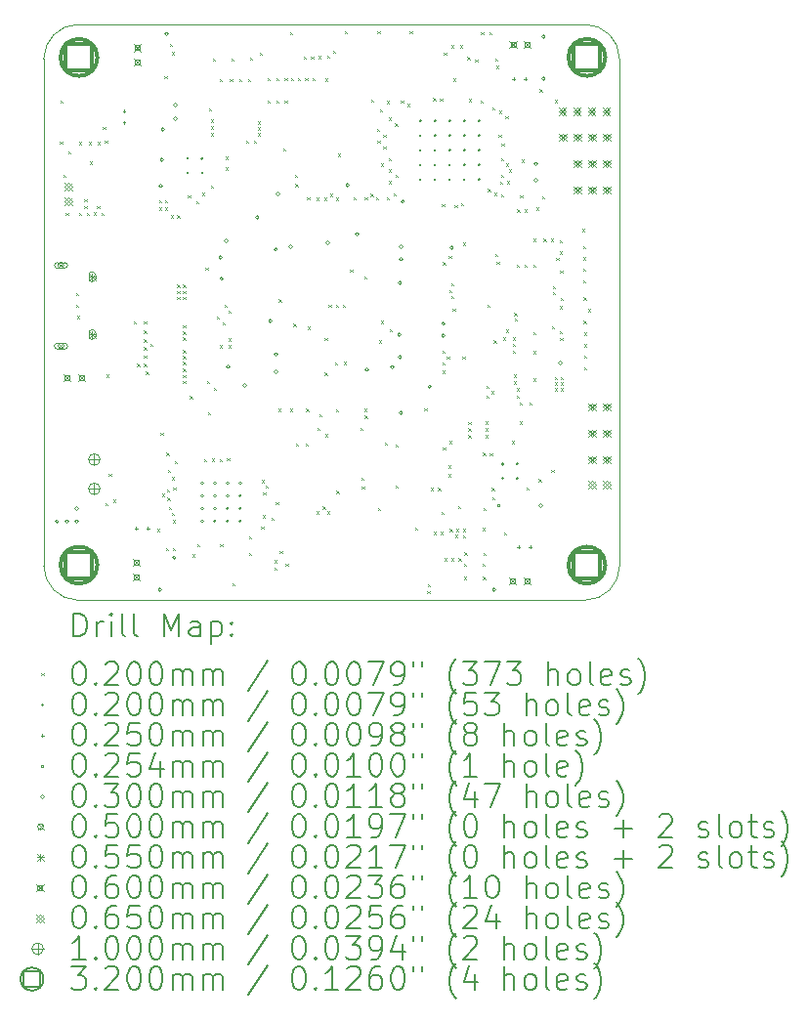
<source format=gbr>
%TF.GenerationSoftware,KiCad,Pcbnew,8.0.0*%
%TF.CreationDate,2024-03-25T13:12:26-04:00*%
%TF.ProjectId,_Sub_HW_Qcopter,5f537562-5f48-4575-9f51-636f70746572,rev?*%
%TF.SameCoordinates,PX9157080PYf23bb80*%
%TF.FileFunction,Drillmap*%
%TF.FilePolarity,Positive*%
%FSLAX45Y45*%
G04 Gerber Fmt 4.5, Leading zero omitted, Abs format (unit mm)*
G04 Created by KiCad (PCBNEW 8.0.0) date 2024-03-25 13:12:26*
%MOMM*%
%LPD*%
G01*
G04 APERTURE LIST*
%ADD10C,0.050000*%
%ADD11C,0.200000*%
%ADD12C,0.100000*%
%ADD13C,0.320000*%
G04 APERTURE END LIST*
D10*
X0Y4690000D02*
G75*
G02*
X300000Y4990000I300000J0D01*
G01*
X0Y4690000D02*
X0Y300000D01*
X4690000Y4990000D02*
G75*
G02*
X4990000Y4690000I0J-300000D01*
G01*
X300000Y4990000D02*
X4690000Y4990000D01*
X4990000Y300000D02*
G75*
G02*
X4690000Y0I-300000J0D01*
G01*
X300000Y0D02*
G75*
G02*
X0Y300000I0J300000D01*
G01*
X4990000Y4690000D02*
X4990000Y300000D01*
X4690000Y0D02*
X300000Y0D01*
D11*
D12*
X139860Y3974940D02*
X159860Y3954940D01*
X159860Y3974940D02*
X139860Y3954940D01*
X142400Y4330540D02*
X162400Y4310540D01*
X162400Y4330540D02*
X142400Y4310540D01*
X167800Y3685380D02*
X187800Y3665380D01*
X187800Y3685380D02*
X167800Y3665380D01*
X191880Y3357720D02*
X211880Y3337720D01*
X211880Y3357720D02*
X191880Y3337720D01*
X213520Y3891120D02*
X233520Y3871120D01*
X233520Y3891120D02*
X213520Y3871120D01*
X282100Y2664300D02*
X302100Y2644300D01*
X302100Y2664300D02*
X282100Y2644300D01*
X282100Y2562700D02*
X302100Y2542700D01*
X302100Y2562700D02*
X282100Y2542700D01*
X287180Y2463640D02*
X307180Y2443640D01*
X307180Y2463640D02*
X287180Y2443640D01*
X304960Y3972400D02*
X324960Y3952400D01*
X324960Y3972400D02*
X304960Y3952400D01*
X307500Y3357720D02*
X327500Y3337720D01*
X327500Y3357720D02*
X307500Y3337720D01*
X350680Y3474560D02*
X370680Y3454560D01*
X370680Y3474560D02*
X350680Y3454560D01*
X350680Y3416140D02*
X370680Y3396140D01*
X370680Y3416140D02*
X350680Y3396140D01*
X373540Y3357720D02*
X393540Y3337720D01*
X393540Y3357720D02*
X373540Y3337720D01*
X391320Y3972400D02*
X411320Y3952400D01*
X411320Y3972400D02*
X391320Y3952400D01*
X398940Y3802220D02*
X418940Y3782220D01*
X418940Y3802220D02*
X398940Y3782220D01*
X434500Y3360260D02*
X454500Y3340260D01*
X454500Y3360260D02*
X434500Y3340260D01*
X462440Y3418680D02*
X482440Y3398680D01*
X482440Y3418680D02*
X462440Y3398680D01*
X467520Y3972400D02*
X487520Y3952400D01*
X487520Y3972400D02*
X467520Y3952400D01*
X500540Y3357720D02*
X520540Y3337720D01*
X520540Y3357720D02*
X500540Y3337720D01*
X513240Y4104480D02*
X533240Y4084480D01*
X533240Y4104480D02*
X513240Y4084480D01*
X528480Y3985100D02*
X548480Y3965100D01*
X548480Y3985100D02*
X528480Y3965100D01*
X536100Y843120D02*
X556100Y823120D01*
X556100Y843120D02*
X536100Y823120D01*
X543720Y1955640D02*
X563720Y1935640D01*
X563720Y1955640D02*
X543720Y1935640D01*
X564040Y1094580D02*
X584040Y1074580D01*
X584040Y1094580D02*
X564040Y1074580D01*
X602140Y873600D02*
X622140Y853600D01*
X622140Y873600D02*
X602140Y853600D01*
X779940Y2417920D02*
X799940Y2397920D01*
X799940Y2417920D02*
X779940Y2397920D01*
X807880Y2049620D02*
X827880Y2029620D01*
X827880Y2049620D02*
X807880Y2029620D01*
X868840Y2417920D02*
X888840Y2397920D01*
X888840Y2417920D02*
X868840Y2397920D01*
X868840Y2336640D02*
X888840Y2316640D01*
X888840Y2336640D02*
X868840Y2316640D01*
X868840Y2260440D02*
X888840Y2240440D01*
X888840Y2260440D02*
X868840Y2240440D01*
X868840Y2194400D02*
X888840Y2174400D01*
X888840Y2194400D02*
X868840Y2174400D01*
X868840Y2120740D02*
X888840Y2100740D01*
X888840Y2120740D02*
X868840Y2100740D01*
X868840Y2049620D02*
X888840Y2029620D01*
X888840Y2049620D02*
X868840Y2029620D01*
X884080Y1981040D02*
X904080Y1961040D01*
X904080Y1981040D02*
X884080Y1961040D01*
X924720Y2222340D02*
X944720Y2202340D01*
X944720Y2222340D02*
X924720Y2202340D01*
X983140Y617060D02*
X1003140Y597060D01*
X1003140Y617060D02*
X983140Y597060D01*
X1000920Y3466940D02*
X1020920Y3446940D01*
X1020920Y3466940D02*
X1000920Y3446940D01*
X1000920Y3403440D02*
X1020920Y3383440D01*
X1020920Y3403440D02*
X1000920Y3383440D01*
X1011080Y1452720D02*
X1031080Y1432720D01*
X1031080Y1452720D02*
X1011080Y1432720D01*
X1025450Y923645D02*
X1045450Y903645D01*
X1045450Y923645D02*
X1025450Y903645D01*
X1046640Y4543900D02*
X1066640Y4523900D01*
X1066640Y4543900D02*
X1046640Y4523900D01*
X1051720Y3466940D02*
X1071720Y3446940D01*
X1071720Y3466940D02*
X1051720Y3446940D01*
X1051720Y3403440D02*
X1071720Y3383440D01*
X1071720Y3403440D02*
X1051720Y3383440D01*
X1056800Y451960D02*
X1076800Y431960D01*
X1076800Y451960D02*
X1056800Y431960D01*
X1061880Y1280000D02*
X1081880Y1260000D01*
X1081880Y1280000D02*
X1061880Y1260000D01*
X1067361Y963013D02*
X1087361Y943013D01*
X1087361Y963013D02*
X1067361Y943013D01*
X1072040Y888840D02*
X1092040Y868840D01*
X1092040Y888840D02*
X1072040Y868840D01*
X1074580Y1130140D02*
X1094580Y1110140D01*
X1094580Y1130140D02*
X1074580Y1110140D01*
X1082200Y810100D02*
X1102200Y790100D01*
X1102200Y810100D02*
X1082200Y790100D01*
X1089820Y4823300D02*
X1109820Y4803300D01*
X1109820Y4823300D02*
X1089820Y4803300D01*
X1102520Y3334860D02*
X1122520Y3314860D01*
X1122520Y3334860D02*
X1102520Y3314860D01*
X1107600Y4749640D02*
X1127600Y4729640D01*
X1127600Y4749640D02*
X1107600Y4729640D01*
X1107915Y758670D02*
X1127915Y738670D01*
X1127915Y758670D02*
X1107915Y738670D01*
X1110140Y1066640D02*
X1130140Y1046640D01*
X1130140Y1066640D02*
X1110140Y1046640D01*
X1115220Y451960D02*
X1135220Y431960D01*
X1135220Y451960D02*
X1115220Y431960D01*
X1117760Y695800D02*
X1137760Y675800D01*
X1137760Y695800D02*
X1117760Y675800D01*
X1122840Y977740D02*
X1142840Y957740D01*
X1142840Y977740D02*
X1122840Y957740D01*
X1133000Y1208880D02*
X1153000Y1188880D01*
X1153000Y1208880D02*
X1133000Y1188880D01*
X1155860Y3334860D02*
X1175860Y3314860D01*
X1175860Y3334860D02*
X1155860Y3314860D01*
X1155860Y2735420D02*
X1175860Y2715420D01*
X1175860Y2735420D02*
X1155860Y2715420D01*
X1155860Y2682080D02*
X1175860Y2662080D01*
X1175860Y2682080D02*
X1155860Y2662080D01*
X1155860Y2631280D02*
X1175860Y2611280D01*
X1175860Y2631280D02*
X1155860Y2611280D01*
X1206660Y2735420D02*
X1226660Y2715420D01*
X1226660Y2735420D02*
X1206660Y2715420D01*
X1206660Y2682080D02*
X1226660Y2662080D01*
X1226660Y2682080D02*
X1206660Y2662080D01*
X1206660Y2631280D02*
X1226660Y2611280D01*
X1226660Y2631280D02*
X1206660Y2611280D01*
X1206660Y2382360D02*
X1226660Y2362360D01*
X1226660Y2382360D02*
X1206660Y2362360D01*
X1206660Y2329020D02*
X1226660Y2309020D01*
X1226660Y2329020D02*
X1206660Y2309020D01*
X1206660Y2278220D02*
X1226660Y2258220D01*
X1226660Y2278220D02*
X1206660Y2258220D01*
X1206660Y2169000D02*
X1226660Y2149000D01*
X1226660Y2169000D02*
X1206660Y2149000D01*
X1206660Y2115660D02*
X1226660Y2095660D01*
X1226660Y2115660D02*
X1206660Y2095660D01*
X1206660Y2064860D02*
X1226660Y2044860D01*
X1226660Y2064860D02*
X1206660Y2044860D01*
X1206660Y2006440D02*
X1226660Y1986440D01*
X1226660Y2006440D02*
X1206660Y1986440D01*
X1206660Y1953100D02*
X1226660Y1933100D01*
X1226660Y1953100D02*
X1206660Y1933100D01*
X1206660Y1902300D02*
X1226660Y1882300D01*
X1226660Y1902300D02*
X1206660Y1882300D01*
X1249840Y3510120D02*
X1269840Y3490120D01*
X1269840Y3510120D02*
X1249840Y3490120D01*
X1266300Y1768900D02*
X1286300Y1748900D01*
X1286300Y1768900D02*
X1266300Y1748900D01*
X1285400Y397300D02*
X1305400Y377300D01*
X1305400Y397300D02*
X1285400Y377300D01*
X1323500Y3459320D02*
X1343500Y3439320D01*
X1343500Y3459320D02*
X1323500Y3439320D01*
X1331120Y484980D02*
X1351120Y464980D01*
X1351120Y484980D02*
X1331120Y464980D01*
X1374300Y3530440D02*
X1394300Y3510440D01*
X1394300Y3530440D02*
X1374300Y3510440D01*
X1387000Y1224120D02*
X1407000Y1204120D01*
X1407000Y1224120D02*
X1387000Y1204120D01*
X1402240Y2885280D02*
X1422240Y2865280D01*
X1422240Y2885280D02*
X1402240Y2865280D01*
X1414940Y1902300D02*
X1434940Y1882300D01*
X1434940Y1902300D02*
X1414940Y1882300D01*
X1425100Y1627980D02*
X1445100Y1607980D01*
X1445100Y1627980D02*
X1425100Y1607980D01*
X1430180Y4264500D02*
X1450180Y4244500D01*
X1450180Y4264500D02*
X1430180Y4244500D01*
X1445420Y3596480D02*
X1465420Y3576480D01*
X1465420Y3596480D02*
X1445420Y3576480D01*
X1450500Y4165440D02*
X1470500Y4145440D01*
X1470500Y4165440D02*
X1450500Y4145440D01*
X1450500Y4107020D02*
X1470500Y4087020D01*
X1470500Y4107020D02*
X1450500Y4087020D01*
X1450500Y4048600D02*
X1470500Y4028600D01*
X1470500Y4048600D02*
X1450500Y4028600D01*
X1458120Y1226660D02*
X1478120Y1206660D01*
X1478120Y1226660D02*
X1458120Y1206660D01*
X1463200Y4696300D02*
X1483200Y4676300D01*
X1483200Y4696300D02*
X1463200Y4676300D01*
X1473360Y1841340D02*
X1493360Y1821340D01*
X1493360Y1841340D02*
X1473360Y1821340D01*
X1500355Y2461100D02*
X1520355Y2441100D01*
X1520355Y2461100D02*
X1500355Y2441100D01*
X1521620Y1224120D02*
X1541620Y1204120D01*
X1541620Y1224120D02*
X1521620Y1204120D01*
X1524160Y4515960D02*
X1544160Y4495960D01*
X1544160Y4515960D02*
X1524160Y4495960D01*
X1524160Y2209640D02*
X1544160Y2189640D01*
X1544160Y2209640D02*
X1524160Y2189640D01*
X1529240Y484980D02*
X1549240Y464980D01*
X1549240Y484980D02*
X1529240Y464980D01*
X1552100Y2410300D02*
X1572100Y2390300D01*
X1572100Y2410300D02*
X1552100Y2390300D01*
X1564800Y2562700D02*
X1584800Y2542700D01*
X1584800Y2562700D02*
X1564800Y2542700D01*
X1572420Y3845400D02*
X1592420Y3825400D01*
X1592420Y3845400D02*
X1572420Y3825400D01*
X1574960Y3751420D02*
X1594960Y3731420D01*
X1594960Y3751420D02*
X1574960Y3731420D01*
X1587400Y1231740D02*
X1607400Y1211740D01*
X1607400Y1231740D02*
X1587400Y1211740D01*
X1600360Y2268060D02*
X1620360Y2248060D01*
X1620360Y2268060D02*
X1600360Y2248060D01*
X1600360Y2210560D02*
X1620360Y2190560D01*
X1620360Y2210560D02*
X1600360Y2190560D01*
X1602900Y2511900D02*
X1622900Y2491900D01*
X1622900Y2511900D02*
X1602900Y2491900D01*
X1613060Y4515960D02*
X1633060Y4495960D01*
X1633060Y4515960D02*
X1613060Y4495960D01*
X1627030Y4697570D02*
X1647030Y4677570D01*
X1647030Y4697570D02*
X1627030Y4677570D01*
X1633380Y147160D02*
X1653380Y127160D01*
X1653380Y147160D02*
X1633380Y127160D01*
X1691800Y4515960D02*
X1711800Y4495960D01*
X1711800Y4515960D02*
X1691800Y4495960D01*
X1752760Y3982560D02*
X1772760Y3962560D01*
X1772760Y3982560D02*
X1752760Y3962560D01*
X1770540Y4515960D02*
X1790540Y4495960D01*
X1790540Y4515960D02*
X1770540Y4495960D01*
X1780700Y556100D02*
X1800700Y536100D01*
X1800700Y556100D02*
X1780700Y536100D01*
X1780700Y411320D02*
X1800700Y391320D01*
X1800700Y411320D02*
X1780700Y391320D01*
X1788320Y4701380D02*
X1808320Y4681380D01*
X1808320Y4701380D02*
X1788320Y4681380D01*
X1821340Y3982560D02*
X1841340Y3962560D01*
X1841340Y3982560D02*
X1821340Y3962560D01*
X1854360Y4150200D02*
X1874360Y4130200D01*
X1874360Y4150200D02*
X1854360Y4130200D01*
X1854360Y4099400D02*
X1874360Y4079400D01*
X1874360Y4099400D02*
X1854360Y4079400D01*
X1854360Y4048600D02*
X1874360Y4028600D01*
X1874360Y4048600D02*
X1854360Y4028600D01*
X1871900Y4748420D02*
X1891900Y4728420D01*
X1891900Y4748420D02*
X1871900Y4728420D01*
X1884840Y639920D02*
X1904840Y619920D01*
X1904840Y639920D02*
X1884840Y619920D01*
X1889917Y1042670D02*
X1909917Y1022670D01*
X1909917Y1042670D02*
X1889917Y1022670D01*
X1895000Y736440D02*
X1915000Y716440D01*
X1915000Y736440D02*
X1895000Y716440D01*
X1900080Y934560D02*
X1920080Y914560D01*
X1920080Y934560D02*
X1900080Y914560D01*
X1922358Y995195D02*
X1942358Y975195D01*
X1942358Y995195D02*
X1922358Y975195D01*
X1940720Y4526120D02*
X1960720Y4506120D01*
X1960720Y4526120D02*
X1940720Y4506120D01*
X1940720Y4333080D02*
X1960720Y4313080D01*
X1960720Y4333080D02*
X1940720Y4313080D01*
X1971200Y716120D02*
X1991200Y696120D01*
X1991200Y716120D02*
X1971200Y696120D01*
X1999140Y347820D02*
X2019140Y327820D01*
X2019140Y347820D02*
X1999140Y327820D01*
X1999140Y281780D02*
X2019140Y261780D01*
X2019140Y281780D02*
X1999140Y261780D01*
X2011840Y850740D02*
X2031840Y830740D01*
X2031840Y850740D02*
X2011840Y830740D01*
X2016920Y4526120D02*
X2036920Y4506120D01*
X2036920Y4526120D02*
X2016920Y4506120D01*
X2016920Y4333080D02*
X2036920Y4313080D01*
X2036920Y4333080D02*
X2016920Y4313080D01*
X2029620Y1658460D02*
X2049620Y1638460D01*
X2049620Y1658460D02*
X2029620Y1638460D01*
X2037240Y2608420D02*
X2057240Y2588420D01*
X2057240Y2608420D02*
X2037240Y2588420D01*
X2044860Y429100D02*
X2064860Y409100D01*
X2064860Y429100D02*
X2044860Y409100D01*
X2075340Y3913980D02*
X2095340Y3893980D01*
X2095340Y3913980D02*
X2075340Y3893980D01*
X2088040Y4526120D02*
X2108040Y4506120D01*
X2108040Y4526120D02*
X2088040Y4506120D01*
X2088040Y4333080D02*
X2108040Y4313080D01*
X2108040Y4333080D02*
X2088040Y4313080D01*
X2095660Y317340D02*
X2115660Y297340D01*
X2115660Y317340D02*
X2095660Y297340D01*
X2131220Y1658460D02*
X2151220Y1638460D01*
X2151220Y1658460D02*
X2131220Y1638460D01*
X2133760Y4922360D02*
X2153760Y4902360D01*
X2153760Y4922360D02*
X2133760Y4902360D01*
X2143920Y4526120D02*
X2163920Y4506120D01*
X2163920Y4526120D02*
X2143920Y4506120D01*
X2164240Y2395060D02*
X2184240Y2375060D01*
X2184240Y2395060D02*
X2164240Y2375060D01*
X2174400Y3686700D02*
X2194400Y3666700D01*
X2194400Y3686700D02*
X2174400Y3666700D01*
X2179480Y3606640D02*
X2199480Y3586640D01*
X2199480Y3606640D02*
X2179480Y3586640D01*
X2182020Y1361280D02*
X2202020Y1341280D01*
X2202020Y1361280D02*
X2182020Y1341280D01*
X2202340Y4526120D02*
X2222340Y4506120D01*
X2222340Y4526120D02*
X2202340Y4506120D01*
X2253140Y4714080D02*
X2273140Y4694080D01*
X2273140Y4714080D02*
X2253140Y4694080D01*
X2265840Y4526120D02*
X2285840Y4506120D01*
X2285840Y4526120D02*
X2265840Y4506120D01*
X2268380Y1361280D02*
X2288380Y1341280D01*
X2288380Y1361280D02*
X2268380Y1341280D01*
X2273460Y1661000D02*
X2293460Y1641000D01*
X2293460Y1661000D02*
X2273460Y1641000D01*
X2281080Y3492340D02*
X2301080Y3472340D01*
X2301080Y3492340D02*
X2281080Y3472340D01*
X2286160Y2372200D02*
X2306160Y2352200D01*
X2306160Y2372200D02*
X2286160Y2352200D01*
X2316640Y4714080D02*
X2336640Y4694080D01*
X2336640Y4714080D02*
X2316640Y4694080D01*
X2329340Y4526120D02*
X2349340Y4506120D01*
X2349340Y4526120D02*
X2329340Y4506120D01*
X2362360Y3489800D02*
X2382360Y3469800D01*
X2382360Y3489800D02*
X2362360Y3469800D01*
X2364900Y769460D02*
X2384900Y749460D01*
X2384900Y769460D02*
X2364900Y749460D01*
X2369980Y1493360D02*
X2389980Y1473360D01*
X2389980Y1493360D02*
X2369980Y1473360D01*
X2378675Y4716899D02*
X2398675Y4696899D01*
X2398675Y4716899D02*
X2378675Y4696899D01*
X2390300Y1612740D02*
X2410300Y1592740D01*
X2410300Y1612740D02*
X2390300Y1592740D01*
X2418240Y812640D02*
X2438240Y792640D01*
X2438240Y812640D02*
X2418240Y792640D01*
X2428400Y3487260D02*
X2448400Y3467260D01*
X2448400Y3487260D02*
X2428400Y3467260D01*
X2433480Y1973420D02*
X2453480Y1953420D01*
X2453480Y1973420D02*
X2433480Y1953420D01*
X2434800Y2271920D02*
X2454800Y2251920D01*
X2454800Y2271920D02*
X2434800Y2251920D01*
X2436020Y4521040D02*
X2456020Y4501040D01*
X2456020Y4521040D02*
X2436020Y4501040D01*
X2441100Y1440020D02*
X2461100Y1420020D01*
X2461100Y1440020D02*
X2441100Y1420020D01*
X2453800Y4719160D02*
X2473800Y4699160D01*
X2473800Y4719160D02*
X2453800Y4699160D01*
X2453800Y769460D02*
X2473800Y749460D01*
X2473800Y769460D02*
X2453800Y749460D01*
X2469040Y2560160D02*
X2489040Y2540160D01*
X2489040Y2560160D02*
X2469040Y2540160D01*
X2479200Y3522820D02*
X2499200Y3502820D01*
X2499200Y3522820D02*
X2479200Y3502820D01*
X2507140Y4762340D02*
X2527140Y4742340D01*
X2527140Y4762340D02*
X2507140Y4742340D01*
X2524920Y2062320D02*
X2544920Y2042320D01*
X2544920Y2062320D02*
X2524920Y2042320D01*
X2530000Y3489800D02*
X2550000Y3469800D01*
X2550000Y3489800D02*
X2530000Y3469800D01*
X2530000Y2560160D02*
X2550000Y2540160D01*
X2550000Y2560160D02*
X2530000Y2540160D01*
X2530000Y1653380D02*
X2550000Y1633380D01*
X2550000Y1653380D02*
X2530000Y1633380D01*
X2535080Y947260D02*
X2555080Y927260D01*
X2555080Y947260D02*
X2535080Y927260D01*
X2550320Y3870800D02*
X2570320Y3850800D01*
X2570320Y3870800D02*
X2550320Y3850800D01*
X2590960Y2560160D02*
X2610960Y2540160D01*
X2610960Y2560160D02*
X2590960Y2540160D01*
X2601120Y2064860D02*
X2621120Y2044860D01*
X2621120Y2064860D02*
X2601120Y2044860D01*
X2606200Y4932500D02*
X2626200Y4912500D01*
X2626200Y4932500D02*
X2606200Y4912500D01*
X2654460Y2867500D02*
X2674460Y2847500D01*
X2674460Y2867500D02*
X2654460Y2847500D01*
X2682400Y3494880D02*
X2702400Y3474880D01*
X2702400Y3494880D02*
X2682400Y3474880D01*
X2743360Y1493360D02*
X2763360Y1473360D01*
X2763360Y1493360D02*
X2743360Y1473360D01*
X2750980Y1061560D02*
X2770980Y1041560D01*
X2770980Y1061560D02*
X2750980Y1041560D01*
X2756060Y985360D02*
X2776060Y965360D01*
X2776060Y985360D02*
X2756060Y965360D01*
X2776380Y2806540D02*
X2796380Y2786540D01*
X2796380Y2806540D02*
X2776380Y2786540D01*
X2778920Y1658460D02*
X2798920Y1638460D01*
X2798920Y1658460D02*
X2778920Y1638460D01*
X2781460Y3494880D02*
X2801460Y3474880D01*
X2801460Y3494880D02*
X2781460Y3474880D01*
X2781655Y1601025D02*
X2801655Y1581025D01*
X2801655Y1601025D02*
X2781655Y1581025D01*
X2831222Y3523690D02*
X2851222Y3503690D01*
X2851222Y3523690D02*
X2831222Y3503690D01*
X2837340Y4340700D02*
X2857340Y4320700D01*
X2857340Y4340700D02*
X2837340Y4320700D01*
X2880867Y3494677D02*
X2900867Y3474677D01*
X2900867Y3494677D02*
X2880867Y3474677D01*
X2888140Y4084160D02*
X2908140Y4064160D01*
X2908140Y4084160D02*
X2888140Y4064160D01*
X2890680Y4929980D02*
X2910680Y4909980D01*
X2910680Y4929980D02*
X2890680Y4909980D01*
X2890680Y3982560D02*
X2910680Y3962560D01*
X2910680Y3982560D02*
X2890680Y3962560D01*
X2895760Y802480D02*
X2915760Y782480D01*
X2915760Y802480D02*
X2895760Y782480D01*
X2905920Y2252820D02*
X2925920Y2232820D01*
X2925920Y2252820D02*
X2905920Y2232820D01*
X2911000Y4254340D02*
X2931000Y4234340D01*
X2931000Y4254340D02*
X2911000Y4234340D01*
X2921160Y3784440D02*
X2941160Y3764440D01*
X2941160Y3784440D02*
X2921160Y3764440D01*
X2921160Y2420460D02*
X2941160Y2400460D01*
X2941160Y2420460D02*
X2921160Y2400460D01*
X2941480Y4035900D02*
X2961480Y4015900D01*
X2961480Y4035900D02*
X2941480Y4015900D01*
X2941480Y3934300D02*
X2961480Y3914300D01*
X2961480Y3934300D02*
X2941480Y3914300D01*
X2956720Y1368900D02*
X2976720Y1348900D01*
X2976720Y1368900D02*
X2956720Y1348900D01*
X2969420Y3492340D02*
X2989420Y3472340D01*
X2989420Y3492340D02*
X2969420Y3472340D01*
X2974500Y4325460D02*
X2994500Y4305460D01*
X2994500Y4325460D02*
X2974500Y4305460D01*
X2987200Y3832700D02*
X3007200Y3812700D01*
X3007200Y3832700D02*
X2987200Y3812700D01*
X2987200Y3733640D02*
X3007200Y3713640D01*
X3007200Y3733640D02*
X2987200Y3713640D01*
X2987200Y3632040D02*
X3007200Y3612040D01*
X3007200Y3632040D02*
X2987200Y3612040D01*
X2989740Y4183220D02*
X3009740Y4163220D01*
X3009740Y4183220D02*
X2989740Y4163220D01*
X2999900Y2349340D02*
X3019900Y2329340D01*
X3019900Y2349340D02*
X2999900Y2329340D01*
X3030380Y3527900D02*
X3050380Y3507900D01*
X3050380Y3527900D02*
X3030380Y3507900D01*
X3043080Y4132420D02*
X3063080Y4112420D01*
X3063080Y4132420D02*
X3043080Y4112420D01*
X3045620Y1351120D02*
X3065620Y1331120D01*
X3065620Y1351120D02*
X3045620Y1331120D01*
X3045620Y995520D02*
X3065620Y975520D01*
X3065620Y995520D02*
X3045620Y975520D01*
X3048160Y3685380D02*
X3068160Y3665380D01*
X3068160Y3685380D02*
X3048160Y3665380D01*
X3095790Y4328315D02*
X3115790Y4308315D01*
X3115790Y4328315D02*
X3095790Y4308315D01*
X3147220Y4302600D02*
X3167220Y4282600D01*
X3167220Y4302600D02*
X3147220Y4282600D01*
X3170080Y4932520D02*
X3190080Y4912520D01*
X3190080Y4932520D02*
X3170080Y4912520D01*
X3215800Y632300D02*
X3235800Y612300D01*
X3235800Y632300D02*
X3215800Y612300D01*
X3297080Y1666080D02*
X3317080Y1646080D01*
X3317080Y1666080D02*
X3297080Y1646080D01*
X3322480Y81120D02*
X3342480Y61120D01*
X3342480Y81120D02*
X3322480Y61120D01*
X3325020Y139540D02*
X3345020Y119540D01*
X3345020Y139540D02*
X3325020Y119540D01*
X3350420Y975200D02*
X3370420Y955200D01*
X3370420Y975200D02*
X3350420Y955200D01*
X3373280Y4350860D02*
X3393280Y4330860D01*
X3393280Y4350860D02*
X3373280Y4330860D01*
X3378360Y591660D02*
X3398360Y571660D01*
X3398360Y591660D02*
X3378360Y571660D01*
X3416460Y975200D02*
X3436460Y955200D01*
X3436460Y975200D02*
X3416460Y955200D01*
X3432150Y4348320D02*
X3452150Y4328320D01*
X3452150Y4348320D02*
X3432150Y4328320D01*
X3436780Y591660D02*
X3456780Y571660D01*
X3456780Y591660D02*
X3436780Y571660D01*
X3444400Y764380D02*
X3464400Y744380D01*
X3464400Y764380D02*
X3444400Y744380D01*
X3449480Y3431380D02*
X3469480Y3411380D01*
X3469480Y3431380D02*
X3449480Y3411380D01*
X3452020Y2161380D02*
X3472020Y2141380D01*
X3472020Y2161380D02*
X3452020Y2141380D01*
X3452020Y2062320D02*
X3472020Y2042320D01*
X3472020Y2062320D02*
X3452020Y2042320D01*
X3452020Y1988660D02*
X3472020Y1968660D01*
X3472020Y1988660D02*
X3452020Y1968660D01*
X3459640Y2928460D02*
X3479640Y2908460D01*
X3479640Y2928460D02*
X3459640Y2908460D01*
X3459640Y1325720D02*
X3479640Y1305720D01*
X3479640Y1325720D02*
X3459640Y1305720D01*
X3467260Y4747100D02*
X3487260Y4727100D01*
X3487260Y4747100D02*
X3467260Y4727100D01*
X3469800Y365600D02*
X3489800Y345600D01*
X3489800Y365600D02*
X3469800Y345600D01*
X3492660Y2113120D02*
X3512660Y2093120D01*
X3512660Y2113120D02*
X3492660Y2093120D01*
X3502820Y1168240D02*
X3522820Y1148240D01*
X3522820Y1168240D02*
X3502820Y1148240D01*
X3502820Y1092040D02*
X3522820Y1072040D01*
X3522820Y1092040D02*
X3502820Y1072040D01*
X3510440Y2984839D02*
X3530440Y2964839D01*
X3530440Y2984839D02*
X3510440Y2964839D01*
X3511580Y2690540D02*
X3531580Y2670540D01*
X3531580Y2690540D02*
X3511580Y2670540D01*
X3515520Y1381600D02*
X3535520Y1361600D01*
X3535520Y1381600D02*
X3515520Y1361600D01*
X3518060Y619600D02*
X3538060Y599600D01*
X3538060Y619600D02*
X3518060Y599600D01*
X3528220Y2745580D02*
X3548220Y2725580D01*
X3548220Y2745580D02*
X3528220Y2725580D01*
X3532350Y2636922D02*
X3552350Y2616922D01*
X3552350Y2636922D02*
X3532350Y2616922D01*
X3533300Y4810600D02*
X3553300Y4790600D01*
X3553300Y4810600D02*
X3533300Y4790600D01*
X3533300Y365600D02*
X3553300Y345600D01*
X3553300Y365600D02*
X3533300Y345600D01*
X3543460Y2527140D02*
X3563460Y2507140D01*
X3563460Y2527140D02*
X3543460Y2507140D01*
X3548540Y4521040D02*
X3568540Y4501040D01*
X3568540Y4521040D02*
X3548540Y4501040D01*
X3561240Y3423760D02*
X3581240Y3403760D01*
X3581240Y3423760D02*
X3561240Y3403760D01*
X3563780Y568800D02*
X3583780Y548800D01*
X3583780Y568800D02*
X3563780Y548800D01*
X3573940Y619600D02*
X3593940Y599600D01*
X3593940Y619600D02*
X3573940Y599600D01*
X3589180Y817720D02*
X3609180Y797720D01*
X3609180Y817720D02*
X3589180Y797720D01*
X3594260Y365600D02*
X3614260Y345600D01*
X3614260Y365600D02*
X3594260Y345600D01*
X3609500Y4808060D02*
X3629500Y4788060D01*
X3629500Y4808060D02*
X3609500Y4788060D01*
X3616528Y3439556D02*
X3636528Y3419556D01*
X3636528Y3439556D02*
X3616528Y3419556D01*
X3627280Y2113120D02*
X3647280Y2093120D01*
X3647280Y2113120D02*
X3627280Y2093120D01*
X3629820Y619600D02*
X3649820Y599600D01*
X3649820Y619600D02*
X3629820Y599600D01*
X3629820Y562100D02*
X3649820Y542100D01*
X3649820Y562100D02*
X3629820Y542100D01*
X3632360Y3098640D02*
X3652360Y3078640D01*
X3652360Y3098640D02*
X3632360Y3078640D01*
X3639980Y317340D02*
X3659980Y297340D01*
X3659980Y317340D02*
X3639980Y297340D01*
X3639980Y203040D02*
X3659980Y183040D01*
X3659980Y203040D02*
X3639980Y183040D01*
X3645060Y413860D02*
X3665060Y393860D01*
X3665060Y413860D02*
X3645060Y393860D01*
X3670460Y4709000D02*
X3690460Y4689000D01*
X3690460Y4709000D02*
X3670460Y4689000D01*
X3678080Y1546700D02*
X3698080Y1526700D01*
X3698080Y1546700D02*
X3678080Y1526700D01*
X3678080Y1490820D02*
X3698080Y1470820D01*
X3698080Y1490820D02*
X3678080Y1470820D01*
X3678080Y1432400D02*
X3698080Y1412400D01*
X3698080Y1432400D02*
X3678080Y1412400D01*
X3682150Y4343240D02*
X3702150Y4323240D01*
X3702150Y4343240D02*
X3682150Y4323240D01*
X3739040Y4688680D02*
X3759040Y4668680D01*
X3759040Y4688680D02*
X3739040Y4668680D01*
X3782150Y4333080D02*
X3802150Y4313080D01*
X3802150Y4333080D02*
X3782150Y4313080D01*
X3789840Y4924900D02*
X3809840Y4904900D01*
X3809840Y4924900D02*
X3789840Y4904900D01*
X3802540Y627220D02*
X3822540Y607220D01*
X3822540Y627220D02*
X3802540Y607220D01*
X3802540Y319880D02*
X3822540Y299880D01*
X3822540Y319880D02*
X3802540Y299880D01*
X3805080Y203040D02*
X3825080Y183040D01*
X3825080Y203040D02*
X3805080Y183040D01*
X3806820Y1277460D02*
X3826820Y1257460D01*
X3826820Y1277460D02*
X3806820Y1257460D01*
X3807620Y411320D02*
X3827620Y391320D01*
X3827620Y411320D02*
X3807620Y391320D01*
X3812700Y802480D02*
X3832700Y782480D01*
X3832700Y802480D02*
X3812700Y782480D01*
X3827940Y1549240D02*
X3847940Y1529240D01*
X3847940Y1549240D02*
X3827940Y1529240D01*
X3827940Y1490820D02*
X3847940Y1470820D01*
X3847940Y1490820D02*
X3827940Y1470820D01*
X3827940Y1432400D02*
X3847940Y1412400D01*
X3847940Y1432400D02*
X3827940Y1412400D01*
X3838100Y1856580D02*
X3858100Y1836580D01*
X3858100Y1856580D02*
X3838100Y1836580D01*
X3838100Y1775300D02*
X3858100Y1755300D01*
X3858100Y1775300D02*
X3838100Y1755300D01*
X3843100Y2561400D02*
X3863100Y2541400D01*
X3863100Y2561400D02*
X3843100Y2541400D01*
X3848260Y3566000D02*
X3868260Y3546000D01*
X3868260Y3566000D02*
X3848260Y3546000D01*
X3860960Y4924900D02*
X3880960Y4904900D01*
X3880960Y4924900D02*
X3860960Y4904900D01*
X3864263Y1274886D02*
X3884263Y1254886D01*
X3884263Y1274886D02*
X3864263Y1254886D01*
X3878740Y1810860D02*
X3898740Y1790860D01*
X3898740Y1810860D02*
X3878740Y1790860D01*
X3883550Y975470D02*
X3903550Y955470D01*
X3903550Y975470D02*
X3883550Y955470D01*
X3883820Y891380D02*
X3903820Y871380D01*
X3903820Y891380D02*
X3883820Y871380D01*
X3885590Y4273890D02*
X3905590Y4253890D01*
X3905590Y4273890D02*
X3885590Y4253890D01*
X3897940Y2251700D02*
X3917940Y2231700D01*
X3917940Y2251700D02*
X3897940Y2231700D01*
X3901600Y3530440D02*
X3921600Y3510440D01*
X3921600Y3530440D02*
X3901600Y3510440D01*
X3909220Y4693760D02*
X3929220Y4673760D01*
X3929220Y4693760D02*
X3909220Y4673760D01*
X3911760Y3002120D02*
X3931760Y2982120D01*
X3931760Y3002120D02*
X3911760Y2982120D01*
X3919380Y4632800D02*
X3939380Y4612800D01*
X3939380Y4632800D02*
X3919380Y4612800D01*
X3924460Y2936080D02*
X3944460Y2916080D01*
X3944460Y2936080D02*
X3924460Y2916080D01*
X3942240Y4033900D02*
X3962240Y4013900D01*
X3962240Y4033900D02*
X3942240Y4013900D01*
X3947320Y4241640D02*
X3967320Y4221640D01*
X3967320Y4241640D02*
X3947320Y4221640D01*
X3954298Y3628165D02*
X3974298Y3608165D01*
X3974298Y3628165D02*
X3954298Y3608165D01*
X3960020Y3832700D02*
X3980020Y3812700D01*
X3980020Y3832700D02*
X3960020Y3812700D01*
X3960020Y3685380D02*
X3980020Y3665380D01*
X3980020Y3685380D02*
X3960020Y3665380D01*
X3965100Y3520280D02*
X3985100Y3500280D01*
X3985100Y3520280D02*
X3965100Y3500280D01*
X3967640Y3959700D02*
X3987640Y3939700D01*
X3987640Y3959700D02*
X3967640Y3939700D01*
X3980340Y2278220D02*
X4000340Y2258220D01*
X4000340Y2278220D02*
X3980340Y2258220D01*
X3987960Y586580D02*
X4007960Y566580D01*
X4007960Y586580D02*
X3987960Y566580D01*
X4000660Y4193380D02*
X4020660Y4173380D01*
X4020660Y4193380D02*
X4000660Y4173380D01*
X4003200Y3784440D02*
X4023200Y3764440D01*
X4023200Y3784440D02*
X4003200Y3764440D01*
X4003200Y2344260D02*
X4023200Y2324260D01*
X4023200Y2344260D02*
X4003200Y2324260D01*
X4013360Y3632040D02*
X4033360Y3612040D01*
X4033360Y3632040D02*
X4013360Y3612040D01*
X4031140Y3733640D02*
X4051140Y3713640D01*
X4051140Y3733640D02*
X4031140Y3713640D01*
X4056540Y1379060D02*
X4076540Y1359060D01*
X4076540Y1379060D02*
X4056540Y1359060D01*
X4061620Y2278220D02*
X4081620Y2258220D01*
X4081620Y2278220D02*
X4061620Y2258220D01*
X4061620Y2224880D02*
X4081620Y2204880D01*
X4081620Y2224880D02*
X4061620Y2204880D01*
X4061620Y2161380D02*
X4081620Y2141380D01*
X4081620Y2161380D02*
X4061620Y2141380D01*
X4071780Y1955640D02*
X4091780Y1935640D01*
X4091780Y1955640D02*
X4071780Y1935640D01*
X4071780Y1897220D02*
X4091780Y1877220D01*
X4091780Y1897220D02*
X4071780Y1877220D01*
X4076860Y2489040D02*
X4096860Y2469040D01*
X4096860Y2489040D02*
X4076860Y2469040D01*
X4079400Y2443320D02*
X4099400Y2423320D01*
X4099400Y2443320D02*
X4079400Y2423320D01*
X4097180Y2910680D02*
X4117180Y2890680D01*
X4117180Y2910680D02*
X4097180Y2890680D01*
X4099720Y1836260D02*
X4119720Y1816260D01*
X4119720Y1836260D02*
X4099720Y1816260D01*
X4099720Y1772760D02*
X4119720Y1752760D01*
X4119720Y1772760D02*
X4099720Y1752760D01*
X4102260Y3388200D02*
X4122260Y3368200D01*
X4122260Y3388200D02*
X4102260Y3368200D01*
X4125120Y1714340D02*
X4145120Y1694340D01*
X4145120Y1714340D02*
X4125120Y1694340D01*
X4125120Y1549240D02*
X4145120Y1529240D01*
X4145120Y1549240D02*
X4125120Y1529240D01*
X4127660Y3507580D02*
X4147660Y3487580D01*
X4147660Y3507580D02*
X4127660Y3487580D01*
X4140360Y3817460D02*
X4160360Y3797460D01*
X4160360Y3817460D02*
X4140360Y3797460D01*
X4168300Y3388200D02*
X4188300Y3368200D01*
X4188300Y3388200D02*
X4168300Y3368200D01*
X4168300Y2910680D02*
X4188300Y2890680D01*
X4188300Y2910680D02*
X4168300Y2890680D01*
X4181000Y980280D02*
X4201000Y960280D01*
X4201000Y980280D02*
X4181000Y960280D01*
X4206400Y1714340D02*
X4226400Y1694340D01*
X4226400Y1714340D02*
X4206400Y1694340D01*
X4239420Y3134200D02*
X4259420Y3114200D01*
X4259420Y3134200D02*
X4239420Y3114200D01*
X4239420Y2323940D02*
X4259420Y2303940D01*
X4259420Y2323940D02*
X4239420Y2303940D01*
X4239420Y2158840D02*
X4259420Y2138840D01*
X4259420Y2158840D02*
X4239420Y2138840D01*
X4239420Y1922620D02*
X4259420Y1902620D01*
X4259420Y1922620D02*
X4239420Y1902620D01*
X4241960Y2910680D02*
X4261960Y2890680D01*
X4261960Y2910680D02*
X4241960Y2890680D01*
X4269900Y3403440D02*
X4289900Y3383440D01*
X4289900Y3403440D02*
X4269900Y3383440D01*
X4287680Y1051400D02*
X4307680Y1031400D01*
X4307680Y1051400D02*
X4287680Y1031400D01*
X4297840Y4427060D02*
X4317840Y4407060D01*
X4317840Y4427060D02*
X4297840Y4407060D01*
X4318160Y3499960D02*
X4338160Y3479960D01*
X4338160Y3499960D02*
X4318160Y3479960D01*
X4330860Y3134200D02*
X4350860Y3114200D01*
X4350860Y3134200D02*
X4330860Y3114200D01*
X4391820Y3134200D02*
X4411820Y3114200D01*
X4411820Y3134200D02*
X4391820Y3114200D01*
X4399440Y1130140D02*
X4419440Y1110140D01*
X4419440Y1130140D02*
X4399440Y1110140D01*
X4404520Y2374740D02*
X4424520Y2354740D01*
X4424520Y2374740D02*
X4404520Y2354740D01*
X4409600Y2722720D02*
X4429600Y2702720D01*
X4429600Y2722720D02*
X4409600Y2702720D01*
X4412140Y2669380D02*
X4432140Y2649380D01*
X4432140Y2669380D02*
X4412140Y2649380D01*
X4427380Y1935320D02*
X4447380Y1915320D01*
X4447380Y1935320D02*
X4427380Y1915320D01*
X4427380Y1887060D02*
X4447380Y1867060D01*
X4447380Y1887060D02*
X4427380Y1867060D01*
X4427380Y1836260D02*
X4447380Y1816260D01*
X4447380Y1836260D02*
X4427380Y1816260D01*
X4429920Y4335620D02*
X4449920Y4315620D01*
X4449920Y4335620D02*
X4429920Y4315620D01*
X4440080Y2969100D02*
X4460080Y2949100D01*
X4460080Y2969100D02*
X4440080Y2949100D01*
X4468020Y2550000D02*
X4488020Y2530000D01*
X4488020Y2550000D02*
X4468020Y2530000D01*
X4470560Y3121500D02*
X4490560Y3101500D01*
X4490560Y3121500D02*
X4470560Y3101500D01*
X4470560Y3022440D02*
X4490560Y3002440D01*
X4490560Y3022440D02*
X4470560Y3002440D01*
X4472451Y2330552D02*
X4492451Y2310552D01*
X4492451Y2330552D02*
X4472451Y2310552D01*
X4475640Y2857340D02*
X4495640Y2837340D01*
X4495640Y2857340D02*
X4475640Y2837340D01*
X4475640Y2273140D02*
X4495640Y2253140D01*
X4495640Y2273140D02*
X4475640Y2253140D01*
X4478180Y1935320D02*
X4498180Y1915320D01*
X4498180Y1935320D02*
X4478180Y1915320D01*
X4478180Y1887060D02*
X4498180Y1867060D01*
X4498180Y1887060D02*
X4478180Y1867060D01*
X4478180Y1836260D02*
X4498180Y1816260D01*
X4498180Y1836260D02*
X4478180Y1816260D01*
X4480720Y2618580D02*
X4500720Y2598580D01*
X4500720Y2618580D02*
X4480720Y2598580D01*
X4666140Y3218020D02*
X4686140Y3198020D01*
X4686140Y3218020D02*
X4666140Y3198020D01*
X4673760Y3070700D02*
X4693760Y3050700D01*
X4693760Y3070700D02*
X4673760Y3050700D01*
X4673760Y2971640D02*
X4693760Y2951640D01*
X4693760Y2971640D02*
X4673760Y2951640D01*
X4673760Y2872580D02*
X4693760Y2852580D01*
X4693760Y2872580D02*
X4673760Y2852580D01*
X4673760Y2770980D02*
X4693760Y2750980D01*
X4693760Y2770980D02*
X4673760Y2750980D01*
X4678840Y2623660D02*
X4698840Y2603660D01*
X4698840Y2623660D02*
X4678840Y2603660D01*
X4678840Y2423000D02*
X4698840Y2403000D01*
X4698840Y2423000D02*
X4678840Y2403000D01*
X4681380Y2321400D02*
X4701380Y2301400D01*
X4701380Y2321400D02*
X4681380Y2301400D01*
X4681380Y2219800D02*
X4701380Y2199800D01*
X4701380Y2219800D02*
X4681380Y2199800D01*
X4683920Y2120740D02*
X4703920Y2100740D01*
X4703920Y2120740D02*
X4683920Y2100740D01*
X4683920Y2021680D02*
X4703920Y2001680D01*
X4703920Y2021680D02*
X4683920Y2001680D01*
X4715640Y2524600D02*
X4735640Y2504600D01*
X4735640Y2524600D02*
X4715640Y2504600D01*
X1256000Y3827850D02*
G75*
G02*
X1236000Y3827850I-10000J0D01*
G01*
X1236000Y3827850D02*
G75*
G02*
X1256000Y3827850I10000J0D01*
G01*
X1256000Y3702850D02*
G75*
G02*
X1236000Y3702850I-10000J0D01*
G01*
X1236000Y3702850D02*
G75*
G02*
X1256000Y3702850I10000J0D01*
G01*
X1381000Y3827850D02*
G75*
G02*
X1361000Y3827850I-10000J0D01*
G01*
X1361000Y3827850D02*
G75*
G02*
X1381000Y3827850I10000J0D01*
G01*
X1381000Y3702850D02*
G75*
G02*
X1361000Y3702850I-10000J0D01*
G01*
X1361000Y3702850D02*
G75*
G02*
X1381000Y3702850I10000J0D01*
G01*
X1382400Y1015200D02*
G75*
G02*
X1362400Y1015200I-10000J0D01*
G01*
X1362400Y1015200D02*
G75*
G02*
X1382400Y1015200I10000J0D01*
G01*
X1382400Y905200D02*
G75*
G02*
X1362400Y905200I-10000J0D01*
G01*
X1362400Y905200D02*
G75*
G02*
X1382400Y905200I10000J0D01*
G01*
X1382400Y795200D02*
G75*
G02*
X1362400Y795200I-10000J0D01*
G01*
X1362400Y795200D02*
G75*
G02*
X1382400Y795200I10000J0D01*
G01*
X1382400Y685200D02*
G75*
G02*
X1362400Y685200I-10000J0D01*
G01*
X1362400Y685200D02*
G75*
G02*
X1382400Y685200I10000J0D01*
G01*
X1492400Y1015200D02*
G75*
G02*
X1472400Y1015200I-10000J0D01*
G01*
X1472400Y1015200D02*
G75*
G02*
X1492400Y1015200I10000J0D01*
G01*
X1492400Y905200D02*
G75*
G02*
X1472400Y905200I-10000J0D01*
G01*
X1472400Y905200D02*
G75*
G02*
X1492400Y905200I10000J0D01*
G01*
X1492400Y795200D02*
G75*
G02*
X1472400Y795200I-10000J0D01*
G01*
X1472400Y795200D02*
G75*
G02*
X1492400Y795200I10000J0D01*
G01*
X1492400Y685200D02*
G75*
G02*
X1472400Y685200I-10000J0D01*
G01*
X1472400Y685200D02*
G75*
G02*
X1492400Y685200I10000J0D01*
G01*
X1602400Y905200D02*
G75*
G02*
X1582400Y905200I-10000J0D01*
G01*
X1582400Y905200D02*
G75*
G02*
X1602400Y905200I10000J0D01*
G01*
X1602400Y1015200D02*
G75*
G02*
X1582400Y1015200I-10000J0D01*
G01*
X1582400Y1015200D02*
G75*
G02*
X1602400Y1015200I10000J0D01*
G01*
X1602400Y795200D02*
G75*
G02*
X1582400Y795200I-10000J0D01*
G01*
X1582400Y795200D02*
G75*
G02*
X1602400Y795200I10000J0D01*
G01*
X1602400Y685200D02*
G75*
G02*
X1582400Y685200I-10000J0D01*
G01*
X1582400Y685200D02*
G75*
G02*
X1602400Y685200I10000J0D01*
G01*
X1712400Y1015200D02*
G75*
G02*
X1692400Y1015200I-10000J0D01*
G01*
X1692400Y1015200D02*
G75*
G02*
X1712400Y1015200I10000J0D01*
G01*
X1712400Y795200D02*
G75*
G02*
X1692400Y795200I-10000J0D01*
G01*
X1692400Y795200D02*
G75*
G02*
X1712400Y795200I10000J0D01*
G01*
X1712400Y905200D02*
G75*
G02*
X1692400Y905200I-10000J0D01*
G01*
X1692400Y905200D02*
G75*
G02*
X1712400Y905200I10000J0D01*
G01*
X1712400Y685200D02*
G75*
G02*
X1692400Y685200I-10000J0D01*
G01*
X1692400Y685200D02*
G75*
G02*
X1712400Y685200I10000J0D01*
G01*
X3272150Y4153900D02*
G75*
G02*
X3252150Y4153900I-10000J0D01*
G01*
X3252150Y4153900D02*
G75*
G02*
X3272150Y4153900I10000J0D01*
G01*
X3272150Y4026400D02*
G75*
G02*
X3252150Y4026400I-10000J0D01*
G01*
X3252150Y4026400D02*
G75*
G02*
X3272150Y4026400I10000J0D01*
G01*
X3272150Y3898900D02*
G75*
G02*
X3252150Y3898900I-10000J0D01*
G01*
X3252150Y3898900D02*
G75*
G02*
X3272150Y3898900I10000J0D01*
G01*
X3272150Y3771400D02*
G75*
G02*
X3252150Y3771400I-10000J0D01*
G01*
X3252150Y3771400D02*
G75*
G02*
X3272150Y3771400I10000J0D01*
G01*
X3272150Y3643900D02*
G75*
G02*
X3252150Y3643900I-10000J0D01*
G01*
X3252150Y3643900D02*
G75*
G02*
X3272150Y3643900I10000J0D01*
G01*
X3399650Y4153900D02*
G75*
G02*
X3379650Y4153900I-10000J0D01*
G01*
X3379650Y4153900D02*
G75*
G02*
X3399650Y4153900I10000J0D01*
G01*
X3399650Y4026400D02*
G75*
G02*
X3379650Y4026400I-10000J0D01*
G01*
X3379650Y4026400D02*
G75*
G02*
X3399650Y4026400I10000J0D01*
G01*
X3399650Y3898900D02*
G75*
G02*
X3379650Y3898900I-10000J0D01*
G01*
X3379650Y3898900D02*
G75*
G02*
X3399650Y3898900I10000J0D01*
G01*
X3399650Y3771400D02*
G75*
G02*
X3379650Y3771400I-10000J0D01*
G01*
X3379650Y3771400D02*
G75*
G02*
X3399650Y3771400I10000J0D01*
G01*
X3399650Y3643900D02*
G75*
G02*
X3379650Y3643900I-10000J0D01*
G01*
X3379650Y3643900D02*
G75*
G02*
X3399650Y3643900I10000J0D01*
G01*
X3527150Y4153900D02*
G75*
G02*
X3507150Y4153900I-10000J0D01*
G01*
X3507150Y4153900D02*
G75*
G02*
X3527150Y4153900I10000J0D01*
G01*
X3527150Y4026400D02*
G75*
G02*
X3507150Y4026400I-10000J0D01*
G01*
X3507150Y4026400D02*
G75*
G02*
X3527150Y4026400I10000J0D01*
G01*
X3527150Y3898900D02*
G75*
G02*
X3507150Y3898900I-10000J0D01*
G01*
X3507150Y3898900D02*
G75*
G02*
X3527150Y3898900I10000J0D01*
G01*
X3527150Y3771400D02*
G75*
G02*
X3507150Y3771400I-10000J0D01*
G01*
X3507150Y3771400D02*
G75*
G02*
X3527150Y3771400I10000J0D01*
G01*
X3527150Y3643900D02*
G75*
G02*
X3507150Y3643900I-10000J0D01*
G01*
X3507150Y3643900D02*
G75*
G02*
X3527150Y3643900I10000J0D01*
G01*
X3654650Y4153900D02*
G75*
G02*
X3634650Y4153900I-10000J0D01*
G01*
X3634650Y4153900D02*
G75*
G02*
X3654650Y4153900I10000J0D01*
G01*
X3654650Y4026400D02*
G75*
G02*
X3634650Y4026400I-10000J0D01*
G01*
X3634650Y4026400D02*
G75*
G02*
X3654650Y4026400I10000J0D01*
G01*
X3654650Y3898900D02*
G75*
G02*
X3634650Y3898900I-10000J0D01*
G01*
X3634650Y3898900D02*
G75*
G02*
X3654650Y3898900I10000J0D01*
G01*
X3654650Y3771400D02*
G75*
G02*
X3634650Y3771400I-10000J0D01*
G01*
X3634650Y3771400D02*
G75*
G02*
X3654650Y3771400I10000J0D01*
G01*
X3654650Y3643900D02*
G75*
G02*
X3634650Y3643900I-10000J0D01*
G01*
X3634650Y3643900D02*
G75*
G02*
X3654650Y3643900I10000J0D01*
G01*
X3782150Y4153900D02*
G75*
G02*
X3762150Y4153900I-10000J0D01*
G01*
X3762150Y4153900D02*
G75*
G02*
X3782150Y4153900I10000J0D01*
G01*
X3782150Y4026400D02*
G75*
G02*
X3762150Y4026400I-10000J0D01*
G01*
X3762150Y4026400D02*
G75*
G02*
X3782150Y4026400I10000J0D01*
G01*
X3782150Y3898900D02*
G75*
G02*
X3762150Y3898900I-10000J0D01*
G01*
X3762150Y3898900D02*
G75*
G02*
X3782150Y3898900I10000J0D01*
G01*
X3782150Y3771400D02*
G75*
G02*
X3762150Y3771400I-10000J0D01*
G01*
X3762150Y3771400D02*
G75*
G02*
X3782150Y3771400I10000J0D01*
G01*
X3782150Y3643900D02*
G75*
G02*
X3762150Y3643900I-10000J0D01*
G01*
X3762150Y3643900D02*
G75*
G02*
X3782150Y3643900I10000J0D01*
G01*
X3986100Y1180100D02*
G75*
G02*
X3966100Y1180100I-10000J0D01*
G01*
X3966100Y1180100D02*
G75*
G02*
X3986100Y1180100I10000J0D01*
G01*
X3986100Y1055100D02*
G75*
G02*
X3966100Y1055100I-10000J0D01*
G01*
X3966100Y1055100D02*
G75*
G02*
X3986100Y1055100I10000J0D01*
G01*
X3987300Y1181100D02*
G75*
G02*
X3967300Y1181100I-10000J0D01*
G01*
X3967300Y1181100D02*
G75*
G02*
X3987300Y1181100I10000J0D01*
G01*
X3987300Y1056100D02*
G75*
G02*
X3967300Y1056100I-10000J0D01*
G01*
X3967300Y1056100D02*
G75*
G02*
X3987300Y1056100I10000J0D01*
G01*
X4111100Y1180100D02*
G75*
G02*
X4091100Y1180100I-10000J0D01*
G01*
X4091100Y1180100D02*
G75*
G02*
X4111100Y1180100I10000J0D01*
G01*
X4111100Y1055100D02*
G75*
G02*
X4091100Y1055100I-10000J0D01*
G01*
X4091100Y1055100D02*
G75*
G02*
X4111100Y1055100I10000J0D01*
G01*
X4112300Y1181100D02*
G75*
G02*
X4092300Y1181100I-10000J0D01*
G01*
X4092300Y1181100D02*
G75*
G02*
X4112300Y1181100I10000J0D01*
G01*
X4112300Y1056100D02*
G75*
G02*
X4092300Y1056100I-10000J0D01*
G01*
X4092300Y1056100D02*
G75*
G02*
X4112300Y1056100I10000J0D01*
G01*
X695848Y4252402D02*
X695848Y4227402D01*
X683348Y4239902D02*
X708348Y4239902D01*
X695848Y4152402D02*
X695848Y4127402D01*
X683348Y4139902D02*
X708348Y4139902D01*
X800900Y634800D02*
X800900Y609800D01*
X788400Y622300D02*
X813400Y622300D01*
X900900Y634800D02*
X900900Y609800D01*
X888400Y622300D02*
X913400Y622300D01*
X4073290Y4529450D02*
X4073290Y4504450D01*
X4060790Y4516950D02*
X4085790Y4516950D01*
X4114400Y475800D02*
X4114400Y450800D01*
X4101900Y463300D02*
X4126900Y463300D01*
X4173290Y4529450D02*
X4173290Y4504450D01*
X4160790Y4516950D02*
X4185790Y4516950D01*
X4214400Y475800D02*
X4214400Y450800D01*
X4201900Y463300D02*
X4226900Y463300D01*
X3945980Y816520D02*
X3945980Y834480D01*
X3928020Y834480D01*
X3928020Y816520D01*
X3945980Y816520D01*
X109220Y670800D02*
X124220Y685800D01*
X109220Y700800D01*
X94220Y685800D01*
X109220Y670800D01*
X195580Y670800D02*
X210580Y685800D01*
X195580Y700800D01*
X180580Y685800D01*
X195580Y670800D01*
X281940Y782560D02*
X296940Y797560D01*
X281940Y812560D01*
X266940Y797560D01*
X281940Y782560D01*
X281940Y670800D02*
X296940Y685800D01*
X281940Y700800D01*
X266940Y685800D01*
X281940Y670800D01*
X1003300Y78980D02*
X1018300Y93980D01*
X1003300Y108980D01*
X988300Y93980D01*
X1003300Y78980D01*
X1010920Y3581640D02*
X1025920Y3596640D01*
X1010920Y3611640D01*
X995920Y3596640D01*
X1010920Y3581640D01*
X1021080Y3805160D02*
X1036080Y3820160D01*
X1021080Y3835160D01*
X1006080Y3820160D01*
X1021080Y3805160D01*
X1028700Y4066780D02*
X1043700Y4081780D01*
X1028700Y4096780D01*
X1013700Y4081780D01*
X1028700Y4066780D01*
X1057820Y4895000D02*
X1072820Y4910000D01*
X1057820Y4925000D01*
X1042820Y4910000D01*
X1057820Y4895000D01*
X1125220Y356960D02*
X1140220Y371960D01*
X1125220Y386960D01*
X1110220Y371960D01*
X1125220Y356960D01*
X1135380Y4280140D02*
X1150380Y4295140D01*
X1135380Y4310140D01*
X1120380Y4295140D01*
X1135380Y4280140D01*
X1135380Y4160760D02*
X1150380Y4175760D01*
X1135380Y4190760D01*
X1120380Y4175760D01*
X1135380Y4160760D01*
X1529080Y2959340D02*
X1544080Y2974340D01*
X1529080Y2989340D01*
X1514080Y2974340D01*
X1529080Y2959340D01*
X1536745Y2776622D02*
X1551745Y2791622D01*
X1536745Y2806622D01*
X1521745Y2791622D01*
X1536745Y2776622D01*
X1577443Y3104016D02*
X1592443Y3119016D01*
X1577443Y3134016D01*
X1562443Y3119016D01*
X1577443Y3104016D01*
X1594970Y2015631D02*
X1609970Y2030631D01*
X1594970Y2045631D01*
X1579970Y2030631D01*
X1594970Y2015631D01*
X1737360Y1849360D02*
X1752360Y1864360D01*
X1737360Y1879360D01*
X1722360Y1864360D01*
X1737360Y1849360D01*
X1844040Y3304780D02*
X1859040Y3319780D01*
X1844040Y3334780D01*
X1829040Y3319780D01*
X1844040Y3304780D01*
X1960880Y2410700D02*
X1975880Y2425700D01*
X1960880Y2440700D01*
X1945880Y2425700D01*
X1960880Y2410700D01*
X2004060Y3030460D02*
X2019060Y3045460D01*
X2004060Y3060460D01*
X1989060Y3045460D01*
X2004060Y3030460D01*
X2006600Y2118600D02*
X2021600Y2133600D01*
X2006600Y2148600D01*
X1991600Y2133600D01*
X2006600Y2118600D01*
X2009140Y1971280D02*
X2024140Y1986280D01*
X2009140Y2001280D01*
X1994140Y1986280D01*
X2009140Y1971280D01*
X2027300Y3509779D02*
X2042300Y3524779D01*
X2027300Y3539779D01*
X2012300Y3524779D01*
X2027300Y3509779D01*
X2135928Y3052362D02*
X2150928Y3067362D01*
X2135928Y3082362D01*
X2120928Y3067362D01*
X2135928Y3052362D01*
X2458720Y3086340D02*
X2473720Y3101340D01*
X2458720Y3116340D01*
X2443720Y3101340D01*
X2458720Y3086340D01*
X2628900Y3584180D02*
X2643900Y3599180D01*
X2628900Y3614180D01*
X2613900Y3599180D01*
X2628900Y3584180D01*
X2710180Y3160000D02*
X2725180Y3175000D01*
X2710180Y3190000D01*
X2695180Y3175000D01*
X2710180Y3160000D01*
X2796540Y1989060D02*
X2811540Y2004060D01*
X2796540Y2019060D01*
X2781540Y2004060D01*
X2796540Y1989060D01*
X3015494Y2008866D02*
X3030494Y2023866D01*
X3015494Y2038866D01*
X3000494Y2023866D01*
X3015494Y2008866D01*
X3078480Y2288780D02*
X3093480Y2303780D01*
X3078480Y2318780D01*
X3063480Y2303780D01*
X3078480Y2288780D01*
X3079854Y2094366D02*
X3094854Y2109366D01*
X3079854Y2124366D01*
X3064854Y2109366D01*
X3079854Y2094366D01*
X3081020Y2740900D02*
X3096020Y2755900D01*
X3081020Y2770900D01*
X3066020Y2755900D01*
X3081020Y2740900D01*
X3088640Y1615680D02*
X3103640Y1630680D01*
X3088640Y1645680D01*
X3073640Y1630680D01*
X3088640Y1615680D01*
X3091180Y3051580D02*
X3106180Y3066580D01*
X3091180Y3081580D01*
X3076180Y3066580D01*
X3091180Y3051580D01*
X3091180Y2945200D02*
X3106180Y2960200D01*
X3091180Y2975200D01*
X3076180Y2960200D01*
X3091180Y2945200D01*
X3106420Y3445280D02*
X3121420Y3460280D01*
X3106420Y3475280D01*
X3091420Y3460280D01*
X3106420Y3445280D01*
X3340100Y1839200D02*
X3355100Y1854200D01*
X3340100Y1869200D01*
X3325100Y1854200D01*
X3340100Y1839200D01*
X3459376Y2387840D02*
X3474376Y2402840D01*
X3459376Y2417840D01*
X3444376Y2402840D01*
X3459376Y2387840D01*
X3459376Y2283804D02*
X3474376Y2298804D01*
X3459376Y2313804D01*
X3444376Y2298804D01*
X3459376Y2283804D01*
X3528060Y3043160D02*
X3543060Y3058160D01*
X3528060Y3073160D01*
X3513060Y3058160D01*
X3528060Y3043160D01*
X3898900Y82760D02*
X3913900Y97760D01*
X3898900Y112760D01*
X3883900Y97760D01*
X3898900Y82760D01*
X4260900Y3629900D02*
X4275900Y3644900D01*
X4260900Y3659900D01*
X4245900Y3644900D01*
X4260900Y3629900D01*
X4262120Y3769600D02*
X4277120Y3784600D01*
X4262120Y3799600D01*
X4247120Y3784600D01*
X4262120Y3769600D01*
X4302760Y810500D02*
X4317760Y825500D01*
X4302760Y840500D01*
X4287760Y825500D01*
X4302760Y810500D01*
X4325620Y4871960D02*
X4340620Y4886960D01*
X4325620Y4901960D01*
X4310620Y4886960D01*
X4325620Y4871960D01*
X4325620Y4508740D02*
X4340620Y4523740D01*
X4325620Y4538740D01*
X4310620Y4523740D01*
X4325620Y4508740D01*
X4472940Y2044940D02*
X4487940Y2059940D01*
X4472940Y2074940D01*
X4457940Y2059940D01*
X4472940Y2044940D01*
X124400Y2927700D02*
X174400Y2877700D01*
X174400Y2927700D02*
X124400Y2877700D01*
X174400Y2902700D02*
G75*
G02*
X124400Y2902700I-25000J0D01*
G01*
X124400Y2902700D02*
G75*
G02*
X174400Y2902700I25000J0D01*
G01*
X116900Y2877700D02*
X181900Y2877700D01*
X181900Y2927700D02*
G75*
G02*
X181900Y2877700I0J-25000D01*
G01*
X181900Y2927700D02*
X116900Y2927700D01*
X116900Y2927700D02*
G75*
G03*
X116900Y2877700I0J-25000D01*
G01*
X124400Y2227700D02*
X174400Y2177700D01*
X174400Y2227700D02*
X124400Y2177700D01*
X174400Y2202700D02*
G75*
G02*
X124400Y2202700I-25000J0D01*
G01*
X124400Y2202700D02*
G75*
G02*
X174400Y2202700I25000J0D01*
G01*
X116900Y2177700D02*
X181900Y2177700D01*
X181900Y2227700D02*
G75*
G02*
X181900Y2177700I0J-25000D01*
G01*
X181900Y2227700D02*
X116900Y2227700D01*
X116900Y2227700D02*
G75*
G03*
X116900Y2177700I0J-25000D01*
G01*
X391900Y2830200D02*
X446900Y2775200D01*
X446900Y2830200D02*
X391900Y2775200D01*
X419400Y2830200D02*
X419400Y2775200D01*
X391900Y2802700D02*
X446900Y2802700D01*
X446900Y2787700D02*
X446900Y2817700D01*
X391900Y2817700D02*
G75*
G02*
X446900Y2817700I27500J0D01*
G01*
X391900Y2817700D02*
X391900Y2787700D01*
X391900Y2787700D02*
G75*
G03*
X446900Y2787700I27500J0D01*
G01*
X391900Y2330200D02*
X446900Y2275200D01*
X446900Y2330200D02*
X391900Y2275200D01*
X419400Y2330200D02*
X419400Y2275200D01*
X391900Y2302700D02*
X446900Y2302700D01*
X446900Y2287700D02*
X446900Y2317700D01*
X391900Y2317700D02*
G75*
G02*
X446900Y2317700I27500J0D01*
G01*
X391900Y2317700D02*
X391900Y2287700D01*
X391900Y2287700D02*
G75*
G03*
X446900Y2287700I27500J0D01*
G01*
X174200Y1959600D02*
X234200Y1899600D01*
X234200Y1959600D02*
X174200Y1899600D01*
X225413Y1908387D02*
X225413Y1950813D01*
X182987Y1950813D01*
X182987Y1908387D01*
X225413Y1908387D01*
X299200Y1959600D02*
X359200Y1899600D01*
X359200Y1959600D02*
X299200Y1899600D01*
X350413Y1908387D02*
X350413Y1950813D01*
X307987Y1950813D01*
X307987Y1908387D01*
X350413Y1908387D01*
X770900Y359200D02*
X830900Y299200D01*
X830900Y359200D02*
X770900Y299200D01*
X822113Y307987D02*
X822113Y350413D01*
X779687Y350413D01*
X779687Y307987D01*
X822113Y307987D01*
X770900Y234200D02*
X830900Y174200D01*
X830900Y234200D02*
X770900Y174200D01*
X822113Y182987D02*
X822113Y225413D01*
X779687Y225413D01*
X779687Y182987D01*
X822113Y182987D01*
X783600Y4816900D02*
X843600Y4756900D01*
X843600Y4816900D02*
X783600Y4756900D01*
X834813Y4765687D02*
X834813Y4808113D01*
X792387Y4808113D01*
X792387Y4765687D01*
X834813Y4765687D01*
X783600Y4691900D02*
X843600Y4631900D01*
X843600Y4691900D02*
X783600Y4631900D01*
X834813Y4640687D02*
X834813Y4683113D01*
X792387Y4683113D01*
X792387Y4640687D01*
X834813Y4640687D01*
X4035000Y195900D02*
X4095000Y135900D01*
X4095000Y195900D02*
X4035000Y135900D01*
X4086213Y144687D02*
X4086213Y187113D01*
X4043787Y187113D01*
X4043787Y144687D01*
X4086213Y144687D01*
X4036000Y4843300D02*
X4096000Y4783300D01*
X4096000Y4843300D02*
X4036000Y4783300D01*
X4087213Y4792087D02*
X4087213Y4834513D01*
X4044787Y4834513D01*
X4044787Y4792087D01*
X4087213Y4792087D01*
X4160000Y195900D02*
X4220000Y135900D01*
X4220000Y195900D02*
X4160000Y135900D01*
X4211213Y144687D02*
X4211213Y187113D01*
X4168787Y187113D01*
X4168787Y144687D01*
X4211213Y144687D01*
X4161000Y4843300D02*
X4221000Y4783300D01*
X4221000Y4843300D02*
X4161000Y4783300D01*
X4212213Y4792087D02*
X4212213Y4834513D01*
X4169787Y4834513D01*
X4169787Y4792087D01*
X4212213Y4792087D01*
X183400Y3615400D02*
X248400Y3550400D01*
X248400Y3615400D02*
X183400Y3550400D01*
X215900Y3550400D02*
X248400Y3582900D01*
X215900Y3615400D01*
X183400Y3582900D01*
X215900Y3550400D01*
X183400Y3488400D02*
X248400Y3423400D01*
X248400Y3488400D02*
X183400Y3423400D01*
X215900Y3423400D02*
X248400Y3455900D01*
X215900Y3488400D01*
X183400Y3455900D01*
X215900Y3423400D01*
X4460760Y4266680D02*
X4525760Y4201680D01*
X4525760Y4266680D02*
X4460760Y4201680D01*
X4493260Y4201680D02*
X4525760Y4234180D01*
X4493260Y4266680D01*
X4460760Y4234180D01*
X4493260Y4201680D01*
X4462800Y4045700D02*
X4527800Y3980700D01*
X4527800Y4045700D02*
X4462800Y3980700D01*
X4495300Y3980700D02*
X4527800Y4013200D01*
X4495300Y4045700D01*
X4462800Y4013200D01*
X4495300Y3980700D01*
X4587760Y4266680D02*
X4652760Y4201680D01*
X4652760Y4266680D02*
X4587760Y4201680D01*
X4620260Y4201680D02*
X4652760Y4234180D01*
X4620260Y4266680D01*
X4587760Y4234180D01*
X4620260Y4201680D01*
X4589800Y4045700D02*
X4654800Y3980700D01*
X4654800Y4045700D02*
X4589800Y3980700D01*
X4622300Y3980700D02*
X4654800Y4013200D01*
X4622300Y4045700D01*
X4589800Y4013200D01*
X4622300Y3980700D01*
X4590300Y3817100D02*
X4655300Y3752100D01*
X4655300Y3817100D02*
X4590300Y3752100D01*
X4622800Y3752100D02*
X4655300Y3784600D01*
X4622800Y3817100D01*
X4590300Y3784600D01*
X4622800Y3752100D01*
X4590800Y3588500D02*
X4655800Y3523500D01*
X4655800Y3588500D02*
X4590800Y3523500D01*
X4623300Y3523500D02*
X4655800Y3556000D01*
X4623300Y3588500D01*
X4590800Y3556000D01*
X4623300Y3523500D01*
X4714760Y4266680D02*
X4779760Y4201680D01*
X4779760Y4266680D02*
X4714760Y4201680D01*
X4747260Y4201680D02*
X4779760Y4234180D01*
X4747260Y4266680D01*
X4714760Y4234180D01*
X4747260Y4201680D01*
X4716800Y4045700D02*
X4781800Y3980700D01*
X4781800Y4045700D02*
X4716800Y3980700D01*
X4749300Y3980700D02*
X4781800Y4013200D01*
X4749300Y4045700D01*
X4716800Y4013200D01*
X4749300Y3980700D01*
X4717300Y3817100D02*
X4782300Y3752100D01*
X4782300Y3817100D02*
X4717300Y3752100D01*
X4749800Y3752100D02*
X4782300Y3784600D01*
X4749800Y3817100D01*
X4717300Y3784600D01*
X4749800Y3752100D01*
X4717800Y3588500D02*
X4782800Y3523500D01*
X4782800Y3588500D02*
X4717800Y3523500D01*
X4750300Y3523500D02*
X4782800Y3556000D01*
X4750300Y3588500D01*
X4717800Y3556000D01*
X4750300Y3523500D01*
X4718800Y1708900D02*
X4783800Y1643900D01*
X4783800Y1708900D02*
X4718800Y1643900D01*
X4751300Y1643900D02*
X4783800Y1676400D01*
X4751300Y1708900D01*
X4718800Y1676400D01*
X4751300Y1643900D01*
X4718800Y1480300D02*
X4783800Y1415300D01*
X4783800Y1480300D02*
X4718800Y1415300D01*
X4751300Y1415300D02*
X4783800Y1447800D01*
X4751300Y1480300D01*
X4718800Y1447800D01*
X4751300Y1415300D01*
X4718800Y1251700D02*
X4783800Y1186700D01*
X4783800Y1251700D02*
X4718800Y1186700D01*
X4751300Y1186700D02*
X4783800Y1219200D01*
X4751300Y1251700D01*
X4718800Y1219200D01*
X4751300Y1186700D01*
X4718800Y1035800D02*
X4783800Y970800D01*
X4783800Y1035800D02*
X4718800Y970800D01*
X4751300Y970800D02*
X4783800Y1003300D01*
X4751300Y1035800D01*
X4718800Y1003300D01*
X4751300Y970800D01*
X4841760Y4266680D02*
X4906760Y4201680D01*
X4906760Y4266680D02*
X4841760Y4201680D01*
X4874260Y4201680D02*
X4906760Y4234180D01*
X4874260Y4266680D01*
X4841760Y4234180D01*
X4874260Y4201680D01*
X4843800Y4045700D02*
X4908800Y3980700D01*
X4908800Y4045700D02*
X4843800Y3980700D01*
X4876300Y3980700D02*
X4908800Y4013200D01*
X4876300Y4045700D01*
X4843800Y4013200D01*
X4876300Y3980700D01*
X4844300Y3817100D02*
X4909300Y3752100D01*
X4909300Y3817100D02*
X4844300Y3752100D01*
X4876800Y3752100D02*
X4909300Y3784600D01*
X4876800Y3817100D01*
X4844300Y3784600D01*
X4876800Y3752100D01*
X4844800Y3588500D02*
X4909800Y3523500D01*
X4909800Y3588500D02*
X4844800Y3523500D01*
X4877300Y3523500D02*
X4909800Y3556000D01*
X4877300Y3588500D01*
X4844800Y3556000D01*
X4877300Y3523500D01*
X4845800Y1708900D02*
X4910800Y1643900D01*
X4910800Y1708900D02*
X4845800Y1643900D01*
X4878300Y1643900D02*
X4910800Y1676400D01*
X4878300Y1708900D01*
X4845800Y1676400D01*
X4878300Y1643900D01*
X4845800Y1480300D02*
X4910800Y1415300D01*
X4910800Y1480300D02*
X4845800Y1415300D01*
X4878300Y1415300D02*
X4910800Y1447800D01*
X4878300Y1480300D01*
X4845800Y1447800D01*
X4878300Y1415300D01*
X4845800Y1251700D02*
X4910800Y1186700D01*
X4910800Y1251700D02*
X4845800Y1186700D01*
X4878300Y1186700D02*
X4910800Y1219200D01*
X4878300Y1251700D01*
X4845800Y1219200D01*
X4878300Y1186700D01*
X4845800Y1035800D02*
X4910800Y970800D01*
X4910800Y1035800D02*
X4845800Y970800D01*
X4878300Y970800D02*
X4910800Y1003300D01*
X4878300Y1035800D01*
X4845800Y1003300D01*
X4878300Y970800D01*
X437500Y1269700D02*
X437500Y1169700D01*
X387500Y1219700D02*
X487500Y1219700D01*
X487500Y1219700D02*
G75*
G02*
X387500Y1219700I-50000J0D01*
G01*
X387500Y1219700D02*
G75*
G02*
X487500Y1219700I50000J0D01*
G01*
X437500Y1015700D02*
X437500Y915700D01*
X387500Y965700D02*
X487500Y965700D01*
X487500Y965700D02*
G75*
G02*
X387500Y965700I-50000J0D01*
G01*
X387500Y965700D02*
G75*
G02*
X487500Y965700I50000J0D01*
G01*
D13*
X417938Y4590942D02*
X417938Y4817218D01*
X191662Y4817218D01*
X191662Y4590942D01*
X417938Y4590942D01*
X464800Y4704080D02*
G75*
G02*
X144800Y4704080I-160000J0D01*
G01*
X144800Y4704080D02*
G75*
G02*
X464800Y4704080I160000J0D01*
G01*
X417938Y191662D02*
X417938Y417938D01*
X191662Y417938D01*
X191662Y191662D01*
X417938Y191662D01*
X464800Y304800D02*
G75*
G02*
X144800Y304800I-160000J0D01*
G01*
X144800Y304800D02*
G75*
G02*
X464800Y304800I160000J0D01*
G01*
X4819758Y4590942D02*
X4819758Y4817218D01*
X4593482Y4817218D01*
X4593482Y4590942D01*
X4819758Y4590942D01*
X4866620Y4704080D02*
G75*
G02*
X4546620Y4704080I-160000J0D01*
G01*
X4546620Y4704080D02*
G75*
G02*
X4866620Y4704080I160000J0D01*
G01*
X4819758Y191662D02*
X4819758Y417938D01*
X4593482Y417938D01*
X4593482Y191662D01*
X4819758Y191662D01*
X4866620Y304800D02*
G75*
G02*
X4546620Y304800I-160000J0D01*
G01*
X4546620Y304800D02*
G75*
G02*
X4866620Y304800I160000J0D01*
G01*
D11*
X258277Y-313984D02*
X258277Y-113984D01*
X258277Y-113984D02*
X305896Y-113984D01*
X305896Y-113984D02*
X334467Y-123508D01*
X334467Y-123508D02*
X353515Y-142555D01*
X353515Y-142555D02*
X363039Y-161603D01*
X363039Y-161603D02*
X372562Y-199698D01*
X372562Y-199698D02*
X372562Y-228269D01*
X372562Y-228269D02*
X363039Y-266365D01*
X363039Y-266365D02*
X353515Y-285412D01*
X353515Y-285412D02*
X334467Y-304460D01*
X334467Y-304460D02*
X305896Y-313984D01*
X305896Y-313984D02*
X258277Y-313984D01*
X458277Y-313984D02*
X458277Y-180650D01*
X458277Y-218746D02*
X467801Y-199698D01*
X467801Y-199698D02*
X477324Y-190174D01*
X477324Y-190174D02*
X496372Y-180650D01*
X496372Y-180650D02*
X515420Y-180650D01*
X582086Y-313984D02*
X582086Y-180650D01*
X582086Y-113984D02*
X572563Y-123508D01*
X572563Y-123508D02*
X582086Y-133031D01*
X582086Y-133031D02*
X591610Y-123508D01*
X591610Y-123508D02*
X582086Y-113984D01*
X582086Y-113984D02*
X582086Y-133031D01*
X705896Y-313984D02*
X686848Y-304460D01*
X686848Y-304460D02*
X677324Y-285412D01*
X677324Y-285412D02*
X677324Y-113984D01*
X810658Y-313984D02*
X791610Y-304460D01*
X791610Y-304460D02*
X782086Y-285412D01*
X782086Y-285412D02*
X782086Y-113984D01*
X1039229Y-313984D02*
X1039229Y-113984D01*
X1039229Y-113984D02*
X1105896Y-256841D01*
X1105896Y-256841D02*
X1172563Y-113984D01*
X1172563Y-113984D02*
X1172563Y-313984D01*
X1353515Y-313984D02*
X1353515Y-209222D01*
X1353515Y-209222D02*
X1343991Y-190174D01*
X1343991Y-190174D02*
X1324944Y-180650D01*
X1324944Y-180650D02*
X1286848Y-180650D01*
X1286848Y-180650D02*
X1267801Y-190174D01*
X1353515Y-304460D02*
X1334467Y-313984D01*
X1334467Y-313984D02*
X1286848Y-313984D01*
X1286848Y-313984D02*
X1267801Y-304460D01*
X1267801Y-304460D02*
X1258277Y-285412D01*
X1258277Y-285412D02*
X1258277Y-266365D01*
X1258277Y-266365D02*
X1267801Y-247317D01*
X1267801Y-247317D02*
X1286848Y-237793D01*
X1286848Y-237793D02*
X1334467Y-237793D01*
X1334467Y-237793D02*
X1353515Y-228269D01*
X1448753Y-180650D02*
X1448753Y-380650D01*
X1448753Y-190174D02*
X1467801Y-180650D01*
X1467801Y-180650D02*
X1505896Y-180650D01*
X1505896Y-180650D02*
X1524943Y-190174D01*
X1524943Y-190174D02*
X1534467Y-199698D01*
X1534467Y-199698D02*
X1543991Y-218746D01*
X1543991Y-218746D02*
X1543991Y-275889D01*
X1543991Y-275889D02*
X1534467Y-294936D01*
X1534467Y-294936D02*
X1524943Y-304460D01*
X1524943Y-304460D02*
X1505896Y-313984D01*
X1505896Y-313984D02*
X1467801Y-313984D01*
X1467801Y-313984D02*
X1448753Y-304460D01*
X1629705Y-294936D02*
X1639229Y-304460D01*
X1639229Y-304460D02*
X1629705Y-313984D01*
X1629705Y-313984D02*
X1620182Y-304460D01*
X1620182Y-304460D02*
X1629705Y-294936D01*
X1629705Y-294936D02*
X1629705Y-313984D01*
X1629705Y-190174D02*
X1639229Y-199698D01*
X1639229Y-199698D02*
X1629705Y-209222D01*
X1629705Y-209222D02*
X1620182Y-199698D01*
X1620182Y-199698D02*
X1629705Y-190174D01*
X1629705Y-190174D02*
X1629705Y-209222D01*
D12*
X-22500Y-632500D02*
X-2500Y-652500D01*
X-2500Y-632500D02*
X-22500Y-652500D01*
D11*
X296372Y-533984D02*
X315420Y-533984D01*
X315420Y-533984D02*
X334467Y-543508D01*
X334467Y-543508D02*
X343991Y-553031D01*
X343991Y-553031D02*
X353515Y-572079D01*
X353515Y-572079D02*
X363039Y-610174D01*
X363039Y-610174D02*
X363039Y-657793D01*
X363039Y-657793D02*
X353515Y-695889D01*
X353515Y-695889D02*
X343991Y-714936D01*
X343991Y-714936D02*
X334467Y-724460D01*
X334467Y-724460D02*
X315420Y-733984D01*
X315420Y-733984D02*
X296372Y-733984D01*
X296372Y-733984D02*
X277324Y-724460D01*
X277324Y-724460D02*
X267801Y-714936D01*
X267801Y-714936D02*
X258277Y-695889D01*
X258277Y-695889D02*
X248753Y-657793D01*
X248753Y-657793D02*
X248753Y-610174D01*
X248753Y-610174D02*
X258277Y-572079D01*
X258277Y-572079D02*
X267801Y-553031D01*
X267801Y-553031D02*
X277324Y-543508D01*
X277324Y-543508D02*
X296372Y-533984D01*
X448753Y-714936D02*
X458277Y-724460D01*
X458277Y-724460D02*
X448753Y-733984D01*
X448753Y-733984D02*
X439229Y-724460D01*
X439229Y-724460D02*
X448753Y-714936D01*
X448753Y-714936D02*
X448753Y-733984D01*
X534467Y-553031D02*
X543991Y-543508D01*
X543991Y-543508D02*
X563039Y-533984D01*
X563039Y-533984D02*
X610658Y-533984D01*
X610658Y-533984D02*
X629705Y-543508D01*
X629705Y-543508D02*
X639229Y-553031D01*
X639229Y-553031D02*
X648753Y-572079D01*
X648753Y-572079D02*
X648753Y-591127D01*
X648753Y-591127D02*
X639229Y-619698D01*
X639229Y-619698D02*
X524944Y-733984D01*
X524944Y-733984D02*
X648753Y-733984D01*
X772562Y-533984D02*
X791610Y-533984D01*
X791610Y-533984D02*
X810658Y-543508D01*
X810658Y-543508D02*
X820182Y-553031D01*
X820182Y-553031D02*
X829705Y-572079D01*
X829705Y-572079D02*
X839229Y-610174D01*
X839229Y-610174D02*
X839229Y-657793D01*
X839229Y-657793D02*
X829705Y-695889D01*
X829705Y-695889D02*
X820182Y-714936D01*
X820182Y-714936D02*
X810658Y-724460D01*
X810658Y-724460D02*
X791610Y-733984D01*
X791610Y-733984D02*
X772562Y-733984D01*
X772562Y-733984D02*
X753515Y-724460D01*
X753515Y-724460D02*
X743991Y-714936D01*
X743991Y-714936D02*
X734467Y-695889D01*
X734467Y-695889D02*
X724943Y-657793D01*
X724943Y-657793D02*
X724943Y-610174D01*
X724943Y-610174D02*
X734467Y-572079D01*
X734467Y-572079D02*
X743991Y-553031D01*
X743991Y-553031D02*
X753515Y-543508D01*
X753515Y-543508D02*
X772562Y-533984D01*
X963039Y-533984D02*
X982086Y-533984D01*
X982086Y-533984D02*
X1001134Y-543508D01*
X1001134Y-543508D02*
X1010658Y-553031D01*
X1010658Y-553031D02*
X1020182Y-572079D01*
X1020182Y-572079D02*
X1029705Y-610174D01*
X1029705Y-610174D02*
X1029705Y-657793D01*
X1029705Y-657793D02*
X1020182Y-695889D01*
X1020182Y-695889D02*
X1010658Y-714936D01*
X1010658Y-714936D02*
X1001134Y-724460D01*
X1001134Y-724460D02*
X982086Y-733984D01*
X982086Y-733984D02*
X963039Y-733984D01*
X963039Y-733984D02*
X943991Y-724460D01*
X943991Y-724460D02*
X934467Y-714936D01*
X934467Y-714936D02*
X924943Y-695889D01*
X924943Y-695889D02*
X915420Y-657793D01*
X915420Y-657793D02*
X915420Y-610174D01*
X915420Y-610174D02*
X924943Y-572079D01*
X924943Y-572079D02*
X934467Y-553031D01*
X934467Y-553031D02*
X943991Y-543508D01*
X943991Y-543508D02*
X963039Y-533984D01*
X1115420Y-733984D02*
X1115420Y-600650D01*
X1115420Y-619698D02*
X1124944Y-610174D01*
X1124944Y-610174D02*
X1143991Y-600650D01*
X1143991Y-600650D02*
X1172563Y-600650D01*
X1172563Y-600650D02*
X1191610Y-610174D01*
X1191610Y-610174D02*
X1201134Y-629222D01*
X1201134Y-629222D02*
X1201134Y-733984D01*
X1201134Y-629222D02*
X1210658Y-610174D01*
X1210658Y-610174D02*
X1229705Y-600650D01*
X1229705Y-600650D02*
X1258277Y-600650D01*
X1258277Y-600650D02*
X1277325Y-610174D01*
X1277325Y-610174D02*
X1286848Y-629222D01*
X1286848Y-629222D02*
X1286848Y-733984D01*
X1382086Y-733984D02*
X1382086Y-600650D01*
X1382086Y-619698D02*
X1391610Y-610174D01*
X1391610Y-610174D02*
X1410658Y-600650D01*
X1410658Y-600650D02*
X1439229Y-600650D01*
X1439229Y-600650D02*
X1458277Y-610174D01*
X1458277Y-610174D02*
X1467801Y-629222D01*
X1467801Y-629222D02*
X1467801Y-733984D01*
X1467801Y-629222D02*
X1477324Y-610174D01*
X1477324Y-610174D02*
X1496372Y-600650D01*
X1496372Y-600650D02*
X1524943Y-600650D01*
X1524943Y-600650D02*
X1543991Y-610174D01*
X1543991Y-610174D02*
X1553515Y-629222D01*
X1553515Y-629222D02*
X1553515Y-733984D01*
X1943991Y-524460D02*
X1772563Y-781603D01*
X2201134Y-533984D02*
X2220182Y-533984D01*
X2220182Y-533984D02*
X2239229Y-543508D01*
X2239229Y-543508D02*
X2248753Y-553031D01*
X2248753Y-553031D02*
X2258277Y-572079D01*
X2258277Y-572079D02*
X2267801Y-610174D01*
X2267801Y-610174D02*
X2267801Y-657793D01*
X2267801Y-657793D02*
X2258277Y-695889D01*
X2258277Y-695889D02*
X2248753Y-714936D01*
X2248753Y-714936D02*
X2239229Y-724460D01*
X2239229Y-724460D02*
X2220182Y-733984D01*
X2220182Y-733984D02*
X2201134Y-733984D01*
X2201134Y-733984D02*
X2182087Y-724460D01*
X2182087Y-724460D02*
X2172563Y-714936D01*
X2172563Y-714936D02*
X2163039Y-695889D01*
X2163039Y-695889D02*
X2153515Y-657793D01*
X2153515Y-657793D02*
X2153515Y-610174D01*
X2153515Y-610174D02*
X2163039Y-572079D01*
X2163039Y-572079D02*
X2172563Y-553031D01*
X2172563Y-553031D02*
X2182087Y-543508D01*
X2182087Y-543508D02*
X2201134Y-533984D01*
X2353515Y-714936D02*
X2363039Y-724460D01*
X2363039Y-724460D02*
X2353515Y-733984D01*
X2353515Y-733984D02*
X2343991Y-724460D01*
X2343991Y-724460D02*
X2353515Y-714936D01*
X2353515Y-714936D02*
X2353515Y-733984D01*
X2486848Y-533984D02*
X2505896Y-533984D01*
X2505896Y-533984D02*
X2524944Y-543508D01*
X2524944Y-543508D02*
X2534468Y-553031D01*
X2534468Y-553031D02*
X2543991Y-572079D01*
X2543991Y-572079D02*
X2553515Y-610174D01*
X2553515Y-610174D02*
X2553515Y-657793D01*
X2553515Y-657793D02*
X2543991Y-695889D01*
X2543991Y-695889D02*
X2534468Y-714936D01*
X2534468Y-714936D02*
X2524944Y-724460D01*
X2524944Y-724460D02*
X2505896Y-733984D01*
X2505896Y-733984D02*
X2486848Y-733984D01*
X2486848Y-733984D02*
X2467801Y-724460D01*
X2467801Y-724460D02*
X2458277Y-714936D01*
X2458277Y-714936D02*
X2448753Y-695889D01*
X2448753Y-695889D02*
X2439229Y-657793D01*
X2439229Y-657793D02*
X2439229Y-610174D01*
X2439229Y-610174D02*
X2448753Y-572079D01*
X2448753Y-572079D02*
X2458277Y-553031D01*
X2458277Y-553031D02*
X2467801Y-543508D01*
X2467801Y-543508D02*
X2486848Y-533984D01*
X2677325Y-533984D02*
X2696372Y-533984D01*
X2696372Y-533984D02*
X2715420Y-543508D01*
X2715420Y-543508D02*
X2724944Y-553031D01*
X2724944Y-553031D02*
X2734468Y-572079D01*
X2734468Y-572079D02*
X2743991Y-610174D01*
X2743991Y-610174D02*
X2743991Y-657793D01*
X2743991Y-657793D02*
X2734468Y-695889D01*
X2734468Y-695889D02*
X2724944Y-714936D01*
X2724944Y-714936D02*
X2715420Y-724460D01*
X2715420Y-724460D02*
X2696372Y-733984D01*
X2696372Y-733984D02*
X2677325Y-733984D01*
X2677325Y-733984D02*
X2658277Y-724460D01*
X2658277Y-724460D02*
X2648753Y-714936D01*
X2648753Y-714936D02*
X2639229Y-695889D01*
X2639229Y-695889D02*
X2629706Y-657793D01*
X2629706Y-657793D02*
X2629706Y-610174D01*
X2629706Y-610174D02*
X2639229Y-572079D01*
X2639229Y-572079D02*
X2648753Y-553031D01*
X2648753Y-553031D02*
X2658277Y-543508D01*
X2658277Y-543508D02*
X2677325Y-533984D01*
X2810658Y-533984D02*
X2943991Y-533984D01*
X2943991Y-533984D02*
X2858277Y-733984D01*
X3029706Y-733984D02*
X3067801Y-733984D01*
X3067801Y-733984D02*
X3086848Y-724460D01*
X3086848Y-724460D02*
X3096372Y-714936D01*
X3096372Y-714936D02*
X3115420Y-686365D01*
X3115420Y-686365D02*
X3124944Y-648270D01*
X3124944Y-648270D02*
X3124944Y-572079D01*
X3124944Y-572079D02*
X3115420Y-553031D01*
X3115420Y-553031D02*
X3105896Y-543508D01*
X3105896Y-543508D02*
X3086848Y-533984D01*
X3086848Y-533984D02*
X3048753Y-533984D01*
X3048753Y-533984D02*
X3029706Y-543508D01*
X3029706Y-543508D02*
X3020182Y-553031D01*
X3020182Y-553031D02*
X3010658Y-572079D01*
X3010658Y-572079D02*
X3010658Y-619698D01*
X3010658Y-619698D02*
X3020182Y-638746D01*
X3020182Y-638746D02*
X3029706Y-648270D01*
X3029706Y-648270D02*
X3048753Y-657793D01*
X3048753Y-657793D02*
X3086848Y-657793D01*
X3086848Y-657793D02*
X3105896Y-648270D01*
X3105896Y-648270D02*
X3115420Y-638746D01*
X3115420Y-638746D02*
X3124944Y-619698D01*
X3201134Y-533984D02*
X3201134Y-572079D01*
X3277325Y-533984D02*
X3277325Y-572079D01*
X3572563Y-810174D02*
X3563039Y-800650D01*
X3563039Y-800650D02*
X3543991Y-772079D01*
X3543991Y-772079D02*
X3534468Y-753031D01*
X3534468Y-753031D02*
X3524944Y-724460D01*
X3524944Y-724460D02*
X3515420Y-676841D01*
X3515420Y-676841D02*
X3515420Y-638746D01*
X3515420Y-638746D02*
X3524944Y-591127D01*
X3524944Y-591127D02*
X3534468Y-562555D01*
X3534468Y-562555D02*
X3543991Y-543508D01*
X3543991Y-543508D02*
X3563039Y-514936D01*
X3563039Y-514936D02*
X3572563Y-505412D01*
X3629706Y-533984D02*
X3753515Y-533984D01*
X3753515Y-533984D02*
X3686848Y-610174D01*
X3686848Y-610174D02*
X3715420Y-610174D01*
X3715420Y-610174D02*
X3734468Y-619698D01*
X3734468Y-619698D02*
X3743991Y-629222D01*
X3743991Y-629222D02*
X3753515Y-648270D01*
X3753515Y-648270D02*
X3753515Y-695889D01*
X3753515Y-695889D02*
X3743991Y-714936D01*
X3743991Y-714936D02*
X3734468Y-724460D01*
X3734468Y-724460D02*
X3715420Y-733984D01*
X3715420Y-733984D02*
X3658277Y-733984D01*
X3658277Y-733984D02*
X3639229Y-724460D01*
X3639229Y-724460D02*
X3629706Y-714936D01*
X3820182Y-533984D02*
X3953515Y-533984D01*
X3953515Y-533984D02*
X3867801Y-733984D01*
X4010658Y-533984D02*
X4134468Y-533984D01*
X4134468Y-533984D02*
X4067801Y-610174D01*
X4067801Y-610174D02*
X4096372Y-610174D01*
X4096372Y-610174D02*
X4115420Y-619698D01*
X4115420Y-619698D02*
X4124944Y-629222D01*
X4124944Y-629222D02*
X4134468Y-648270D01*
X4134468Y-648270D02*
X4134468Y-695889D01*
X4134468Y-695889D02*
X4124944Y-714936D01*
X4124944Y-714936D02*
X4115420Y-724460D01*
X4115420Y-724460D02*
X4096372Y-733984D01*
X4096372Y-733984D02*
X4039229Y-733984D01*
X4039229Y-733984D02*
X4020182Y-724460D01*
X4020182Y-724460D02*
X4010658Y-714936D01*
X4372563Y-733984D02*
X4372563Y-533984D01*
X4458277Y-733984D02*
X4458277Y-629222D01*
X4458277Y-629222D02*
X4448753Y-610174D01*
X4448753Y-610174D02*
X4429706Y-600650D01*
X4429706Y-600650D02*
X4401134Y-600650D01*
X4401134Y-600650D02*
X4382087Y-610174D01*
X4382087Y-610174D02*
X4372563Y-619698D01*
X4582087Y-733984D02*
X4563039Y-724460D01*
X4563039Y-724460D02*
X4553515Y-714936D01*
X4553515Y-714936D02*
X4543992Y-695889D01*
X4543992Y-695889D02*
X4543992Y-638746D01*
X4543992Y-638746D02*
X4553515Y-619698D01*
X4553515Y-619698D02*
X4563039Y-610174D01*
X4563039Y-610174D02*
X4582087Y-600650D01*
X4582087Y-600650D02*
X4610658Y-600650D01*
X4610658Y-600650D02*
X4629706Y-610174D01*
X4629706Y-610174D02*
X4639230Y-619698D01*
X4639230Y-619698D02*
X4648753Y-638746D01*
X4648753Y-638746D02*
X4648753Y-695889D01*
X4648753Y-695889D02*
X4639230Y-714936D01*
X4639230Y-714936D02*
X4629706Y-724460D01*
X4629706Y-724460D02*
X4610658Y-733984D01*
X4610658Y-733984D02*
X4582087Y-733984D01*
X4763039Y-733984D02*
X4743992Y-724460D01*
X4743992Y-724460D02*
X4734468Y-705412D01*
X4734468Y-705412D02*
X4734468Y-533984D01*
X4915420Y-724460D02*
X4896373Y-733984D01*
X4896373Y-733984D02*
X4858277Y-733984D01*
X4858277Y-733984D02*
X4839230Y-724460D01*
X4839230Y-724460D02*
X4829706Y-705412D01*
X4829706Y-705412D02*
X4829706Y-629222D01*
X4829706Y-629222D02*
X4839230Y-610174D01*
X4839230Y-610174D02*
X4858277Y-600650D01*
X4858277Y-600650D02*
X4896373Y-600650D01*
X4896373Y-600650D02*
X4915420Y-610174D01*
X4915420Y-610174D02*
X4924944Y-629222D01*
X4924944Y-629222D02*
X4924944Y-648270D01*
X4924944Y-648270D02*
X4829706Y-667317D01*
X5001134Y-724460D02*
X5020182Y-733984D01*
X5020182Y-733984D02*
X5058277Y-733984D01*
X5058277Y-733984D02*
X5077325Y-724460D01*
X5077325Y-724460D02*
X5086849Y-705412D01*
X5086849Y-705412D02*
X5086849Y-695889D01*
X5086849Y-695889D02*
X5077325Y-676841D01*
X5077325Y-676841D02*
X5058277Y-667317D01*
X5058277Y-667317D02*
X5029706Y-667317D01*
X5029706Y-667317D02*
X5010658Y-657793D01*
X5010658Y-657793D02*
X5001134Y-638746D01*
X5001134Y-638746D02*
X5001134Y-629222D01*
X5001134Y-629222D02*
X5010658Y-610174D01*
X5010658Y-610174D02*
X5029706Y-600650D01*
X5029706Y-600650D02*
X5058277Y-600650D01*
X5058277Y-600650D02*
X5077325Y-610174D01*
X5153515Y-810174D02*
X5163039Y-800650D01*
X5163039Y-800650D02*
X5182087Y-772079D01*
X5182087Y-772079D02*
X5191611Y-753031D01*
X5191611Y-753031D02*
X5201134Y-724460D01*
X5201134Y-724460D02*
X5210658Y-676841D01*
X5210658Y-676841D02*
X5210658Y-638746D01*
X5210658Y-638746D02*
X5201134Y-591127D01*
X5201134Y-591127D02*
X5191611Y-562555D01*
X5191611Y-562555D02*
X5182087Y-543508D01*
X5182087Y-543508D02*
X5163039Y-514936D01*
X5163039Y-514936D02*
X5153515Y-505412D01*
D12*
X-2500Y-906500D02*
G75*
G02*
X-22500Y-906500I-10000J0D01*
G01*
X-22500Y-906500D02*
G75*
G02*
X-2500Y-906500I10000J0D01*
G01*
D11*
X296372Y-797984D02*
X315420Y-797984D01*
X315420Y-797984D02*
X334467Y-807508D01*
X334467Y-807508D02*
X343991Y-817031D01*
X343991Y-817031D02*
X353515Y-836079D01*
X353515Y-836079D02*
X363039Y-874174D01*
X363039Y-874174D02*
X363039Y-921793D01*
X363039Y-921793D02*
X353515Y-959888D01*
X353515Y-959888D02*
X343991Y-978936D01*
X343991Y-978936D02*
X334467Y-988460D01*
X334467Y-988460D02*
X315420Y-997984D01*
X315420Y-997984D02*
X296372Y-997984D01*
X296372Y-997984D02*
X277324Y-988460D01*
X277324Y-988460D02*
X267801Y-978936D01*
X267801Y-978936D02*
X258277Y-959888D01*
X258277Y-959888D02*
X248753Y-921793D01*
X248753Y-921793D02*
X248753Y-874174D01*
X248753Y-874174D02*
X258277Y-836079D01*
X258277Y-836079D02*
X267801Y-817031D01*
X267801Y-817031D02*
X277324Y-807508D01*
X277324Y-807508D02*
X296372Y-797984D01*
X448753Y-978936D02*
X458277Y-988460D01*
X458277Y-988460D02*
X448753Y-997984D01*
X448753Y-997984D02*
X439229Y-988460D01*
X439229Y-988460D02*
X448753Y-978936D01*
X448753Y-978936D02*
X448753Y-997984D01*
X534467Y-817031D02*
X543991Y-807508D01*
X543991Y-807508D02*
X563039Y-797984D01*
X563039Y-797984D02*
X610658Y-797984D01*
X610658Y-797984D02*
X629705Y-807508D01*
X629705Y-807508D02*
X639229Y-817031D01*
X639229Y-817031D02*
X648753Y-836079D01*
X648753Y-836079D02*
X648753Y-855127D01*
X648753Y-855127D02*
X639229Y-883698D01*
X639229Y-883698D02*
X524944Y-997984D01*
X524944Y-997984D02*
X648753Y-997984D01*
X772562Y-797984D02*
X791610Y-797984D01*
X791610Y-797984D02*
X810658Y-807508D01*
X810658Y-807508D02*
X820182Y-817031D01*
X820182Y-817031D02*
X829705Y-836079D01*
X829705Y-836079D02*
X839229Y-874174D01*
X839229Y-874174D02*
X839229Y-921793D01*
X839229Y-921793D02*
X829705Y-959888D01*
X829705Y-959888D02*
X820182Y-978936D01*
X820182Y-978936D02*
X810658Y-988460D01*
X810658Y-988460D02*
X791610Y-997984D01*
X791610Y-997984D02*
X772562Y-997984D01*
X772562Y-997984D02*
X753515Y-988460D01*
X753515Y-988460D02*
X743991Y-978936D01*
X743991Y-978936D02*
X734467Y-959888D01*
X734467Y-959888D02*
X724943Y-921793D01*
X724943Y-921793D02*
X724943Y-874174D01*
X724943Y-874174D02*
X734467Y-836079D01*
X734467Y-836079D02*
X743991Y-817031D01*
X743991Y-817031D02*
X753515Y-807508D01*
X753515Y-807508D02*
X772562Y-797984D01*
X963039Y-797984D02*
X982086Y-797984D01*
X982086Y-797984D02*
X1001134Y-807508D01*
X1001134Y-807508D02*
X1010658Y-817031D01*
X1010658Y-817031D02*
X1020182Y-836079D01*
X1020182Y-836079D02*
X1029705Y-874174D01*
X1029705Y-874174D02*
X1029705Y-921793D01*
X1029705Y-921793D02*
X1020182Y-959888D01*
X1020182Y-959888D02*
X1010658Y-978936D01*
X1010658Y-978936D02*
X1001134Y-988460D01*
X1001134Y-988460D02*
X982086Y-997984D01*
X982086Y-997984D02*
X963039Y-997984D01*
X963039Y-997984D02*
X943991Y-988460D01*
X943991Y-988460D02*
X934467Y-978936D01*
X934467Y-978936D02*
X924943Y-959888D01*
X924943Y-959888D02*
X915420Y-921793D01*
X915420Y-921793D02*
X915420Y-874174D01*
X915420Y-874174D02*
X924943Y-836079D01*
X924943Y-836079D02*
X934467Y-817031D01*
X934467Y-817031D02*
X943991Y-807508D01*
X943991Y-807508D02*
X963039Y-797984D01*
X1115420Y-997984D02*
X1115420Y-864650D01*
X1115420Y-883698D02*
X1124944Y-874174D01*
X1124944Y-874174D02*
X1143991Y-864650D01*
X1143991Y-864650D02*
X1172563Y-864650D01*
X1172563Y-864650D02*
X1191610Y-874174D01*
X1191610Y-874174D02*
X1201134Y-893222D01*
X1201134Y-893222D02*
X1201134Y-997984D01*
X1201134Y-893222D02*
X1210658Y-874174D01*
X1210658Y-874174D02*
X1229705Y-864650D01*
X1229705Y-864650D02*
X1258277Y-864650D01*
X1258277Y-864650D02*
X1277325Y-874174D01*
X1277325Y-874174D02*
X1286848Y-893222D01*
X1286848Y-893222D02*
X1286848Y-997984D01*
X1382086Y-997984D02*
X1382086Y-864650D01*
X1382086Y-883698D02*
X1391610Y-874174D01*
X1391610Y-874174D02*
X1410658Y-864650D01*
X1410658Y-864650D02*
X1439229Y-864650D01*
X1439229Y-864650D02*
X1458277Y-874174D01*
X1458277Y-874174D02*
X1467801Y-893222D01*
X1467801Y-893222D02*
X1467801Y-997984D01*
X1467801Y-893222D02*
X1477324Y-874174D01*
X1477324Y-874174D02*
X1496372Y-864650D01*
X1496372Y-864650D02*
X1524943Y-864650D01*
X1524943Y-864650D02*
X1543991Y-874174D01*
X1543991Y-874174D02*
X1553515Y-893222D01*
X1553515Y-893222D02*
X1553515Y-997984D01*
X1943991Y-788460D02*
X1772563Y-1045603D01*
X2201134Y-797984D02*
X2220182Y-797984D01*
X2220182Y-797984D02*
X2239229Y-807508D01*
X2239229Y-807508D02*
X2248753Y-817031D01*
X2248753Y-817031D02*
X2258277Y-836079D01*
X2258277Y-836079D02*
X2267801Y-874174D01*
X2267801Y-874174D02*
X2267801Y-921793D01*
X2267801Y-921793D02*
X2258277Y-959888D01*
X2258277Y-959888D02*
X2248753Y-978936D01*
X2248753Y-978936D02*
X2239229Y-988460D01*
X2239229Y-988460D02*
X2220182Y-997984D01*
X2220182Y-997984D02*
X2201134Y-997984D01*
X2201134Y-997984D02*
X2182087Y-988460D01*
X2182087Y-988460D02*
X2172563Y-978936D01*
X2172563Y-978936D02*
X2163039Y-959888D01*
X2163039Y-959888D02*
X2153515Y-921793D01*
X2153515Y-921793D02*
X2153515Y-874174D01*
X2153515Y-874174D02*
X2163039Y-836079D01*
X2163039Y-836079D02*
X2172563Y-817031D01*
X2172563Y-817031D02*
X2182087Y-807508D01*
X2182087Y-807508D02*
X2201134Y-797984D01*
X2353515Y-978936D02*
X2363039Y-988460D01*
X2363039Y-988460D02*
X2353515Y-997984D01*
X2353515Y-997984D02*
X2343991Y-988460D01*
X2343991Y-988460D02*
X2353515Y-978936D01*
X2353515Y-978936D02*
X2353515Y-997984D01*
X2486848Y-797984D02*
X2505896Y-797984D01*
X2505896Y-797984D02*
X2524944Y-807508D01*
X2524944Y-807508D02*
X2534468Y-817031D01*
X2534468Y-817031D02*
X2543991Y-836079D01*
X2543991Y-836079D02*
X2553515Y-874174D01*
X2553515Y-874174D02*
X2553515Y-921793D01*
X2553515Y-921793D02*
X2543991Y-959888D01*
X2543991Y-959888D02*
X2534468Y-978936D01*
X2534468Y-978936D02*
X2524944Y-988460D01*
X2524944Y-988460D02*
X2505896Y-997984D01*
X2505896Y-997984D02*
X2486848Y-997984D01*
X2486848Y-997984D02*
X2467801Y-988460D01*
X2467801Y-988460D02*
X2458277Y-978936D01*
X2458277Y-978936D02*
X2448753Y-959888D01*
X2448753Y-959888D02*
X2439229Y-921793D01*
X2439229Y-921793D02*
X2439229Y-874174D01*
X2439229Y-874174D02*
X2448753Y-836079D01*
X2448753Y-836079D02*
X2458277Y-817031D01*
X2458277Y-817031D02*
X2467801Y-807508D01*
X2467801Y-807508D02*
X2486848Y-797984D01*
X2677325Y-797984D02*
X2696372Y-797984D01*
X2696372Y-797984D02*
X2715420Y-807508D01*
X2715420Y-807508D02*
X2724944Y-817031D01*
X2724944Y-817031D02*
X2734468Y-836079D01*
X2734468Y-836079D02*
X2743991Y-874174D01*
X2743991Y-874174D02*
X2743991Y-921793D01*
X2743991Y-921793D02*
X2734468Y-959888D01*
X2734468Y-959888D02*
X2724944Y-978936D01*
X2724944Y-978936D02*
X2715420Y-988460D01*
X2715420Y-988460D02*
X2696372Y-997984D01*
X2696372Y-997984D02*
X2677325Y-997984D01*
X2677325Y-997984D02*
X2658277Y-988460D01*
X2658277Y-988460D02*
X2648753Y-978936D01*
X2648753Y-978936D02*
X2639229Y-959888D01*
X2639229Y-959888D02*
X2629706Y-921793D01*
X2629706Y-921793D02*
X2629706Y-874174D01*
X2629706Y-874174D02*
X2639229Y-836079D01*
X2639229Y-836079D02*
X2648753Y-817031D01*
X2648753Y-817031D02*
X2658277Y-807508D01*
X2658277Y-807508D02*
X2677325Y-797984D01*
X2810658Y-797984D02*
X2943991Y-797984D01*
X2943991Y-797984D02*
X2858277Y-997984D01*
X3029706Y-997984D02*
X3067801Y-997984D01*
X3067801Y-997984D02*
X3086848Y-988460D01*
X3086848Y-988460D02*
X3096372Y-978936D01*
X3096372Y-978936D02*
X3115420Y-950365D01*
X3115420Y-950365D02*
X3124944Y-912269D01*
X3124944Y-912269D02*
X3124944Y-836079D01*
X3124944Y-836079D02*
X3115420Y-817031D01*
X3115420Y-817031D02*
X3105896Y-807508D01*
X3105896Y-807508D02*
X3086848Y-797984D01*
X3086848Y-797984D02*
X3048753Y-797984D01*
X3048753Y-797984D02*
X3029706Y-807508D01*
X3029706Y-807508D02*
X3020182Y-817031D01*
X3020182Y-817031D02*
X3010658Y-836079D01*
X3010658Y-836079D02*
X3010658Y-883698D01*
X3010658Y-883698D02*
X3020182Y-902746D01*
X3020182Y-902746D02*
X3029706Y-912269D01*
X3029706Y-912269D02*
X3048753Y-921793D01*
X3048753Y-921793D02*
X3086848Y-921793D01*
X3086848Y-921793D02*
X3105896Y-912269D01*
X3105896Y-912269D02*
X3115420Y-902746D01*
X3115420Y-902746D02*
X3124944Y-883698D01*
X3201134Y-797984D02*
X3201134Y-836079D01*
X3277325Y-797984D02*
X3277325Y-836079D01*
X3572563Y-1074174D02*
X3563039Y-1064650D01*
X3563039Y-1064650D02*
X3543991Y-1036079D01*
X3543991Y-1036079D02*
X3534468Y-1017031D01*
X3534468Y-1017031D02*
X3524944Y-988460D01*
X3524944Y-988460D02*
X3515420Y-940841D01*
X3515420Y-940841D02*
X3515420Y-902746D01*
X3515420Y-902746D02*
X3524944Y-855127D01*
X3524944Y-855127D02*
X3534468Y-826555D01*
X3534468Y-826555D02*
X3543991Y-807508D01*
X3543991Y-807508D02*
X3563039Y-778936D01*
X3563039Y-778936D02*
X3572563Y-769412D01*
X3743991Y-797984D02*
X3648753Y-797984D01*
X3648753Y-797984D02*
X3639229Y-893222D01*
X3639229Y-893222D02*
X3648753Y-883698D01*
X3648753Y-883698D02*
X3667801Y-874174D01*
X3667801Y-874174D02*
X3715420Y-874174D01*
X3715420Y-874174D02*
X3734468Y-883698D01*
X3734468Y-883698D02*
X3743991Y-893222D01*
X3743991Y-893222D02*
X3753515Y-912269D01*
X3753515Y-912269D02*
X3753515Y-959888D01*
X3753515Y-959888D02*
X3743991Y-978936D01*
X3743991Y-978936D02*
X3734468Y-988460D01*
X3734468Y-988460D02*
X3715420Y-997984D01*
X3715420Y-997984D02*
X3667801Y-997984D01*
X3667801Y-997984D02*
X3648753Y-988460D01*
X3648753Y-988460D02*
X3639229Y-978936D01*
X3820182Y-797984D02*
X3943991Y-797984D01*
X3943991Y-797984D02*
X3877325Y-874174D01*
X3877325Y-874174D02*
X3905896Y-874174D01*
X3905896Y-874174D02*
X3924944Y-883698D01*
X3924944Y-883698D02*
X3934468Y-893222D01*
X3934468Y-893222D02*
X3943991Y-912269D01*
X3943991Y-912269D02*
X3943991Y-959888D01*
X3943991Y-959888D02*
X3934468Y-978936D01*
X3934468Y-978936D02*
X3924944Y-988460D01*
X3924944Y-988460D02*
X3905896Y-997984D01*
X3905896Y-997984D02*
X3848753Y-997984D01*
X3848753Y-997984D02*
X3829706Y-988460D01*
X3829706Y-988460D02*
X3820182Y-978936D01*
X4182087Y-997984D02*
X4182087Y-797984D01*
X4267801Y-997984D02*
X4267801Y-893222D01*
X4267801Y-893222D02*
X4258277Y-874174D01*
X4258277Y-874174D02*
X4239230Y-864650D01*
X4239230Y-864650D02*
X4210658Y-864650D01*
X4210658Y-864650D02*
X4191610Y-874174D01*
X4191610Y-874174D02*
X4182087Y-883698D01*
X4391611Y-997984D02*
X4372563Y-988460D01*
X4372563Y-988460D02*
X4363039Y-978936D01*
X4363039Y-978936D02*
X4353515Y-959888D01*
X4353515Y-959888D02*
X4353515Y-902746D01*
X4353515Y-902746D02*
X4363039Y-883698D01*
X4363039Y-883698D02*
X4372563Y-874174D01*
X4372563Y-874174D02*
X4391611Y-864650D01*
X4391611Y-864650D02*
X4420182Y-864650D01*
X4420182Y-864650D02*
X4439230Y-874174D01*
X4439230Y-874174D02*
X4448753Y-883698D01*
X4448753Y-883698D02*
X4458277Y-902746D01*
X4458277Y-902746D02*
X4458277Y-959888D01*
X4458277Y-959888D02*
X4448753Y-978936D01*
X4448753Y-978936D02*
X4439230Y-988460D01*
X4439230Y-988460D02*
X4420182Y-997984D01*
X4420182Y-997984D02*
X4391611Y-997984D01*
X4572563Y-997984D02*
X4553515Y-988460D01*
X4553515Y-988460D02*
X4543992Y-969412D01*
X4543992Y-969412D02*
X4543992Y-797984D01*
X4724944Y-988460D02*
X4705896Y-997984D01*
X4705896Y-997984D02*
X4667801Y-997984D01*
X4667801Y-997984D02*
X4648753Y-988460D01*
X4648753Y-988460D02*
X4639230Y-969412D01*
X4639230Y-969412D02*
X4639230Y-893222D01*
X4639230Y-893222D02*
X4648753Y-874174D01*
X4648753Y-874174D02*
X4667801Y-864650D01*
X4667801Y-864650D02*
X4705896Y-864650D01*
X4705896Y-864650D02*
X4724944Y-874174D01*
X4724944Y-874174D02*
X4734468Y-893222D01*
X4734468Y-893222D02*
X4734468Y-912269D01*
X4734468Y-912269D02*
X4639230Y-931317D01*
X4810658Y-988460D02*
X4829706Y-997984D01*
X4829706Y-997984D02*
X4867801Y-997984D01*
X4867801Y-997984D02*
X4886849Y-988460D01*
X4886849Y-988460D02*
X4896373Y-969412D01*
X4896373Y-969412D02*
X4896373Y-959888D01*
X4896373Y-959888D02*
X4886849Y-940841D01*
X4886849Y-940841D02*
X4867801Y-931317D01*
X4867801Y-931317D02*
X4839230Y-931317D01*
X4839230Y-931317D02*
X4820182Y-921793D01*
X4820182Y-921793D02*
X4810658Y-902746D01*
X4810658Y-902746D02*
X4810658Y-893222D01*
X4810658Y-893222D02*
X4820182Y-874174D01*
X4820182Y-874174D02*
X4839230Y-864650D01*
X4839230Y-864650D02*
X4867801Y-864650D01*
X4867801Y-864650D02*
X4886849Y-874174D01*
X4963039Y-1074174D02*
X4972563Y-1064650D01*
X4972563Y-1064650D02*
X4991611Y-1036079D01*
X4991611Y-1036079D02*
X5001134Y-1017031D01*
X5001134Y-1017031D02*
X5010658Y-988460D01*
X5010658Y-988460D02*
X5020182Y-940841D01*
X5020182Y-940841D02*
X5020182Y-902746D01*
X5020182Y-902746D02*
X5010658Y-855127D01*
X5010658Y-855127D02*
X5001134Y-826555D01*
X5001134Y-826555D02*
X4991611Y-807508D01*
X4991611Y-807508D02*
X4972563Y-778936D01*
X4972563Y-778936D02*
X4963039Y-769412D01*
D12*
X-15000Y-1158000D02*
X-15000Y-1183000D01*
X-27500Y-1170500D02*
X-2500Y-1170500D01*
D11*
X296372Y-1061984D02*
X315420Y-1061984D01*
X315420Y-1061984D02*
X334467Y-1071508D01*
X334467Y-1071508D02*
X343991Y-1081031D01*
X343991Y-1081031D02*
X353515Y-1100079D01*
X353515Y-1100079D02*
X363039Y-1138174D01*
X363039Y-1138174D02*
X363039Y-1185793D01*
X363039Y-1185793D02*
X353515Y-1223889D01*
X353515Y-1223889D02*
X343991Y-1242936D01*
X343991Y-1242936D02*
X334467Y-1252460D01*
X334467Y-1252460D02*
X315420Y-1261984D01*
X315420Y-1261984D02*
X296372Y-1261984D01*
X296372Y-1261984D02*
X277324Y-1252460D01*
X277324Y-1252460D02*
X267801Y-1242936D01*
X267801Y-1242936D02*
X258277Y-1223889D01*
X258277Y-1223889D02*
X248753Y-1185793D01*
X248753Y-1185793D02*
X248753Y-1138174D01*
X248753Y-1138174D02*
X258277Y-1100079D01*
X258277Y-1100079D02*
X267801Y-1081031D01*
X267801Y-1081031D02*
X277324Y-1071508D01*
X277324Y-1071508D02*
X296372Y-1061984D01*
X448753Y-1242936D02*
X458277Y-1252460D01*
X458277Y-1252460D02*
X448753Y-1261984D01*
X448753Y-1261984D02*
X439229Y-1252460D01*
X439229Y-1252460D02*
X448753Y-1242936D01*
X448753Y-1242936D02*
X448753Y-1261984D01*
X534467Y-1081031D02*
X543991Y-1071508D01*
X543991Y-1071508D02*
X563039Y-1061984D01*
X563039Y-1061984D02*
X610658Y-1061984D01*
X610658Y-1061984D02*
X629705Y-1071508D01*
X629705Y-1071508D02*
X639229Y-1081031D01*
X639229Y-1081031D02*
X648753Y-1100079D01*
X648753Y-1100079D02*
X648753Y-1119127D01*
X648753Y-1119127D02*
X639229Y-1147698D01*
X639229Y-1147698D02*
X524944Y-1261984D01*
X524944Y-1261984D02*
X648753Y-1261984D01*
X829705Y-1061984D02*
X734467Y-1061984D01*
X734467Y-1061984D02*
X724943Y-1157222D01*
X724943Y-1157222D02*
X734467Y-1147698D01*
X734467Y-1147698D02*
X753515Y-1138174D01*
X753515Y-1138174D02*
X801134Y-1138174D01*
X801134Y-1138174D02*
X820182Y-1147698D01*
X820182Y-1147698D02*
X829705Y-1157222D01*
X829705Y-1157222D02*
X839229Y-1176270D01*
X839229Y-1176270D02*
X839229Y-1223889D01*
X839229Y-1223889D02*
X829705Y-1242936D01*
X829705Y-1242936D02*
X820182Y-1252460D01*
X820182Y-1252460D02*
X801134Y-1261984D01*
X801134Y-1261984D02*
X753515Y-1261984D01*
X753515Y-1261984D02*
X734467Y-1252460D01*
X734467Y-1252460D02*
X724943Y-1242936D01*
X963039Y-1061984D02*
X982086Y-1061984D01*
X982086Y-1061984D02*
X1001134Y-1071508D01*
X1001134Y-1071508D02*
X1010658Y-1081031D01*
X1010658Y-1081031D02*
X1020182Y-1100079D01*
X1020182Y-1100079D02*
X1029705Y-1138174D01*
X1029705Y-1138174D02*
X1029705Y-1185793D01*
X1029705Y-1185793D02*
X1020182Y-1223889D01*
X1020182Y-1223889D02*
X1010658Y-1242936D01*
X1010658Y-1242936D02*
X1001134Y-1252460D01*
X1001134Y-1252460D02*
X982086Y-1261984D01*
X982086Y-1261984D02*
X963039Y-1261984D01*
X963039Y-1261984D02*
X943991Y-1252460D01*
X943991Y-1252460D02*
X934467Y-1242936D01*
X934467Y-1242936D02*
X924943Y-1223889D01*
X924943Y-1223889D02*
X915420Y-1185793D01*
X915420Y-1185793D02*
X915420Y-1138174D01*
X915420Y-1138174D02*
X924943Y-1100079D01*
X924943Y-1100079D02*
X934467Y-1081031D01*
X934467Y-1081031D02*
X943991Y-1071508D01*
X943991Y-1071508D02*
X963039Y-1061984D01*
X1115420Y-1261984D02*
X1115420Y-1128650D01*
X1115420Y-1147698D02*
X1124944Y-1138174D01*
X1124944Y-1138174D02*
X1143991Y-1128650D01*
X1143991Y-1128650D02*
X1172563Y-1128650D01*
X1172563Y-1128650D02*
X1191610Y-1138174D01*
X1191610Y-1138174D02*
X1201134Y-1157222D01*
X1201134Y-1157222D02*
X1201134Y-1261984D01*
X1201134Y-1157222D02*
X1210658Y-1138174D01*
X1210658Y-1138174D02*
X1229705Y-1128650D01*
X1229705Y-1128650D02*
X1258277Y-1128650D01*
X1258277Y-1128650D02*
X1277325Y-1138174D01*
X1277325Y-1138174D02*
X1286848Y-1157222D01*
X1286848Y-1157222D02*
X1286848Y-1261984D01*
X1382086Y-1261984D02*
X1382086Y-1128650D01*
X1382086Y-1147698D02*
X1391610Y-1138174D01*
X1391610Y-1138174D02*
X1410658Y-1128650D01*
X1410658Y-1128650D02*
X1439229Y-1128650D01*
X1439229Y-1128650D02*
X1458277Y-1138174D01*
X1458277Y-1138174D02*
X1467801Y-1157222D01*
X1467801Y-1157222D02*
X1467801Y-1261984D01*
X1467801Y-1157222D02*
X1477324Y-1138174D01*
X1477324Y-1138174D02*
X1496372Y-1128650D01*
X1496372Y-1128650D02*
X1524943Y-1128650D01*
X1524943Y-1128650D02*
X1543991Y-1138174D01*
X1543991Y-1138174D02*
X1553515Y-1157222D01*
X1553515Y-1157222D02*
X1553515Y-1261984D01*
X1943991Y-1052460D02*
X1772563Y-1309603D01*
X2201134Y-1061984D02*
X2220182Y-1061984D01*
X2220182Y-1061984D02*
X2239229Y-1071508D01*
X2239229Y-1071508D02*
X2248753Y-1081031D01*
X2248753Y-1081031D02*
X2258277Y-1100079D01*
X2258277Y-1100079D02*
X2267801Y-1138174D01*
X2267801Y-1138174D02*
X2267801Y-1185793D01*
X2267801Y-1185793D02*
X2258277Y-1223889D01*
X2258277Y-1223889D02*
X2248753Y-1242936D01*
X2248753Y-1242936D02*
X2239229Y-1252460D01*
X2239229Y-1252460D02*
X2220182Y-1261984D01*
X2220182Y-1261984D02*
X2201134Y-1261984D01*
X2201134Y-1261984D02*
X2182087Y-1252460D01*
X2182087Y-1252460D02*
X2172563Y-1242936D01*
X2172563Y-1242936D02*
X2163039Y-1223889D01*
X2163039Y-1223889D02*
X2153515Y-1185793D01*
X2153515Y-1185793D02*
X2153515Y-1138174D01*
X2153515Y-1138174D02*
X2163039Y-1100079D01*
X2163039Y-1100079D02*
X2172563Y-1081031D01*
X2172563Y-1081031D02*
X2182087Y-1071508D01*
X2182087Y-1071508D02*
X2201134Y-1061984D01*
X2353515Y-1242936D02*
X2363039Y-1252460D01*
X2363039Y-1252460D02*
X2353515Y-1261984D01*
X2353515Y-1261984D02*
X2343991Y-1252460D01*
X2343991Y-1252460D02*
X2353515Y-1242936D01*
X2353515Y-1242936D02*
X2353515Y-1261984D01*
X2486848Y-1061984D02*
X2505896Y-1061984D01*
X2505896Y-1061984D02*
X2524944Y-1071508D01*
X2524944Y-1071508D02*
X2534468Y-1081031D01*
X2534468Y-1081031D02*
X2543991Y-1100079D01*
X2543991Y-1100079D02*
X2553515Y-1138174D01*
X2553515Y-1138174D02*
X2553515Y-1185793D01*
X2553515Y-1185793D02*
X2543991Y-1223889D01*
X2543991Y-1223889D02*
X2534468Y-1242936D01*
X2534468Y-1242936D02*
X2524944Y-1252460D01*
X2524944Y-1252460D02*
X2505896Y-1261984D01*
X2505896Y-1261984D02*
X2486848Y-1261984D01*
X2486848Y-1261984D02*
X2467801Y-1252460D01*
X2467801Y-1252460D02*
X2458277Y-1242936D01*
X2458277Y-1242936D02*
X2448753Y-1223889D01*
X2448753Y-1223889D02*
X2439229Y-1185793D01*
X2439229Y-1185793D02*
X2439229Y-1138174D01*
X2439229Y-1138174D02*
X2448753Y-1100079D01*
X2448753Y-1100079D02*
X2458277Y-1081031D01*
X2458277Y-1081031D02*
X2467801Y-1071508D01*
X2467801Y-1071508D02*
X2486848Y-1061984D01*
X2677325Y-1061984D02*
X2696372Y-1061984D01*
X2696372Y-1061984D02*
X2715420Y-1071508D01*
X2715420Y-1071508D02*
X2724944Y-1081031D01*
X2724944Y-1081031D02*
X2734468Y-1100079D01*
X2734468Y-1100079D02*
X2743991Y-1138174D01*
X2743991Y-1138174D02*
X2743991Y-1185793D01*
X2743991Y-1185793D02*
X2734468Y-1223889D01*
X2734468Y-1223889D02*
X2724944Y-1242936D01*
X2724944Y-1242936D02*
X2715420Y-1252460D01*
X2715420Y-1252460D02*
X2696372Y-1261984D01*
X2696372Y-1261984D02*
X2677325Y-1261984D01*
X2677325Y-1261984D02*
X2658277Y-1252460D01*
X2658277Y-1252460D02*
X2648753Y-1242936D01*
X2648753Y-1242936D02*
X2639229Y-1223889D01*
X2639229Y-1223889D02*
X2629706Y-1185793D01*
X2629706Y-1185793D02*
X2629706Y-1138174D01*
X2629706Y-1138174D02*
X2639229Y-1100079D01*
X2639229Y-1100079D02*
X2648753Y-1081031D01*
X2648753Y-1081031D02*
X2658277Y-1071508D01*
X2658277Y-1071508D02*
X2677325Y-1061984D01*
X2839229Y-1261984D02*
X2877325Y-1261984D01*
X2877325Y-1261984D02*
X2896372Y-1252460D01*
X2896372Y-1252460D02*
X2905896Y-1242936D01*
X2905896Y-1242936D02*
X2924944Y-1214365D01*
X2924944Y-1214365D02*
X2934467Y-1176270D01*
X2934467Y-1176270D02*
X2934467Y-1100079D01*
X2934467Y-1100079D02*
X2924944Y-1081031D01*
X2924944Y-1081031D02*
X2915420Y-1071508D01*
X2915420Y-1071508D02*
X2896372Y-1061984D01*
X2896372Y-1061984D02*
X2858277Y-1061984D01*
X2858277Y-1061984D02*
X2839229Y-1071508D01*
X2839229Y-1071508D02*
X2829706Y-1081031D01*
X2829706Y-1081031D02*
X2820182Y-1100079D01*
X2820182Y-1100079D02*
X2820182Y-1147698D01*
X2820182Y-1147698D02*
X2829706Y-1166746D01*
X2829706Y-1166746D02*
X2839229Y-1176270D01*
X2839229Y-1176270D02*
X2858277Y-1185793D01*
X2858277Y-1185793D02*
X2896372Y-1185793D01*
X2896372Y-1185793D02*
X2915420Y-1176270D01*
X2915420Y-1176270D02*
X2924944Y-1166746D01*
X2924944Y-1166746D02*
X2934467Y-1147698D01*
X3048753Y-1147698D02*
X3029706Y-1138174D01*
X3029706Y-1138174D02*
X3020182Y-1128650D01*
X3020182Y-1128650D02*
X3010658Y-1109603D01*
X3010658Y-1109603D02*
X3010658Y-1100079D01*
X3010658Y-1100079D02*
X3020182Y-1081031D01*
X3020182Y-1081031D02*
X3029706Y-1071508D01*
X3029706Y-1071508D02*
X3048753Y-1061984D01*
X3048753Y-1061984D02*
X3086848Y-1061984D01*
X3086848Y-1061984D02*
X3105896Y-1071508D01*
X3105896Y-1071508D02*
X3115420Y-1081031D01*
X3115420Y-1081031D02*
X3124944Y-1100079D01*
X3124944Y-1100079D02*
X3124944Y-1109603D01*
X3124944Y-1109603D02*
X3115420Y-1128650D01*
X3115420Y-1128650D02*
X3105896Y-1138174D01*
X3105896Y-1138174D02*
X3086848Y-1147698D01*
X3086848Y-1147698D02*
X3048753Y-1147698D01*
X3048753Y-1147698D02*
X3029706Y-1157222D01*
X3029706Y-1157222D02*
X3020182Y-1166746D01*
X3020182Y-1166746D02*
X3010658Y-1185793D01*
X3010658Y-1185793D02*
X3010658Y-1223889D01*
X3010658Y-1223889D02*
X3020182Y-1242936D01*
X3020182Y-1242936D02*
X3029706Y-1252460D01*
X3029706Y-1252460D02*
X3048753Y-1261984D01*
X3048753Y-1261984D02*
X3086848Y-1261984D01*
X3086848Y-1261984D02*
X3105896Y-1252460D01*
X3105896Y-1252460D02*
X3115420Y-1242936D01*
X3115420Y-1242936D02*
X3124944Y-1223889D01*
X3124944Y-1223889D02*
X3124944Y-1185793D01*
X3124944Y-1185793D02*
X3115420Y-1166746D01*
X3115420Y-1166746D02*
X3105896Y-1157222D01*
X3105896Y-1157222D02*
X3086848Y-1147698D01*
X3201134Y-1061984D02*
X3201134Y-1100079D01*
X3277325Y-1061984D02*
X3277325Y-1100079D01*
X3572563Y-1338174D02*
X3563039Y-1328650D01*
X3563039Y-1328650D02*
X3543991Y-1300079D01*
X3543991Y-1300079D02*
X3534468Y-1281031D01*
X3534468Y-1281031D02*
X3524944Y-1252460D01*
X3524944Y-1252460D02*
X3515420Y-1204841D01*
X3515420Y-1204841D02*
X3515420Y-1166746D01*
X3515420Y-1166746D02*
X3524944Y-1119127D01*
X3524944Y-1119127D02*
X3534468Y-1090555D01*
X3534468Y-1090555D02*
X3543991Y-1071508D01*
X3543991Y-1071508D02*
X3563039Y-1042936D01*
X3563039Y-1042936D02*
X3572563Y-1033412D01*
X3677325Y-1147698D02*
X3658277Y-1138174D01*
X3658277Y-1138174D02*
X3648753Y-1128650D01*
X3648753Y-1128650D02*
X3639229Y-1109603D01*
X3639229Y-1109603D02*
X3639229Y-1100079D01*
X3639229Y-1100079D02*
X3648753Y-1081031D01*
X3648753Y-1081031D02*
X3658277Y-1071508D01*
X3658277Y-1071508D02*
X3677325Y-1061984D01*
X3677325Y-1061984D02*
X3715420Y-1061984D01*
X3715420Y-1061984D02*
X3734468Y-1071508D01*
X3734468Y-1071508D02*
X3743991Y-1081031D01*
X3743991Y-1081031D02*
X3753515Y-1100079D01*
X3753515Y-1100079D02*
X3753515Y-1109603D01*
X3753515Y-1109603D02*
X3743991Y-1128650D01*
X3743991Y-1128650D02*
X3734468Y-1138174D01*
X3734468Y-1138174D02*
X3715420Y-1147698D01*
X3715420Y-1147698D02*
X3677325Y-1147698D01*
X3677325Y-1147698D02*
X3658277Y-1157222D01*
X3658277Y-1157222D02*
X3648753Y-1166746D01*
X3648753Y-1166746D02*
X3639229Y-1185793D01*
X3639229Y-1185793D02*
X3639229Y-1223889D01*
X3639229Y-1223889D02*
X3648753Y-1242936D01*
X3648753Y-1242936D02*
X3658277Y-1252460D01*
X3658277Y-1252460D02*
X3677325Y-1261984D01*
X3677325Y-1261984D02*
X3715420Y-1261984D01*
X3715420Y-1261984D02*
X3734468Y-1252460D01*
X3734468Y-1252460D02*
X3743991Y-1242936D01*
X3743991Y-1242936D02*
X3753515Y-1223889D01*
X3753515Y-1223889D02*
X3753515Y-1185793D01*
X3753515Y-1185793D02*
X3743991Y-1166746D01*
X3743991Y-1166746D02*
X3734468Y-1157222D01*
X3734468Y-1157222D02*
X3715420Y-1147698D01*
X3991610Y-1261984D02*
X3991610Y-1061984D01*
X4077325Y-1261984D02*
X4077325Y-1157222D01*
X4077325Y-1157222D02*
X4067801Y-1138174D01*
X4067801Y-1138174D02*
X4048753Y-1128650D01*
X4048753Y-1128650D02*
X4020182Y-1128650D01*
X4020182Y-1128650D02*
X4001134Y-1138174D01*
X4001134Y-1138174D02*
X3991610Y-1147698D01*
X4201134Y-1261984D02*
X4182087Y-1252460D01*
X4182087Y-1252460D02*
X4172563Y-1242936D01*
X4172563Y-1242936D02*
X4163039Y-1223889D01*
X4163039Y-1223889D02*
X4163039Y-1166746D01*
X4163039Y-1166746D02*
X4172563Y-1147698D01*
X4172563Y-1147698D02*
X4182087Y-1138174D01*
X4182087Y-1138174D02*
X4201134Y-1128650D01*
X4201134Y-1128650D02*
X4229706Y-1128650D01*
X4229706Y-1128650D02*
X4248753Y-1138174D01*
X4248753Y-1138174D02*
X4258277Y-1147698D01*
X4258277Y-1147698D02*
X4267801Y-1166746D01*
X4267801Y-1166746D02*
X4267801Y-1223889D01*
X4267801Y-1223889D02*
X4258277Y-1242936D01*
X4258277Y-1242936D02*
X4248753Y-1252460D01*
X4248753Y-1252460D02*
X4229706Y-1261984D01*
X4229706Y-1261984D02*
X4201134Y-1261984D01*
X4382087Y-1261984D02*
X4363039Y-1252460D01*
X4363039Y-1252460D02*
X4353515Y-1233412D01*
X4353515Y-1233412D02*
X4353515Y-1061984D01*
X4534468Y-1252460D02*
X4515420Y-1261984D01*
X4515420Y-1261984D02*
X4477325Y-1261984D01*
X4477325Y-1261984D02*
X4458277Y-1252460D01*
X4458277Y-1252460D02*
X4448753Y-1233412D01*
X4448753Y-1233412D02*
X4448753Y-1157222D01*
X4448753Y-1157222D02*
X4458277Y-1138174D01*
X4458277Y-1138174D02*
X4477325Y-1128650D01*
X4477325Y-1128650D02*
X4515420Y-1128650D01*
X4515420Y-1128650D02*
X4534468Y-1138174D01*
X4534468Y-1138174D02*
X4543992Y-1157222D01*
X4543992Y-1157222D02*
X4543992Y-1176270D01*
X4543992Y-1176270D02*
X4448753Y-1195317D01*
X4620182Y-1252460D02*
X4639230Y-1261984D01*
X4639230Y-1261984D02*
X4677325Y-1261984D01*
X4677325Y-1261984D02*
X4696373Y-1252460D01*
X4696373Y-1252460D02*
X4705896Y-1233412D01*
X4705896Y-1233412D02*
X4705896Y-1223889D01*
X4705896Y-1223889D02*
X4696373Y-1204841D01*
X4696373Y-1204841D02*
X4677325Y-1195317D01*
X4677325Y-1195317D02*
X4648753Y-1195317D01*
X4648753Y-1195317D02*
X4629706Y-1185793D01*
X4629706Y-1185793D02*
X4620182Y-1166746D01*
X4620182Y-1166746D02*
X4620182Y-1157222D01*
X4620182Y-1157222D02*
X4629706Y-1138174D01*
X4629706Y-1138174D02*
X4648753Y-1128650D01*
X4648753Y-1128650D02*
X4677325Y-1128650D01*
X4677325Y-1128650D02*
X4696373Y-1138174D01*
X4772563Y-1338174D02*
X4782087Y-1328650D01*
X4782087Y-1328650D02*
X4801134Y-1300079D01*
X4801134Y-1300079D02*
X4810658Y-1281031D01*
X4810658Y-1281031D02*
X4820182Y-1252460D01*
X4820182Y-1252460D02*
X4829706Y-1204841D01*
X4829706Y-1204841D02*
X4829706Y-1166746D01*
X4829706Y-1166746D02*
X4820182Y-1119127D01*
X4820182Y-1119127D02*
X4810658Y-1090555D01*
X4810658Y-1090555D02*
X4801134Y-1071508D01*
X4801134Y-1071508D02*
X4782087Y-1042936D01*
X4782087Y-1042936D02*
X4772563Y-1033412D01*
D12*
X-6220Y-1443480D02*
X-6220Y-1425520D01*
X-24180Y-1425520D01*
X-24180Y-1443480D01*
X-6220Y-1443480D01*
D11*
X296372Y-1325984D02*
X315420Y-1325984D01*
X315420Y-1325984D02*
X334467Y-1335508D01*
X334467Y-1335508D02*
X343991Y-1345031D01*
X343991Y-1345031D02*
X353515Y-1364079D01*
X353515Y-1364079D02*
X363039Y-1402174D01*
X363039Y-1402174D02*
X363039Y-1449793D01*
X363039Y-1449793D02*
X353515Y-1487888D01*
X353515Y-1487888D02*
X343991Y-1506936D01*
X343991Y-1506936D02*
X334467Y-1516460D01*
X334467Y-1516460D02*
X315420Y-1525984D01*
X315420Y-1525984D02*
X296372Y-1525984D01*
X296372Y-1525984D02*
X277324Y-1516460D01*
X277324Y-1516460D02*
X267801Y-1506936D01*
X267801Y-1506936D02*
X258277Y-1487888D01*
X258277Y-1487888D02*
X248753Y-1449793D01*
X248753Y-1449793D02*
X248753Y-1402174D01*
X248753Y-1402174D02*
X258277Y-1364079D01*
X258277Y-1364079D02*
X267801Y-1345031D01*
X267801Y-1345031D02*
X277324Y-1335508D01*
X277324Y-1335508D02*
X296372Y-1325984D01*
X448753Y-1506936D02*
X458277Y-1516460D01*
X458277Y-1516460D02*
X448753Y-1525984D01*
X448753Y-1525984D02*
X439229Y-1516460D01*
X439229Y-1516460D02*
X448753Y-1506936D01*
X448753Y-1506936D02*
X448753Y-1525984D01*
X534467Y-1345031D02*
X543991Y-1335508D01*
X543991Y-1335508D02*
X563039Y-1325984D01*
X563039Y-1325984D02*
X610658Y-1325984D01*
X610658Y-1325984D02*
X629705Y-1335508D01*
X629705Y-1335508D02*
X639229Y-1345031D01*
X639229Y-1345031D02*
X648753Y-1364079D01*
X648753Y-1364079D02*
X648753Y-1383127D01*
X648753Y-1383127D02*
X639229Y-1411698D01*
X639229Y-1411698D02*
X524944Y-1525984D01*
X524944Y-1525984D02*
X648753Y-1525984D01*
X829705Y-1325984D02*
X734467Y-1325984D01*
X734467Y-1325984D02*
X724943Y-1421222D01*
X724943Y-1421222D02*
X734467Y-1411698D01*
X734467Y-1411698D02*
X753515Y-1402174D01*
X753515Y-1402174D02*
X801134Y-1402174D01*
X801134Y-1402174D02*
X820182Y-1411698D01*
X820182Y-1411698D02*
X829705Y-1421222D01*
X829705Y-1421222D02*
X839229Y-1440269D01*
X839229Y-1440269D02*
X839229Y-1487888D01*
X839229Y-1487888D02*
X829705Y-1506936D01*
X829705Y-1506936D02*
X820182Y-1516460D01*
X820182Y-1516460D02*
X801134Y-1525984D01*
X801134Y-1525984D02*
X753515Y-1525984D01*
X753515Y-1525984D02*
X734467Y-1516460D01*
X734467Y-1516460D02*
X724943Y-1506936D01*
X1010658Y-1392650D02*
X1010658Y-1525984D01*
X963039Y-1316460D02*
X915420Y-1459317D01*
X915420Y-1459317D02*
X1039229Y-1459317D01*
X1115420Y-1525984D02*
X1115420Y-1392650D01*
X1115420Y-1411698D02*
X1124944Y-1402174D01*
X1124944Y-1402174D02*
X1143991Y-1392650D01*
X1143991Y-1392650D02*
X1172563Y-1392650D01*
X1172563Y-1392650D02*
X1191610Y-1402174D01*
X1191610Y-1402174D02*
X1201134Y-1421222D01*
X1201134Y-1421222D02*
X1201134Y-1525984D01*
X1201134Y-1421222D02*
X1210658Y-1402174D01*
X1210658Y-1402174D02*
X1229705Y-1392650D01*
X1229705Y-1392650D02*
X1258277Y-1392650D01*
X1258277Y-1392650D02*
X1277325Y-1402174D01*
X1277325Y-1402174D02*
X1286848Y-1421222D01*
X1286848Y-1421222D02*
X1286848Y-1525984D01*
X1382086Y-1525984D02*
X1382086Y-1392650D01*
X1382086Y-1411698D02*
X1391610Y-1402174D01*
X1391610Y-1402174D02*
X1410658Y-1392650D01*
X1410658Y-1392650D02*
X1439229Y-1392650D01*
X1439229Y-1392650D02*
X1458277Y-1402174D01*
X1458277Y-1402174D02*
X1467801Y-1421222D01*
X1467801Y-1421222D02*
X1467801Y-1525984D01*
X1467801Y-1421222D02*
X1477324Y-1402174D01*
X1477324Y-1402174D02*
X1496372Y-1392650D01*
X1496372Y-1392650D02*
X1524943Y-1392650D01*
X1524943Y-1392650D02*
X1543991Y-1402174D01*
X1543991Y-1402174D02*
X1553515Y-1421222D01*
X1553515Y-1421222D02*
X1553515Y-1525984D01*
X1943991Y-1316460D02*
X1772563Y-1573603D01*
X2201134Y-1325984D02*
X2220182Y-1325984D01*
X2220182Y-1325984D02*
X2239229Y-1335508D01*
X2239229Y-1335508D02*
X2248753Y-1345031D01*
X2248753Y-1345031D02*
X2258277Y-1364079D01*
X2258277Y-1364079D02*
X2267801Y-1402174D01*
X2267801Y-1402174D02*
X2267801Y-1449793D01*
X2267801Y-1449793D02*
X2258277Y-1487888D01*
X2258277Y-1487888D02*
X2248753Y-1506936D01*
X2248753Y-1506936D02*
X2239229Y-1516460D01*
X2239229Y-1516460D02*
X2220182Y-1525984D01*
X2220182Y-1525984D02*
X2201134Y-1525984D01*
X2201134Y-1525984D02*
X2182087Y-1516460D01*
X2182087Y-1516460D02*
X2172563Y-1506936D01*
X2172563Y-1506936D02*
X2163039Y-1487888D01*
X2163039Y-1487888D02*
X2153515Y-1449793D01*
X2153515Y-1449793D02*
X2153515Y-1402174D01*
X2153515Y-1402174D02*
X2163039Y-1364079D01*
X2163039Y-1364079D02*
X2172563Y-1345031D01*
X2172563Y-1345031D02*
X2182087Y-1335508D01*
X2182087Y-1335508D02*
X2201134Y-1325984D01*
X2353515Y-1506936D02*
X2363039Y-1516460D01*
X2363039Y-1516460D02*
X2353515Y-1525984D01*
X2353515Y-1525984D02*
X2343991Y-1516460D01*
X2343991Y-1516460D02*
X2353515Y-1506936D01*
X2353515Y-1506936D02*
X2353515Y-1525984D01*
X2486848Y-1325984D02*
X2505896Y-1325984D01*
X2505896Y-1325984D02*
X2524944Y-1335508D01*
X2524944Y-1335508D02*
X2534468Y-1345031D01*
X2534468Y-1345031D02*
X2543991Y-1364079D01*
X2543991Y-1364079D02*
X2553515Y-1402174D01*
X2553515Y-1402174D02*
X2553515Y-1449793D01*
X2553515Y-1449793D02*
X2543991Y-1487888D01*
X2543991Y-1487888D02*
X2534468Y-1506936D01*
X2534468Y-1506936D02*
X2524944Y-1516460D01*
X2524944Y-1516460D02*
X2505896Y-1525984D01*
X2505896Y-1525984D02*
X2486848Y-1525984D01*
X2486848Y-1525984D02*
X2467801Y-1516460D01*
X2467801Y-1516460D02*
X2458277Y-1506936D01*
X2458277Y-1506936D02*
X2448753Y-1487888D01*
X2448753Y-1487888D02*
X2439229Y-1449793D01*
X2439229Y-1449793D02*
X2439229Y-1402174D01*
X2439229Y-1402174D02*
X2448753Y-1364079D01*
X2448753Y-1364079D02*
X2458277Y-1345031D01*
X2458277Y-1345031D02*
X2467801Y-1335508D01*
X2467801Y-1335508D02*
X2486848Y-1325984D01*
X2743991Y-1525984D02*
X2629706Y-1525984D01*
X2686848Y-1525984D02*
X2686848Y-1325984D01*
X2686848Y-1325984D02*
X2667801Y-1354555D01*
X2667801Y-1354555D02*
X2648753Y-1373603D01*
X2648753Y-1373603D02*
X2629706Y-1383127D01*
X2867801Y-1325984D02*
X2886848Y-1325984D01*
X2886848Y-1325984D02*
X2905896Y-1335508D01*
X2905896Y-1335508D02*
X2915420Y-1345031D01*
X2915420Y-1345031D02*
X2924944Y-1364079D01*
X2924944Y-1364079D02*
X2934467Y-1402174D01*
X2934467Y-1402174D02*
X2934467Y-1449793D01*
X2934467Y-1449793D02*
X2924944Y-1487888D01*
X2924944Y-1487888D02*
X2915420Y-1506936D01*
X2915420Y-1506936D02*
X2905896Y-1516460D01*
X2905896Y-1516460D02*
X2886848Y-1525984D01*
X2886848Y-1525984D02*
X2867801Y-1525984D01*
X2867801Y-1525984D02*
X2848753Y-1516460D01*
X2848753Y-1516460D02*
X2839229Y-1506936D01*
X2839229Y-1506936D02*
X2829706Y-1487888D01*
X2829706Y-1487888D02*
X2820182Y-1449793D01*
X2820182Y-1449793D02*
X2820182Y-1402174D01*
X2820182Y-1402174D02*
X2829706Y-1364079D01*
X2829706Y-1364079D02*
X2839229Y-1345031D01*
X2839229Y-1345031D02*
X2848753Y-1335508D01*
X2848753Y-1335508D02*
X2867801Y-1325984D01*
X3058277Y-1325984D02*
X3077325Y-1325984D01*
X3077325Y-1325984D02*
X3096372Y-1335508D01*
X3096372Y-1335508D02*
X3105896Y-1345031D01*
X3105896Y-1345031D02*
X3115420Y-1364079D01*
X3115420Y-1364079D02*
X3124944Y-1402174D01*
X3124944Y-1402174D02*
X3124944Y-1449793D01*
X3124944Y-1449793D02*
X3115420Y-1487888D01*
X3115420Y-1487888D02*
X3105896Y-1506936D01*
X3105896Y-1506936D02*
X3096372Y-1516460D01*
X3096372Y-1516460D02*
X3077325Y-1525984D01*
X3077325Y-1525984D02*
X3058277Y-1525984D01*
X3058277Y-1525984D02*
X3039229Y-1516460D01*
X3039229Y-1516460D02*
X3029706Y-1506936D01*
X3029706Y-1506936D02*
X3020182Y-1487888D01*
X3020182Y-1487888D02*
X3010658Y-1449793D01*
X3010658Y-1449793D02*
X3010658Y-1402174D01*
X3010658Y-1402174D02*
X3020182Y-1364079D01*
X3020182Y-1364079D02*
X3029706Y-1345031D01*
X3029706Y-1345031D02*
X3039229Y-1335508D01*
X3039229Y-1335508D02*
X3058277Y-1325984D01*
X3201134Y-1325984D02*
X3201134Y-1364079D01*
X3277325Y-1325984D02*
X3277325Y-1364079D01*
X3572563Y-1602174D02*
X3563039Y-1592650D01*
X3563039Y-1592650D02*
X3543991Y-1564079D01*
X3543991Y-1564079D02*
X3534468Y-1545031D01*
X3534468Y-1545031D02*
X3524944Y-1516460D01*
X3524944Y-1516460D02*
X3515420Y-1468841D01*
X3515420Y-1468841D02*
X3515420Y-1430746D01*
X3515420Y-1430746D02*
X3524944Y-1383127D01*
X3524944Y-1383127D02*
X3534468Y-1354555D01*
X3534468Y-1354555D02*
X3543991Y-1335508D01*
X3543991Y-1335508D02*
X3563039Y-1306936D01*
X3563039Y-1306936D02*
X3572563Y-1297412D01*
X3753515Y-1525984D02*
X3639229Y-1525984D01*
X3696372Y-1525984D02*
X3696372Y-1325984D01*
X3696372Y-1325984D02*
X3677325Y-1354555D01*
X3677325Y-1354555D02*
X3658277Y-1373603D01*
X3658277Y-1373603D02*
X3639229Y-1383127D01*
X3991610Y-1525984D02*
X3991610Y-1325984D01*
X4077325Y-1525984D02*
X4077325Y-1421222D01*
X4077325Y-1421222D02*
X4067801Y-1402174D01*
X4067801Y-1402174D02*
X4048753Y-1392650D01*
X4048753Y-1392650D02*
X4020182Y-1392650D01*
X4020182Y-1392650D02*
X4001134Y-1402174D01*
X4001134Y-1402174D02*
X3991610Y-1411698D01*
X4201134Y-1525984D02*
X4182087Y-1516460D01*
X4182087Y-1516460D02*
X4172563Y-1506936D01*
X4172563Y-1506936D02*
X4163039Y-1487888D01*
X4163039Y-1487888D02*
X4163039Y-1430746D01*
X4163039Y-1430746D02*
X4172563Y-1411698D01*
X4172563Y-1411698D02*
X4182087Y-1402174D01*
X4182087Y-1402174D02*
X4201134Y-1392650D01*
X4201134Y-1392650D02*
X4229706Y-1392650D01*
X4229706Y-1392650D02*
X4248753Y-1402174D01*
X4248753Y-1402174D02*
X4258277Y-1411698D01*
X4258277Y-1411698D02*
X4267801Y-1430746D01*
X4267801Y-1430746D02*
X4267801Y-1487888D01*
X4267801Y-1487888D02*
X4258277Y-1506936D01*
X4258277Y-1506936D02*
X4248753Y-1516460D01*
X4248753Y-1516460D02*
X4229706Y-1525984D01*
X4229706Y-1525984D02*
X4201134Y-1525984D01*
X4382087Y-1525984D02*
X4363039Y-1516460D01*
X4363039Y-1516460D02*
X4353515Y-1497412D01*
X4353515Y-1497412D02*
X4353515Y-1325984D01*
X4534468Y-1516460D02*
X4515420Y-1525984D01*
X4515420Y-1525984D02*
X4477325Y-1525984D01*
X4477325Y-1525984D02*
X4458277Y-1516460D01*
X4458277Y-1516460D02*
X4448753Y-1497412D01*
X4448753Y-1497412D02*
X4448753Y-1421222D01*
X4448753Y-1421222D02*
X4458277Y-1402174D01*
X4458277Y-1402174D02*
X4477325Y-1392650D01*
X4477325Y-1392650D02*
X4515420Y-1392650D01*
X4515420Y-1392650D02*
X4534468Y-1402174D01*
X4534468Y-1402174D02*
X4543992Y-1421222D01*
X4543992Y-1421222D02*
X4543992Y-1440269D01*
X4543992Y-1440269D02*
X4448753Y-1459317D01*
X4610658Y-1602174D02*
X4620182Y-1592650D01*
X4620182Y-1592650D02*
X4639230Y-1564079D01*
X4639230Y-1564079D02*
X4648753Y-1545031D01*
X4648753Y-1545031D02*
X4658277Y-1516460D01*
X4658277Y-1516460D02*
X4667801Y-1468841D01*
X4667801Y-1468841D02*
X4667801Y-1430746D01*
X4667801Y-1430746D02*
X4658277Y-1383127D01*
X4658277Y-1383127D02*
X4648753Y-1354555D01*
X4648753Y-1354555D02*
X4639230Y-1335508D01*
X4639230Y-1335508D02*
X4620182Y-1306936D01*
X4620182Y-1306936D02*
X4610658Y-1297412D01*
D12*
X-17500Y-1713500D02*
X-2500Y-1698500D01*
X-17500Y-1683500D01*
X-32500Y-1698500D01*
X-17500Y-1713500D01*
D11*
X296372Y-1589984D02*
X315420Y-1589984D01*
X315420Y-1589984D02*
X334467Y-1599508D01*
X334467Y-1599508D02*
X343991Y-1609031D01*
X343991Y-1609031D02*
X353515Y-1628079D01*
X353515Y-1628079D02*
X363039Y-1666174D01*
X363039Y-1666174D02*
X363039Y-1713793D01*
X363039Y-1713793D02*
X353515Y-1751888D01*
X353515Y-1751888D02*
X343991Y-1770936D01*
X343991Y-1770936D02*
X334467Y-1780460D01*
X334467Y-1780460D02*
X315420Y-1789984D01*
X315420Y-1789984D02*
X296372Y-1789984D01*
X296372Y-1789984D02*
X277324Y-1780460D01*
X277324Y-1780460D02*
X267801Y-1770936D01*
X267801Y-1770936D02*
X258277Y-1751888D01*
X258277Y-1751888D02*
X248753Y-1713793D01*
X248753Y-1713793D02*
X248753Y-1666174D01*
X248753Y-1666174D02*
X258277Y-1628079D01*
X258277Y-1628079D02*
X267801Y-1609031D01*
X267801Y-1609031D02*
X277324Y-1599508D01*
X277324Y-1599508D02*
X296372Y-1589984D01*
X448753Y-1770936D02*
X458277Y-1780460D01*
X458277Y-1780460D02*
X448753Y-1789984D01*
X448753Y-1789984D02*
X439229Y-1780460D01*
X439229Y-1780460D02*
X448753Y-1770936D01*
X448753Y-1770936D02*
X448753Y-1789984D01*
X524944Y-1589984D02*
X648753Y-1589984D01*
X648753Y-1589984D02*
X582086Y-1666174D01*
X582086Y-1666174D02*
X610658Y-1666174D01*
X610658Y-1666174D02*
X629705Y-1675698D01*
X629705Y-1675698D02*
X639229Y-1685222D01*
X639229Y-1685222D02*
X648753Y-1704269D01*
X648753Y-1704269D02*
X648753Y-1751888D01*
X648753Y-1751888D02*
X639229Y-1770936D01*
X639229Y-1770936D02*
X629705Y-1780460D01*
X629705Y-1780460D02*
X610658Y-1789984D01*
X610658Y-1789984D02*
X553515Y-1789984D01*
X553515Y-1789984D02*
X534467Y-1780460D01*
X534467Y-1780460D02*
X524944Y-1770936D01*
X772562Y-1589984D02*
X791610Y-1589984D01*
X791610Y-1589984D02*
X810658Y-1599508D01*
X810658Y-1599508D02*
X820182Y-1609031D01*
X820182Y-1609031D02*
X829705Y-1628079D01*
X829705Y-1628079D02*
X839229Y-1666174D01*
X839229Y-1666174D02*
X839229Y-1713793D01*
X839229Y-1713793D02*
X829705Y-1751888D01*
X829705Y-1751888D02*
X820182Y-1770936D01*
X820182Y-1770936D02*
X810658Y-1780460D01*
X810658Y-1780460D02*
X791610Y-1789984D01*
X791610Y-1789984D02*
X772562Y-1789984D01*
X772562Y-1789984D02*
X753515Y-1780460D01*
X753515Y-1780460D02*
X743991Y-1770936D01*
X743991Y-1770936D02*
X734467Y-1751888D01*
X734467Y-1751888D02*
X724943Y-1713793D01*
X724943Y-1713793D02*
X724943Y-1666174D01*
X724943Y-1666174D02*
X734467Y-1628079D01*
X734467Y-1628079D02*
X743991Y-1609031D01*
X743991Y-1609031D02*
X753515Y-1599508D01*
X753515Y-1599508D02*
X772562Y-1589984D01*
X963039Y-1589984D02*
X982086Y-1589984D01*
X982086Y-1589984D02*
X1001134Y-1599508D01*
X1001134Y-1599508D02*
X1010658Y-1609031D01*
X1010658Y-1609031D02*
X1020182Y-1628079D01*
X1020182Y-1628079D02*
X1029705Y-1666174D01*
X1029705Y-1666174D02*
X1029705Y-1713793D01*
X1029705Y-1713793D02*
X1020182Y-1751888D01*
X1020182Y-1751888D02*
X1010658Y-1770936D01*
X1010658Y-1770936D02*
X1001134Y-1780460D01*
X1001134Y-1780460D02*
X982086Y-1789984D01*
X982086Y-1789984D02*
X963039Y-1789984D01*
X963039Y-1789984D02*
X943991Y-1780460D01*
X943991Y-1780460D02*
X934467Y-1770936D01*
X934467Y-1770936D02*
X924943Y-1751888D01*
X924943Y-1751888D02*
X915420Y-1713793D01*
X915420Y-1713793D02*
X915420Y-1666174D01*
X915420Y-1666174D02*
X924943Y-1628079D01*
X924943Y-1628079D02*
X934467Y-1609031D01*
X934467Y-1609031D02*
X943991Y-1599508D01*
X943991Y-1599508D02*
X963039Y-1589984D01*
X1115420Y-1789984D02*
X1115420Y-1656650D01*
X1115420Y-1675698D02*
X1124944Y-1666174D01*
X1124944Y-1666174D02*
X1143991Y-1656650D01*
X1143991Y-1656650D02*
X1172563Y-1656650D01*
X1172563Y-1656650D02*
X1191610Y-1666174D01*
X1191610Y-1666174D02*
X1201134Y-1685222D01*
X1201134Y-1685222D02*
X1201134Y-1789984D01*
X1201134Y-1685222D02*
X1210658Y-1666174D01*
X1210658Y-1666174D02*
X1229705Y-1656650D01*
X1229705Y-1656650D02*
X1258277Y-1656650D01*
X1258277Y-1656650D02*
X1277325Y-1666174D01*
X1277325Y-1666174D02*
X1286848Y-1685222D01*
X1286848Y-1685222D02*
X1286848Y-1789984D01*
X1382086Y-1789984D02*
X1382086Y-1656650D01*
X1382086Y-1675698D02*
X1391610Y-1666174D01*
X1391610Y-1666174D02*
X1410658Y-1656650D01*
X1410658Y-1656650D02*
X1439229Y-1656650D01*
X1439229Y-1656650D02*
X1458277Y-1666174D01*
X1458277Y-1666174D02*
X1467801Y-1685222D01*
X1467801Y-1685222D02*
X1467801Y-1789984D01*
X1467801Y-1685222D02*
X1477324Y-1666174D01*
X1477324Y-1666174D02*
X1496372Y-1656650D01*
X1496372Y-1656650D02*
X1524943Y-1656650D01*
X1524943Y-1656650D02*
X1543991Y-1666174D01*
X1543991Y-1666174D02*
X1553515Y-1685222D01*
X1553515Y-1685222D02*
X1553515Y-1789984D01*
X1943991Y-1580460D02*
X1772563Y-1837603D01*
X2201134Y-1589984D02*
X2220182Y-1589984D01*
X2220182Y-1589984D02*
X2239229Y-1599508D01*
X2239229Y-1599508D02*
X2248753Y-1609031D01*
X2248753Y-1609031D02*
X2258277Y-1628079D01*
X2258277Y-1628079D02*
X2267801Y-1666174D01*
X2267801Y-1666174D02*
X2267801Y-1713793D01*
X2267801Y-1713793D02*
X2258277Y-1751888D01*
X2258277Y-1751888D02*
X2248753Y-1770936D01*
X2248753Y-1770936D02*
X2239229Y-1780460D01*
X2239229Y-1780460D02*
X2220182Y-1789984D01*
X2220182Y-1789984D02*
X2201134Y-1789984D01*
X2201134Y-1789984D02*
X2182087Y-1780460D01*
X2182087Y-1780460D02*
X2172563Y-1770936D01*
X2172563Y-1770936D02*
X2163039Y-1751888D01*
X2163039Y-1751888D02*
X2153515Y-1713793D01*
X2153515Y-1713793D02*
X2153515Y-1666174D01*
X2153515Y-1666174D02*
X2163039Y-1628079D01*
X2163039Y-1628079D02*
X2172563Y-1609031D01*
X2172563Y-1609031D02*
X2182087Y-1599508D01*
X2182087Y-1599508D02*
X2201134Y-1589984D01*
X2353515Y-1770936D02*
X2363039Y-1780460D01*
X2363039Y-1780460D02*
X2353515Y-1789984D01*
X2353515Y-1789984D02*
X2343991Y-1780460D01*
X2343991Y-1780460D02*
X2353515Y-1770936D01*
X2353515Y-1770936D02*
X2353515Y-1789984D01*
X2486848Y-1589984D02*
X2505896Y-1589984D01*
X2505896Y-1589984D02*
X2524944Y-1599508D01*
X2524944Y-1599508D02*
X2534468Y-1609031D01*
X2534468Y-1609031D02*
X2543991Y-1628079D01*
X2543991Y-1628079D02*
X2553515Y-1666174D01*
X2553515Y-1666174D02*
X2553515Y-1713793D01*
X2553515Y-1713793D02*
X2543991Y-1751888D01*
X2543991Y-1751888D02*
X2534468Y-1770936D01*
X2534468Y-1770936D02*
X2524944Y-1780460D01*
X2524944Y-1780460D02*
X2505896Y-1789984D01*
X2505896Y-1789984D02*
X2486848Y-1789984D01*
X2486848Y-1789984D02*
X2467801Y-1780460D01*
X2467801Y-1780460D02*
X2458277Y-1770936D01*
X2458277Y-1770936D02*
X2448753Y-1751888D01*
X2448753Y-1751888D02*
X2439229Y-1713793D01*
X2439229Y-1713793D02*
X2439229Y-1666174D01*
X2439229Y-1666174D02*
X2448753Y-1628079D01*
X2448753Y-1628079D02*
X2458277Y-1609031D01*
X2458277Y-1609031D02*
X2467801Y-1599508D01*
X2467801Y-1599508D02*
X2486848Y-1589984D01*
X2743991Y-1789984D02*
X2629706Y-1789984D01*
X2686848Y-1789984D02*
X2686848Y-1589984D01*
X2686848Y-1589984D02*
X2667801Y-1618555D01*
X2667801Y-1618555D02*
X2648753Y-1637603D01*
X2648753Y-1637603D02*
X2629706Y-1647127D01*
X2934467Y-1789984D02*
X2820182Y-1789984D01*
X2877325Y-1789984D02*
X2877325Y-1589984D01*
X2877325Y-1589984D02*
X2858277Y-1618555D01*
X2858277Y-1618555D02*
X2839229Y-1637603D01*
X2839229Y-1637603D02*
X2820182Y-1647127D01*
X3048753Y-1675698D02*
X3029706Y-1666174D01*
X3029706Y-1666174D02*
X3020182Y-1656650D01*
X3020182Y-1656650D02*
X3010658Y-1637603D01*
X3010658Y-1637603D02*
X3010658Y-1628079D01*
X3010658Y-1628079D02*
X3020182Y-1609031D01*
X3020182Y-1609031D02*
X3029706Y-1599508D01*
X3029706Y-1599508D02*
X3048753Y-1589984D01*
X3048753Y-1589984D02*
X3086848Y-1589984D01*
X3086848Y-1589984D02*
X3105896Y-1599508D01*
X3105896Y-1599508D02*
X3115420Y-1609031D01*
X3115420Y-1609031D02*
X3124944Y-1628079D01*
X3124944Y-1628079D02*
X3124944Y-1637603D01*
X3124944Y-1637603D02*
X3115420Y-1656650D01*
X3115420Y-1656650D02*
X3105896Y-1666174D01*
X3105896Y-1666174D02*
X3086848Y-1675698D01*
X3086848Y-1675698D02*
X3048753Y-1675698D01*
X3048753Y-1675698D02*
X3029706Y-1685222D01*
X3029706Y-1685222D02*
X3020182Y-1694746D01*
X3020182Y-1694746D02*
X3010658Y-1713793D01*
X3010658Y-1713793D02*
X3010658Y-1751888D01*
X3010658Y-1751888D02*
X3020182Y-1770936D01*
X3020182Y-1770936D02*
X3029706Y-1780460D01*
X3029706Y-1780460D02*
X3048753Y-1789984D01*
X3048753Y-1789984D02*
X3086848Y-1789984D01*
X3086848Y-1789984D02*
X3105896Y-1780460D01*
X3105896Y-1780460D02*
X3115420Y-1770936D01*
X3115420Y-1770936D02*
X3124944Y-1751888D01*
X3124944Y-1751888D02*
X3124944Y-1713793D01*
X3124944Y-1713793D02*
X3115420Y-1694746D01*
X3115420Y-1694746D02*
X3105896Y-1685222D01*
X3105896Y-1685222D02*
X3086848Y-1675698D01*
X3201134Y-1589984D02*
X3201134Y-1628079D01*
X3277325Y-1589984D02*
X3277325Y-1628079D01*
X3572563Y-1866174D02*
X3563039Y-1856650D01*
X3563039Y-1856650D02*
X3543991Y-1828079D01*
X3543991Y-1828079D02*
X3534468Y-1809031D01*
X3534468Y-1809031D02*
X3524944Y-1780460D01*
X3524944Y-1780460D02*
X3515420Y-1732841D01*
X3515420Y-1732841D02*
X3515420Y-1694746D01*
X3515420Y-1694746D02*
X3524944Y-1647127D01*
X3524944Y-1647127D02*
X3534468Y-1618555D01*
X3534468Y-1618555D02*
X3543991Y-1599508D01*
X3543991Y-1599508D02*
X3563039Y-1570936D01*
X3563039Y-1570936D02*
X3572563Y-1561412D01*
X3734468Y-1656650D02*
X3734468Y-1789984D01*
X3686848Y-1580460D02*
X3639229Y-1723317D01*
X3639229Y-1723317D02*
X3763039Y-1723317D01*
X3820182Y-1589984D02*
X3953515Y-1589984D01*
X3953515Y-1589984D02*
X3867801Y-1789984D01*
X4182087Y-1789984D02*
X4182087Y-1589984D01*
X4267801Y-1789984D02*
X4267801Y-1685222D01*
X4267801Y-1685222D02*
X4258277Y-1666174D01*
X4258277Y-1666174D02*
X4239230Y-1656650D01*
X4239230Y-1656650D02*
X4210658Y-1656650D01*
X4210658Y-1656650D02*
X4191610Y-1666174D01*
X4191610Y-1666174D02*
X4182087Y-1675698D01*
X4391611Y-1789984D02*
X4372563Y-1780460D01*
X4372563Y-1780460D02*
X4363039Y-1770936D01*
X4363039Y-1770936D02*
X4353515Y-1751888D01*
X4353515Y-1751888D02*
X4353515Y-1694746D01*
X4353515Y-1694746D02*
X4363039Y-1675698D01*
X4363039Y-1675698D02*
X4372563Y-1666174D01*
X4372563Y-1666174D02*
X4391611Y-1656650D01*
X4391611Y-1656650D02*
X4420182Y-1656650D01*
X4420182Y-1656650D02*
X4439230Y-1666174D01*
X4439230Y-1666174D02*
X4448753Y-1675698D01*
X4448753Y-1675698D02*
X4458277Y-1694746D01*
X4458277Y-1694746D02*
X4458277Y-1751888D01*
X4458277Y-1751888D02*
X4448753Y-1770936D01*
X4448753Y-1770936D02*
X4439230Y-1780460D01*
X4439230Y-1780460D02*
X4420182Y-1789984D01*
X4420182Y-1789984D02*
X4391611Y-1789984D01*
X4572563Y-1789984D02*
X4553515Y-1780460D01*
X4553515Y-1780460D02*
X4543992Y-1761412D01*
X4543992Y-1761412D02*
X4543992Y-1589984D01*
X4724944Y-1780460D02*
X4705896Y-1789984D01*
X4705896Y-1789984D02*
X4667801Y-1789984D01*
X4667801Y-1789984D02*
X4648753Y-1780460D01*
X4648753Y-1780460D02*
X4639230Y-1761412D01*
X4639230Y-1761412D02*
X4639230Y-1685222D01*
X4639230Y-1685222D02*
X4648753Y-1666174D01*
X4648753Y-1666174D02*
X4667801Y-1656650D01*
X4667801Y-1656650D02*
X4705896Y-1656650D01*
X4705896Y-1656650D02*
X4724944Y-1666174D01*
X4724944Y-1666174D02*
X4734468Y-1685222D01*
X4734468Y-1685222D02*
X4734468Y-1704269D01*
X4734468Y-1704269D02*
X4639230Y-1723317D01*
X4810658Y-1780460D02*
X4829706Y-1789984D01*
X4829706Y-1789984D02*
X4867801Y-1789984D01*
X4867801Y-1789984D02*
X4886849Y-1780460D01*
X4886849Y-1780460D02*
X4896373Y-1761412D01*
X4896373Y-1761412D02*
X4896373Y-1751888D01*
X4896373Y-1751888D02*
X4886849Y-1732841D01*
X4886849Y-1732841D02*
X4867801Y-1723317D01*
X4867801Y-1723317D02*
X4839230Y-1723317D01*
X4839230Y-1723317D02*
X4820182Y-1713793D01*
X4820182Y-1713793D02*
X4810658Y-1694746D01*
X4810658Y-1694746D02*
X4810658Y-1685222D01*
X4810658Y-1685222D02*
X4820182Y-1666174D01*
X4820182Y-1666174D02*
X4839230Y-1656650D01*
X4839230Y-1656650D02*
X4867801Y-1656650D01*
X4867801Y-1656650D02*
X4886849Y-1666174D01*
X4963039Y-1866174D02*
X4972563Y-1856650D01*
X4972563Y-1856650D02*
X4991611Y-1828079D01*
X4991611Y-1828079D02*
X5001134Y-1809031D01*
X5001134Y-1809031D02*
X5010658Y-1780460D01*
X5010658Y-1780460D02*
X5020182Y-1732841D01*
X5020182Y-1732841D02*
X5020182Y-1694746D01*
X5020182Y-1694746D02*
X5010658Y-1647127D01*
X5010658Y-1647127D02*
X5001134Y-1618555D01*
X5001134Y-1618555D02*
X4991611Y-1599508D01*
X4991611Y-1599508D02*
X4972563Y-1570936D01*
X4972563Y-1570936D02*
X4963039Y-1561412D01*
D12*
X-52500Y-1937500D02*
X-2500Y-1987500D01*
X-2500Y-1937500D02*
X-52500Y-1987500D01*
X-2500Y-1962500D02*
G75*
G02*
X-52500Y-1962500I-25000J0D01*
G01*
X-52500Y-1962500D02*
G75*
G02*
X-2500Y-1962500I25000J0D01*
G01*
D11*
X296372Y-1853984D02*
X315420Y-1853984D01*
X315420Y-1853984D02*
X334467Y-1863508D01*
X334467Y-1863508D02*
X343991Y-1873031D01*
X343991Y-1873031D02*
X353515Y-1892079D01*
X353515Y-1892079D02*
X363039Y-1930174D01*
X363039Y-1930174D02*
X363039Y-1977793D01*
X363039Y-1977793D02*
X353515Y-2015888D01*
X353515Y-2015888D02*
X343991Y-2034936D01*
X343991Y-2034936D02*
X334467Y-2044460D01*
X334467Y-2044460D02*
X315420Y-2053984D01*
X315420Y-2053984D02*
X296372Y-2053984D01*
X296372Y-2053984D02*
X277324Y-2044460D01*
X277324Y-2044460D02*
X267801Y-2034936D01*
X267801Y-2034936D02*
X258277Y-2015888D01*
X258277Y-2015888D02*
X248753Y-1977793D01*
X248753Y-1977793D02*
X248753Y-1930174D01*
X248753Y-1930174D02*
X258277Y-1892079D01*
X258277Y-1892079D02*
X267801Y-1873031D01*
X267801Y-1873031D02*
X277324Y-1863508D01*
X277324Y-1863508D02*
X296372Y-1853984D01*
X448753Y-2034936D02*
X458277Y-2044460D01*
X458277Y-2044460D02*
X448753Y-2053984D01*
X448753Y-2053984D02*
X439229Y-2044460D01*
X439229Y-2044460D02*
X448753Y-2034936D01*
X448753Y-2034936D02*
X448753Y-2053984D01*
X639229Y-1853984D02*
X543991Y-1853984D01*
X543991Y-1853984D02*
X534467Y-1949222D01*
X534467Y-1949222D02*
X543991Y-1939698D01*
X543991Y-1939698D02*
X563039Y-1930174D01*
X563039Y-1930174D02*
X610658Y-1930174D01*
X610658Y-1930174D02*
X629705Y-1939698D01*
X629705Y-1939698D02*
X639229Y-1949222D01*
X639229Y-1949222D02*
X648753Y-1968269D01*
X648753Y-1968269D02*
X648753Y-2015888D01*
X648753Y-2015888D02*
X639229Y-2034936D01*
X639229Y-2034936D02*
X629705Y-2044460D01*
X629705Y-2044460D02*
X610658Y-2053984D01*
X610658Y-2053984D02*
X563039Y-2053984D01*
X563039Y-2053984D02*
X543991Y-2044460D01*
X543991Y-2044460D02*
X534467Y-2034936D01*
X772562Y-1853984D02*
X791610Y-1853984D01*
X791610Y-1853984D02*
X810658Y-1863508D01*
X810658Y-1863508D02*
X820182Y-1873031D01*
X820182Y-1873031D02*
X829705Y-1892079D01*
X829705Y-1892079D02*
X839229Y-1930174D01*
X839229Y-1930174D02*
X839229Y-1977793D01*
X839229Y-1977793D02*
X829705Y-2015888D01*
X829705Y-2015888D02*
X820182Y-2034936D01*
X820182Y-2034936D02*
X810658Y-2044460D01*
X810658Y-2044460D02*
X791610Y-2053984D01*
X791610Y-2053984D02*
X772562Y-2053984D01*
X772562Y-2053984D02*
X753515Y-2044460D01*
X753515Y-2044460D02*
X743991Y-2034936D01*
X743991Y-2034936D02*
X734467Y-2015888D01*
X734467Y-2015888D02*
X724943Y-1977793D01*
X724943Y-1977793D02*
X724943Y-1930174D01*
X724943Y-1930174D02*
X734467Y-1892079D01*
X734467Y-1892079D02*
X743991Y-1873031D01*
X743991Y-1873031D02*
X753515Y-1863508D01*
X753515Y-1863508D02*
X772562Y-1853984D01*
X963039Y-1853984D02*
X982086Y-1853984D01*
X982086Y-1853984D02*
X1001134Y-1863508D01*
X1001134Y-1863508D02*
X1010658Y-1873031D01*
X1010658Y-1873031D02*
X1020182Y-1892079D01*
X1020182Y-1892079D02*
X1029705Y-1930174D01*
X1029705Y-1930174D02*
X1029705Y-1977793D01*
X1029705Y-1977793D02*
X1020182Y-2015888D01*
X1020182Y-2015888D02*
X1010658Y-2034936D01*
X1010658Y-2034936D02*
X1001134Y-2044460D01*
X1001134Y-2044460D02*
X982086Y-2053984D01*
X982086Y-2053984D02*
X963039Y-2053984D01*
X963039Y-2053984D02*
X943991Y-2044460D01*
X943991Y-2044460D02*
X934467Y-2034936D01*
X934467Y-2034936D02*
X924943Y-2015888D01*
X924943Y-2015888D02*
X915420Y-1977793D01*
X915420Y-1977793D02*
X915420Y-1930174D01*
X915420Y-1930174D02*
X924943Y-1892079D01*
X924943Y-1892079D02*
X934467Y-1873031D01*
X934467Y-1873031D02*
X943991Y-1863508D01*
X943991Y-1863508D02*
X963039Y-1853984D01*
X1115420Y-2053984D02*
X1115420Y-1920650D01*
X1115420Y-1939698D02*
X1124944Y-1930174D01*
X1124944Y-1930174D02*
X1143991Y-1920650D01*
X1143991Y-1920650D02*
X1172563Y-1920650D01*
X1172563Y-1920650D02*
X1191610Y-1930174D01*
X1191610Y-1930174D02*
X1201134Y-1949222D01*
X1201134Y-1949222D02*
X1201134Y-2053984D01*
X1201134Y-1949222D02*
X1210658Y-1930174D01*
X1210658Y-1930174D02*
X1229705Y-1920650D01*
X1229705Y-1920650D02*
X1258277Y-1920650D01*
X1258277Y-1920650D02*
X1277325Y-1930174D01*
X1277325Y-1930174D02*
X1286848Y-1949222D01*
X1286848Y-1949222D02*
X1286848Y-2053984D01*
X1382086Y-2053984D02*
X1382086Y-1920650D01*
X1382086Y-1939698D02*
X1391610Y-1930174D01*
X1391610Y-1930174D02*
X1410658Y-1920650D01*
X1410658Y-1920650D02*
X1439229Y-1920650D01*
X1439229Y-1920650D02*
X1458277Y-1930174D01*
X1458277Y-1930174D02*
X1467801Y-1949222D01*
X1467801Y-1949222D02*
X1467801Y-2053984D01*
X1467801Y-1949222D02*
X1477324Y-1930174D01*
X1477324Y-1930174D02*
X1496372Y-1920650D01*
X1496372Y-1920650D02*
X1524943Y-1920650D01*
X1524943Y-1920650D02*
X1543991Y-1930174D01*
X1543991Y-1930174D02*
X1553515Y-1949222D01*
X1553515Y-1949222D02*
X1553515Y-2053984D01*
X1943991Y-1844460D02*
X1772563Y-2101603D01*
X2201134Y-1853984D02*
X2220182Y-1853984D01*
X2220182Y-1853984D02*
X2239229Y-1863508D01*
X2239229Y-1863508D02*
X2248753Y-1873031D01*
X2248753Y-1873031D02*
X2258277Y-1892079D01*
X2258277Y-1892079D02*
X2267801Y-1930174D01*
X2267801Y-1930174D02*
X2267801Y-1977793D01*
X2267801Y-1977793D02*
X2258277Y-2015888D01*
X2258277Y-2015888D02*
X2248753Y-2034936D01*
X2248753Y-2034936D02*
X2239229Y-2044460D01*
X2239229Y-2044460D02*
X2220182Y-2053984D01*
X2220182Y-2053984D02*
X2201134Y-2053984D01*
X2201134Y-2053984D02*
X2182087Y-2044460D01*
X2182087Y-2044460D02*
X2172563Y-2034936D01*
X2172563Y-2034936D02*
X2163039Y-2015888D01*
X2163039Y-2015888D02*
X2153515Y-1977793D01*
X2153515Y-1977793D02*
X2153515Y-1930174D01*
X2153515Y-1930174D02*
X2163039Y-1892079D01*
X2163039Y-1892079D02*
X2172563Y-1873031D01*
X2172563Y-1873031D02*
X2182087Y-1863508D01*
X2182087Y-1863508D02*
X2201134Y-1853984D01*
X2353515Y-2034936D02*
X2363039Y-2044460D01*
X2363039Y-2044460D02*
X2353515Y-2053984D01*
X2353515Y-2053984D02*
X2343991Y-2044460D01*
X2343991Y-2044460D02*
X2353515Y-2034936D01*
X2353515Y-2034936D02*
X2353515Y-2053984D01*
X2486848Y-1853984D02*
X2505896Y-1853984D01*
X2505896Y-1853984D02*
X2524944Y-1863508D01*
X2524944Y-1863508D02*
X2534468Y-1873031D01*
X2534468Y-1873031D02*
X2543991Y-1892079D01*
X2543991Y-1892079D02*
X2553515Y-1930174D01*
X2553515Y-1930174D02*
X2553515Y-1977793D01*
X2553515Y-1977793D02*
X2543991Y-2015888D01*
X2543991Y-2015888D02*
X2534468Y-2034936D01*
X2534468Y-2034936D02*
X2524944Y-2044460D01*
X2524944Y-2044460D02*
X2505896Y-2053984D01*
X2505896Y-2053984D02*
X2486848Y-2053984D01*
X2486848Y-2053984D02*
X2467801Y-2044460D01*
X2467801Y-2044460D02*
X2458277Y-2034936D01*
X2458277Y-2034936D02*
X2448753Y-2015888D01*
X2448753Y-2015888D02*
X2439229Y-1977793D01*
X2439229Y-1977793D02*
X2439229Y-1930174D01*
X2439229Y-1930174D02*
X2448753Y-1892079D01*
X2448753Y-1892079D02*
X2458277Y-1873031D01*
X2458277Y-1873031D02*
X2467801Y-1863508D01*
X2467801Y-1863508D02*
X2486848Y-1853984D01*
X2743991Y-2053984D02*
X2629706Y-2053984D01*
X2686848Y-2053984D02*
X2686848Y-1853984D01*
X2686848Y-1853984D02*
X2667801Y-1882555D01*
X2667801Y-1882555D02*
X2648753Y-1901603D01*
X2648753Y-1901603D02*
X2629706Y-1911127D01*
X2839229Y-2053984D02*
X2877325Y-2053984D01*
X2877325Y-2053984D02*
X2896372Y-2044460D01*
X2896372Y-2044460D02*
X2905896Y-2034936D01*
X2905896Y-2034936D02*
X2924944Y-2006365D01*
X2924944Y-2006365D02*
X2934467Y-1968269D01*
X2934467Y-1968269D02*
X2934467Y-1892079D01*
X2934467Y-1892079D02*
X2924944Y-1873031D01*
X2924944Y-1873031D02*
X2915420Y-1863508D01*
X2915420Y-1863508D02*
X2896372Y-1853984D01*
X2896372Y-1853984D02*
X2858277Y-1853984D01*
X2858277Y-1853984D02*
X2839229Y-1863508D01*
X2839229Y-1863508D02*
X2829706Y-1873031D01*
X2829706Y-1873031D02*
X2820182Y-1892079D01*
X2820182Y-1892079D02*
X2820182Y-1939698D01*
X2820182Y-1939698D02*
X2829706Y-1958746D01*
X2829706Y-1958746D02*
X2839229Y-1968269D01*
X2839229Y-1968269D02*
X2858277Y-1977793D01*
X2858277Y-1977793D02*
X2896372Y-1977793D01*
X2896372Y-1977793D02*
X2915420Y-1968269D01*
X2915420Y-1968269D02*
X2924944Y-1958746D01*
X2924944Y-1958746D02*
X2934467Y-1939698D01*
X3001134Y-1853984D02*
X3134467Y-1853984D01*
X3134467Y-1853984D02*
X3048753Y-2053984D01*
X3201134Y-1853984D02*
X3201134Y-1892079D01*
X3277325Y-1853984D02*
X3277325Y-1892079D01*
X3572563Y-2130174D02*
X3563039Y-2120650D01*
X3563039Y-2120650D02*
X3543991Y-2092079D01*
X3543991Y-2092079D02*
X3534468Y-2073031D01*
X3534468Y-2073031D02*
X3524944Y-2044460D01*
X3524944Y-2044460D02*
X3515420Y-1996841D01*
X3515420Y-1996841D02*
X3515420Y-1958746D01*
X3515420Y-1958746D02*
X3524944Y-1911127D01*
X3524944Y-1911127D02*
X3534468Y-1882555D01*
X3534468Y-1882555D02*
X3543991Y-1863508D01*
X3543991Y-1863508D02*
X3563039Y-1834936D01*
X3563039Y-1834936D02*
X3572563Y-1825412D01*
X3686848Y-1853984D02*
X3705896Y-1853984D01*
X3705896Y-1853984D02*
X3724944Y-1863508D01*
X3724944Y-1863508D02*
X3734468Y-1873031D01*
X3734468Y-1873031D02*
X3743991Y-1892079D01*
X3743991Y-1892079D02*
X3753515Y-1930174D01*
X3753515Y-1930174D02*
X3753515Y-1977793D01*
X3753515Y-1977793D02*
X3743991Y-2015888D01*
X3743991Y-2015888D02*
X3734468Y-2034936D01*
X3734468Y-2034936D02*
X3724944Y-2044460D01*
X3724944Y-2044460D02*
X3705896Y-2053984D01*
X3705896Y-2053984D02*
X3686848Y-2053984D01*
X3686848Y-2053984D02*
X3667801Y-2044460D01*
X3667801Y-2044460D02*
X3658277Y-2034936D01*
X3658277Y-2034936D02*
X3648753Y-2015888D01*
X3648753Y-2015888D02*
X3639229Y-1977793D01*
X3639229Y-1977793D02*
X3639229Y-1930174D01*
X3639229Y-1930174D02*
X3648753Y-1892079D01*
X3648753Y-1892079D02*
X3658277Y-1873031D01*
X3658277Y-1873031D02*
X3667801Y-1863508D01*
X3667801Y-1863508D02*
X3686848Y-1853984D01*
X3991610Y-2053984D02*
X3991610Y-1853984D01*
X4077325Y-2053984D02*
X4077325Y-1949222D01*
X4077325Y-1949222D02*
X4067801Y-1930174D01*
X4067801Y-1930174D02*
X4048753Y-1920650D01*
X4048753Y-1920650D02*
X4020182Y-1920650D01*
X4020182Y-1920650D02*
X4001134Y-1930174D01*
X4001134Y-1930174D02*
X3991610Y-1939698D01*
X4201134Y-2053984D02*
X4182087Y-2044460D01*
X4182087Y-2044460D02*
X4172563Y-2034936D01*
X4172563Y-2034936D02*
X4163039Y-2015888D01*
X4163039Y-2015888D02*
X4163039Y-1958746D01*
X4163039Y-1958746D02*
X4172563Y-1939698D01*
X4172563Y-1939698D02*
X4182087Y-1930174D01*
X4182087Y-1930174D02*
X4201134Y-1920650D01*
X4201134Y-1920650D02*
X4229706Y-1920650D01*
X4229706Y-1920650D02*
X4248753Y-1930174D01*
X4248753Y-1930174D02*
X4258277Y-1939698D01*
X4258277Y-1939698D02*
X4267801Y-1958746D01*
X4267801Y-1958746D02*
X4267801Y-2015888D01*
X4267801Y-2015888D02*
X4258277Y-2034936D01*
X4258277Y-2034936D02*
X4248753Y-2044460D01*
X4248753Y-2044460D02*
X4229706Y-2053984D01*
X4229706Y-2053984D02*
X4201134Y-2053984D01*
X4382087Y-2053984D02*
X4363039Y-2044460D01*
X4363039Y-2044460D02*
X4353515Y-2025412D01*
X4353515Y-2025412D02*
X4353515Y-1853984D01*
X4534468Y-2044460D02*
X4515420Y-2053984D01*
X4515420Y-2053984D02*
X4477325Y-2053984D01*
X4477325Y-2053984D02*
X4458277Y-2044460D01*
X4458277Y-2044460D02*
X4448753Y-2025412D01*
X4448753Y-2025412D02*
X4448753Y-1949222D01*
X4448753Y-1949222D02*
X4458277Y-1930174D01*
X4458277Y-1930174D02*
X4477325Y-1920650D01*
X4477325Y-1920650D02*
X4515420Y-1920650D01*
X4515420Y-1920650D02*
X4534468Y-1930174D01*
X4534468Y-1930174D02*
X4543992Y-1949222D01*
X4543992Y-1949222D02*
X4543992Y-1968269D01*
X4543992Y-1968269D02*
X4448753Y-1987317D01*
X4620182Y-2044460D02*
X4639230Y-2053984D01*
X4639230Y-2053984D02*
X4677325Y-2053984D01*
X4677325Y-2053984D02*
X4696373Y-2044460D01*
X4696373Y-2044460D02*
X4705896Y-2025412D01*
X4705896Y-2025412D02*
X4705896Y-2015888D01*
X4705896Y-2015888D02*
X4696373Y-1996841D01*
X4696373Y-1996841D02*
X4677325Y-1987317D01*
X4677325Y-1987317D02*
X4648753Y-1987317D01*
X4648753Y-1987317D02*
X4629706Y-1977793D01*
X4629706Y-1977793D02*
X4620182Y-1958746D01*
X4620182Y-1958746D02*
X4620182Y-1949222D01*
X4620182Y-1949222D02*
X4629706Y-1930174D01*
X4629706Y-1930174D02*
X4648753Y-1920650D01*
X4648753Y-1920650D02*
X4677325Y-1920650D01*
X4677325Y-1920650D02*
X4696373Y-1930174D01*
X4943992Y-1977793D02*
X5096373Y-1977793D01*
X5020182Y-2053984D02*
X5020182Y-1901603D01*
X5334468Y-1873031D02*
X5343992Y-1863508D01*
X5343992Y-1863508D02*
X5363039Y-1853984D01*
X5363039Y-1853984D02*
X5410658Y-1853984D01*
X5410658Y-1853984D02*
X5429706Y-1863508D01*
X5429706Y-1863508D02*
X5439230Y-1873031D01*
X5439230Y-1873031D02*
X5448754Y-1892079D01*
X5448754Y-1892079D02*
X5448754Y-1911127D01*
X5448754Y-1911127D02*
X5439230Y-1939698D01*
X5439230Y-1939698D02*
X5324944Y-2053984D01*
X5324944Y-2053984D02*
X5448754Y-2053984D01*
X5677325Y-2044460D02*
X5696373Y-2053984D01*
X5696373Y-2053984D02*
X5734468Y-2053984D01*
X5734468Y-2053984D02*
X5753515Y-2044460D01*
X5753515Y-2044460D02*
X5763039Y-2025412D01*
X5763039Y-2025412D02*
X5763039Y-2015888D01*
X5763039Y-2015888D02*
X5753515Y-1996841D01*
X5753515Y-1996841D02*
X5734468Y-1987317D01*
X5734468Y-1987317D02*
X5705896Y-1987317D01*
X5705896Y-1987317D02*
X5686849Y-1977793D01*
X5686849Y-1977793D02*
X5677325Y-1958746D01*
X5677325Y-1958746D02*
X5677325Y-1949222D01*
X5677325Y-1949222D02*
X5686849Y-1930174D01*
X5686849Y-1930174D02*
X5705896Y-1920650D01*
X5705896Y-1920650D02*
X5734468Y-1920650D01*
X5734468Y-1920650D02*
X5753515Y-1930174D01*
X5877325Y-2053984D02*
X5858277Y-2044460D01*
X5858277Y-2044460D02*
X5848754Y-2025412D01*
X5848754Y-2025412D02*
X5848754Y-1853984D01*
X5982087Y-2053984D02*
X5963039Y-2044460D01*
X5963039Y-2044460D02*
X5953515Y-2034936D01*
X5953515Y-2034936D02*
X5943992Y-2015888D01*
X5943992Y-2015888D02*
X5943992Y-1958746D01*
X5943992Y-1958746D02*
X5953515Y-1939698D01*
X5953515Y-1939698D02*
X5963039Y-1930174D01*
X5963039Y-1930174D02*
X5982087Y-1920650D01*
X5982087Y-1920650D02*
X6010658Y-1920650D01*
X6010658Y-1920650D02*
X6029706Y-1930174D01*
X6029706Y-1930174D02*
X6039230Y-1939698D01*
X6039230Y-1939698D02*
X6048754Y-1958746D01*
X6048754Y-1958746D02*
X6048754Y-2015888D01*
X6048754Y-2015888D02*
X6039230Y-2034936D01*
X6039230Y-2034936D02*
X6029706Y-2044460D01*
X6029706Y-2044460D02*
X6010658Y-2053984D01*
X6010658Y-2053984D02*
X5982087Y-2053984D01*
X6105896Y-1920650D02*
X6182087Y-1920650D01*
X6134468Y-1853984D02*
X6134468Y-2025412D01*
X6134468Y-2025412D02*
X6143992Y-2044460D01*
X6143992Y-2044460D02*
X6163039Y-2053984D01*
X6163039Y-2053984D02*
X6182087Y-2053984D01*
X6239230Y-2044460D02*
X6258277Y-2053984D01*
X6258277Y-2053984D02*
X6296373Y-2053984D01*
X6296373Y-2053984D02*
X6315420Y-2044460D01*
X6315420Y-2044460D02*
X6324944Y-2025412D01*
X6324944Y-2025412D02*
X6324944Y-2015888D01*
X6324944Y-2015888D02*
X6315420Y-1996841D01*
X6315420Y-1996841D02*
X6296373Y-1987317D01*
X6296373Y-1987317D02*
X6267801Y-1987317D01*
X6267801Y-1987317D02*
X6248754Y-1977793D01*
X6248754Y-1977793D02*
X6239230Y-1958746D01*
X6239230Y-1958746D02*
X6239230Y-1949222D01*
X6239230Y-1949222D02*
X6248754Y-1930174D01*
X6248754Y-1930174D02*
X6267801Y-1920650D01*
X6267801Y-1920650D02*
X6296373Y-1920650D01*
X6296373Y-1920650D02*
X6315420Y-1930174D01*
X6391611Y-2130174D02*
X6401135Y-2120650D01*
X6401135Y-2120650D02*
X6420182Y-2092079D01*
X6420182Y-2092079D02*
X6429706Y-2073031D01*
X6429706Y-2073031D02*
X6439230Y-2044460D01*
X6439230Y-2044460D02*
X6448754Y-1996841D01*
X6448754Y-1996841D02*
X6448754Y-1958746D01*
X6448754Y-1958746D02*
X6439230Y-1911127D01*
X6439230Y-1911127D02*
X6429706Y-1882555D01*
X6429706Y-1882555D02*
X6420182Y-1863508D01*
X6420182Y-1863508D02*
X6401135Y-1834936D01*
X6401135Y-1834936D02*
X6391611Y-1825412D01*
D12*
X-57500Y-2199000D02*
X-2500Y-2254000D01*
X-2500Y-2199000D02*
X-57500Y-2254000D01*
X-30000Y-2199000D02*
X-30000Y-2254000D01*
X-57500Y-2226500D02*
X-2500Y-2226500D01*
D11*
X296372Y-2117984D02*
X315420Y-2117984D01*
X315420Y-2117984D02*
X334467Y-2127508D01*
X334467Y-2127508D02*
X343991Y-2137031D01*
X343991Y-2137031D02*
X353515Y-2156079D01*
X353515Y-2156079D02*
X363039Y-2194174D01*
X363039Y-2194174D02*
X363039Y-2241793D01*
X363039Y-2241793D02*
X353515Y-2279889D01*
X353515Y-2279889D02*
X343991Y-2298936D01*
X343991Y-2298936D02*
X334467Y-2308460D01*
X334467Y-2308460D02*
X315420Y-2317984D01*
X315420Y-2317984D02*
X296372Y-2317984D01*
X296372Y-2317984D02*
X277324Y-2308460D01*
X277324Y-2308460D02*
X267801Y-2298936D01*
X267801Y-2298936D02*
X258277Y-2279889D01*
X258277Y-2279889D02*
X248753Y-2241793D01*
X248753Y-2241793D02*
X248753Y-2194174D01*
X248753Y-2194174D02*
X258277Y-2156079D01*
X258277Y-2156079D02*
X267801Y-2137031D01*
X267801Y-2137031D02*
X277324Y-2127508D01*
X277324Y-2127508D02*
X296372Y-2117984D01*
X448753Y-2298936D02*
X458277Y-2308460D01*
X458277Y-2308460D02*
X448753Y-2317984D01*
X448753Y-2317984D02*
X439229Y-2308460D01*
X439229Y-2308460D02*
X448753Y-2298936D01*
X448753Y-2298936D02*
X448753Y-2317984D01*
X639229Y-2117984D02*
X543991Y-2117984D01*
X543991Y-2117984D02*
X534467Y-2213222D01*
X534467Y-2213222D02*
X543991Y-2203698D01*
X543991Y-2203698D02*
X563039Y-2194174D01*
X563039Y-2194174D02*
X610658Y-2194174D01*
X610658Y-2194174D02*
X629705Y-2203698D01*
X629705Y-2203698D02*
X639229Y-2213222D01*
X639229Y-2213222D02*
X648753Y-2232270D01*
X648753Y-2232270D02*
X648753Y-2279889D01*
X648753Y-2279889D02*
X639229Y-2298936D01*
X639229Y-2298936D02*
X629705Y-2308460D01*
X629705Y-2308460D02*
X610658Y-2317984D01*
X610658Y-2317984D02*
X563039Y-2317984D01*
X563039Y-2317984D02*
X543991Y-2308460D01*
X543991Y-2308460D02*
X534467Y-2298936D01*
X829705Y-2117984D02*
X734467Y-2117984D01*
X734467Y-2117984D02*
X724943Y-2213222D01*
X724943Y-2213222D02*
X734467Y-2203698D01*
X734467Y-2203698D02*
X753515Y-2194174D01*
X753515Y-2194174D02*
X801134Y-2194174D01*
X801134Y-2194174D02*
X820182Y-2203698D01*
X820182Y-2203698D02*
X829705Y-2213222D01*
X829705Y-2213222D02*
X839229Y-2232270D01*
X839229Y-2232270D02*
X839229Y-2279889D01*
X839229Y-2279889D02*
X829705Y-2298936D01*
X829705Y-2298936D02*
X820182Y-2308460D01*
X820182Y-2308460D02*
X801134Y-2317984D01*
X801134Y-2317984D02*
X753515Y-2317984D01*
X753515Y-2317984D02*
X734467Y-2308460D01*
X734467Y-2308460D02*
X724943Y-2298936D01*
X963039Y-2117984D02*
X982086Y-2117984D01*
X982086Y-2117984D02*
X1001134Y-2127508D01*
X1001134Y-2127508D02*
X1010658Y-2137031D01*
X1010658Y-2137031D02*
X1020182Y-2156079D01*
X1020182Y-2156079D02*
X1029705Y-2194174D01*
X1029705Y-2194174D02*
X1029705Y-2241793D01*
X1029705Y-2241793D02*
X1020182Y-2279889D01*
X1020182Y-2279889D02*
X1010658Y-2298936D01*
X1010658Y-2298936D02*
X1001134Y-2308460D01*
X1001134Y-2308460D02*
X982086Y-2317984D01*
X982086Y-2317984D02*
X963039Y-2317984D01*
X963039Y-2317984D02*
X943991Y-2308460D01*
X943991Y-2308460D02*
X934467Y-2298936D01*
X934467Y-2298936D02*
X924943Y-2279889D01*
X924943Y-2279889D02*
X915420Y-2241793D01*
X915420Y-2241793D02*
X915420Y-2194174D01*
X915420Y-2194174D02*
X924943Y-2156079D01*
X924943Y-2156079D02*
X934467Y-2137031D01*
X934467Y-2137031D02*
X943991Y-2127508D01*
X943991Y-2127508D02*
X963039Y-2117984D01*
X1115420Y-2317984D02*
X1115420Y-2184650D01*
X1115420Y-2203698D02*
X1124944Y-2194174D01*
X1124944Y-2194174D02*
X1143991Y-2184650D01*
X1143991Y-2184650D02*
X1172563Y-2184650D01*
X1172563Y-2184650D02*
X1191610Y-2194174D01*
X1191610Y-2194174D02*
X1201134Y-2213222D01*
X1201134Y-2213222D02*
X1201134Y-2317984D01*
X1201134Y-2213222D02*
X1210658Y-2194174D01*
X1210658Y-2194174D02*
X1229705Y-2184650D01*
X1229705Y-2184650D02*
X1258277Y-2184650D01*
X1258277Y-2184650D02*
X1277325Y-2194174D01*
X1277325Y-2194174D02*
X1286848Y-2213222D01*
X1286848Y-2213222D02*
X1286848Y-2317984D01*
X1382086Y-2317984D02*
X1382086Y-2184650D01*
X1382086Y-2203698D02*
X1391610Y-2194174D01*
X1391610Y-2194174D02*
X1410658Y-2184650D01*
X1410658Y-2184650D02*
X1439229Y-2184650D01*
X1439229Y-2184650D02*
X1458277Y-2194174D01*
X1458277Y-2194174D02*
X1467801Y-2213222D01*
X1467801Y-2213222D02*
X1467801Y-2317984D01*
X1467801Y-2213222D02*
X1477324Y-2194174D01*
X1477324Y-2194174D02*
X1496372Y-2184650D01*
X1496372Y-2184650D02*
X1524943Y-2184650D01*
X1524943Y-2184650D02*
X1543991Y-2194174D01*
X1543991Y-2194174D02*
X1553515Y-2213222D01*
X1553515Y-2213222D02*
X1553515Y-2317984D01*
X1943991Y-2108460D02*
X1772563Y-2365603D01*
X2201134Y-2117984D02*
X2220182Y-2117984D01*
X2220182Y-2117984D02*
X2239229Y-2127508D01*
X2239229Y-2127508D02*
X2248753Y-2137031D01*
X2248753Y-2137031D02*
X2258277Y-2156079D01*
X2258277Y-2156079D02*
X2267801Y-2194174D01*
X2267801Y-2194174D02*
X2267801Y-2241793D01*
X2267801Y-2241793D02*
X2258277Y-2279889D01*
X2258277Y-2279889D02*
X2248753Y-2298936D01*
X2248753Y-2298936D02*
X2239229Y-2308460D01*
X2239229Y-2308460D02*
X2220182Y-2317984D01*
X2220182Y-2317984D02*
X2201134Y-2317984D01*
X2201134Y-2317984D02*
X2182087Y-2308460D01*
X2182087Y-2308460D02*
X2172563Y-2298936D01*
X2172563Y-2298936D02*
X2163039Y-2279889D01*
X2163039Y-2279889D02*
X2153515Y-2241793D01*
X2153515Y-2241793D02*
X2153515Y-2194174D01*
X2153515Y-2194174D02*
X2163039Y-2156079D01*
X2163039Y-2156079D02*
X2172563Y-2137031D01*
X2172563Y-2137031D02*
X2182087Y-2127508D01*
X2182087Y-2127508D02*
X2201134Y-2117984D01*
X2353515Y-2298936D02*
X2363039Y-2308460D01*
X2363039Y-2308460D02*
X2353515Y-2317984D01*
X2353515Y-2317984D02*
X2343991Y-2308460D01*
X2343991Y-2308460D02*
X2353515Y-2298936D01*
X2353515Y-2298936D02*
X2353515Y-2317984D01*
X2486848Y-2117984D02*
X2505896Y-2117984D01*
X2505896Y-2117984D02*
X2524944Y-2127508D01*
X2524944Y-2127508D02*
X2534468Y-2137031D01*
X2534468Y-2137031D02*
X2543991Y-2156079D01*
X2543991Y-2156079D02*
X2553515Y-2194174D01*
X2553515Y-2194174D02*
X2553515Y-2241793D01*
X2553515Y-2241793D02*
X2543991Y-2279889D01*
X2543991Y-2279889D02*
X2534468Y-2298936D01*
X2534468Y-2298936D02*
X2524944Y-2308460D01*
X2524944Y-2308460D02*
X2505896Y-2317984D01*
X2505896Y-2317984D02*
X2486848Y-2317984D01*
X2486848Y-2317984D02*
X2467801Y-2308460D01*
X2467801Y-2308460D02*
X2458277Y-2298936D01*
X2458277Y-2298936D02*
X2448753Y-2279889D01*
X2448753Y-2279889D02*
X2439229Y-2241793D01*
X2439229Y-2241793D02*
X2439229Y-2194174D01*
X2439229Y-2194174D02*
X2448753Y-2156079D01*
X2448753Y-2156079D02*
X2458277Y-2137031D01*
X2458277Y-2137031D02*
X2467801Y-2127508D01*
X2467801Y-2127508D02*
X2486848Y-2117984D01*
X2629706Y-2137031D02*
X2639229Y-2127508D01*
X2639229Y-2127508D02*
X2658277Y-2117984D01*
X2658277Y-2117984D02*
X2705896Y-2117984D01*
X2705896Y-2117984D02*
X2724944Y-2127508D01*
X2724944Y-2127508D02*
X2734468Y-2137031D01*
X2734468Y-2137031D02*
X2743991Y-2156079D01*
X2743991Y-2156079D02*
X2743991Y-2175127D01*
X2743991Y-2175127D02*
X2734468Y-2203698D01*
X2734468Y-2203698D02*
X2620182Y-2317984D01*
X2620182Y-2317984D02*
X2743991Y-2317984D01*
X2934467Y-2317984D02*
X2820182Y-2317984D01*
X2877325Y-2317984D02*
X2877325Y-2117984D01*
X2877325Y-2117984D02*
X2858277Y-2146555D01*
X2858277Y-2146555D02*
X2839229Y-2165603D01*
X2839229Y-2165603D02*
X2820182Y-2175127D01*
X3001134Y-2117984D02*
X3134467Y-2117984D01*
X3134467Y-2117984D02*
X3048753Y-2317984D01*
X3201134Y-2117984D02*
X3201134Y-2156079D01*
X3277325Y-2117984D02*
X3277325Y-2156079D01*
X3572563Y-2394174D02*
X3563039Y-2384650D01*
X3563039Y-2384650D02*
X3543991Y-2356079D01*
X3543991Y-2356079D02*
X3534468Y-2337031D01*
X3534468Y-2337031D02*
X3524944Y-2308460D01*
X3524944Y-2308460D02*
X3515420Y-2260841D01*
X3515420Y-2260841D02*
X3515420Y-2222746D01*
X3515420Y-2222746D02*
X3524944Y-2175127D01*
X3524944Y-2175127D02*
X3534468Y-2146555D01*
X3534468Y-2146555D02*
X3543991Y-2127508D01*
X3543991Y-2127508D02*
X3563039Y-2098936D01*
X3563039Y-2098936D02*
X3572563Y-2089412D01*
X3686848Y-2117984D02*
X3705896Y-2117984D01*
X3705896Y-2117984D02*
X3724944Y-2127508D01*
X3724944Y-2127508D02*
X3734468Y-2137031D01*
X3734468Y-2137031D02*
X3743991Y-2156079D01*
X3743991Y-2156079D02*
X3753515Y-2194174D01*
X3753515Y-2194174D02*
X3753515Y-2241793D01*
X3753515Y-2241793D02*
X3743991Y-2279889D01*
X3743991Y-2279889D02*
X3734468Y-2298936D01*
X3734468Y-2298936D02*
X3724944Y-2308460D01*
X3724944Y-2308460D02*
X3705896Y-2317984D01*
X3705896Y-2317984D02*
X3686848Y-2317984D01*
X3686848Y-2317984D02*
X3667801Y-2308460D01*
X3667801Y-2308460D02*
X3658277Y-2298936D01*
X3658277Y-2298936D02*
X3648753Y-2279889D01*
X3648753Y-2279889D02*
X3639229Y-2241793D01*
X3639229Y-2241793D02*
X3639229Y-2194174D01*
X3639229Y-2194174D02*
X3648753Y-2156079D01*
X3648753Y-2156079D02*
X3658277Y-2137031D01*
X3658277Y-2137031D02*
X3667801Y-2127508D01*
X3667801Y-2127508D02*
X3686848Y-2117984D01*
X3991610Y-2317984D02*
X3991610Y-2117984D01*
X4077325Y-2317984D02*
X4077325Y-2213222D01*
X4077325Y-2213222D02*
X4067801Y-2194174D01*
X4067801Y-2194174D02*
X4048753Y-2184650D01*
X4048753Y-2184650D02*
X4020182Y-2184650D01*
X4020182Y-2184650D02*
X4001134Y-2194174D01*
X4001134Y-2194174D02*
X3991610Y-2203698D01*
X4201134Y-2317984D02*
X4182087Y-2308460D01*
X4182087Y-2308460D02*
X4172563Y-2298936D01*
X4172563Y-2298936D02*
X4163039Y-2279889D01*
X4163039Y-2279889D02*
X4163039Y-2222746D01*
X4163039Y-2222746D02*
X4172563Y-2203698D01*
X4172563Y-2203698D02*
X4182087Y-2194174D01*
X4182087Y-2194174D02*
X4201134Y-2184650D01*
X4201134Y-2184650D02*
X4229706Y-2184650D01*
X4229706Y-2184650D02*
X4248753Y-2194174D01*
X4248753Y-2194174D02*
X4258277Y-2203698D01*
X4258277Y-2203698D02*
X4267801Y-2222746D01*
X4267801Y-2222746D02*
X4267801Y-2279889D01*
X4267801Y-2279889D02*
X4258277Y-2298936D01*
X4258277Y-2298936D02*
X4248753Y-2308460D01*
X4248753Y-2308460D02*
X4229706Y-2317984D01*
X4229706Y-2317984D02*
X4201134Y-2317984D01*
X4382087Y-2317984D02*
X4363039Y-2308460D01*
X4363039Y-2308460D02*
X4353515Y-2289412D01*
X4353515Y-2289412D02*
X4353515Y-2117984D01*
X4534468Y-2308460D02*
X4515420Y-2317984D01*
X4515420Y-2317984D02*
X4477325Y-2317984D01*
X4477325Y-2317984D02*
X4458277Y-2308460D01*
X4458277Y-2308460D02*
X4448753Y-2289412D01*
X4448753Y-2289412D02*
X4448753Y-2213222D01*
X4448753Y-2213222D02*
X4458277Y-2194174D01*
X4458277Y-2194174D02*
X4477325Y-2184650D01*
X4477325Y-2184650D02*
X4515420Y-2184650D01*
X4515420Y-2184650D02*
X4534468Y-2194174D01*
X4534468Y-2194174D02*
X4543992Y-2213222D01*
X4543992Y-2213222D02*
X4543992Y-2232270D01*
X4543992Y-2232270D02*
X4448753Y-2251317D01*
X4620182Y-2308460D02*
X4639230Y-2317984D01*
X4639230Y-2317984D02*
X4677325Y-2317984D01*
X4677325Y-2317984D02*
X4696373Y-2308460D01*
X4696373Y-2308460D02*
X4705896Y-2289412D01*
X4705896Y-2289412D02*
X4705896Y-2279889D01*
X4705896Y-2279889D02*
X4696373Y-2260841D01*
X4696373Y-2260841D02*
X4677325Y-2251317D01*
X4677325Y-2251317D02*
X4648753Y-2251317D01*
X4648753Y-2251317D02*
X4629706Y-2241793D01*
X4629706Y-2241793D02*
X4620182Y-2222746D01*
X4620182Y-2222746D02*
X4620182Y-2213222D01*
X4620182Y-2213222D02*
X4629706Y-2194174D01*
X4629706Y-2194174D02*
X4648753Y-2184650D01*
X4648753Y-2184650D02*
X4677325Y-2184650D01*
X4677325Y-2184650D02*
X4696373Y-2194174D01*
X4943992Y-2241793D02*
X5096373Y-2241793D01*
X5020182Y-2317984D02*
X5020182Y-2165603D01*
X5334468Y-2137031D02*
X5343992Y-2127508D01*
X5343992Y-2127508D02*
X5363039Y-2117984D01*
X5363039Y-2117984D02*
X5410658Y-2117984D01*
X5410658Y-2117984D02*
X5429706Y-2127508D01*
X5429706Y-2127508D02*
X5439230Y-2137031D01*
X5439230Y-2137031D02*
X5448754Y-2156079D01*
X5448754Y-2156079D02*
X5448754Y-2175127D01*
X5448754Y-2175127D02*
X5439230Y-2203698D01*
X5439230Y-2203698D02*
X5324944Y-2317984D01*
X5324944Y-2317984D02*
X5448754Y-2317984D01*
X5677325Y-2308460D02*
X5696373Y-2317984D01*
X5696373Y-2317984D02*
X5734468Y-2317984D01*
X5734468Y-2317984D02*
X5753515Y-2308460D01*
X5753515Y-2308460D02*
X5763039Y-2289412D01*
X5763039Y-2289412D02*
X5763039Y-2279889D01*
X5763039Y-2279889D02*
X5753515Y-2260841D01*
X5753515Y-2260841D02*
X5734468Y-2251317D01*
X5734468Y-2251317D02*
X5705896Y-2251317D01*
X5705896Y-2251317D02*
X5686849Y-2241793D01*
X5686849Y-2241793D02*
X5677325Y-2222746D01*
X5677325Y-2222746D02*
X5677325Y-2213222D01*
X5677325Y-2213222D02*
X5686849Y-2194174D01*
X5686849Y-2194174D02*
X5705896Y-2184650D01*
X5705896Y-2184650D02*
X5734468Y-2184650D01*
X5734468Y-2184650D02*
X5753515Y-2194174D01*
X5877325Y-2317984D02*
X5858277Y-2308460D01*
X5858277Y-2308460D02*
X5848754Y-2289412D01*
X5848754Y-2289412D02*
X5848754Y-2117984D01*
X5982087Y-2317984D02*
X5963039Y-2308460D01*
X5963039Y-2308460D02*
X5953515Y-2298936D01*
X5953515Y-2298936D02*
X5943992Y-2279889D01*
X5943992Y-2279889D02*
X5943992Y-2222746D01*
X5943992Y-2222746D02*
X5953515Y-2203698D01*
X5953515Y-2203698D02*
X5963039Y-2194174D01*
X5963039Y-2194174D02*
X5982087Y-2184650D01*
X5982087Y-2184650D02*
X6010658Y-2184650D01*
X6010658Y-2184650D02*
X6029706Y-2194174D01*
X6029706Y-2194174D02*
X6039230Y-2203698D01*
X6039230Y-2203698D02*
X6048754Y-2222746D01*
X6048754Y-2222746D02*
X6048754Y-2279889D01*
X6048754Y-2279889D02*
X6039230Y-2298936D01*
X6039230Y-2298936D02*
X6029706Y-2308460D01*
X6029706Y-2308460D02*
X6010658Y-2317984D01*
X6010658Y-2317984D02*
X5982087Y-2317984D01*
X6105896Y-2184650D02*
X6182087Y-2184650D01*
X6134468Y-2117984D02*
X6134468Y-2289412D01*
X6134468Y-2289412D02*
X6143992Y-2308460D01*
X6143992Y-2308460D02*
X6163039Y-2317984D01*
X6163039Y-2317984D02*
X6182087Y-2317984D01*
X6239230Y-2308460D02*
X6258277Y-2317984D01*
X6258277Y-2317984D02*
X6296373Y-2317984D01*
X6296373Y-2317984D02*
X6315420Y-2308460D01*
X6315420Y-2308460D02*
X6324944Y-2289412D01*
X6324944Y-2289412D02*
X6324944Y-2279889D01*
X6324944Y-2279889D02*
X6315420Y-2260841D01*
X6315420Y-2260841D02*
X6296373Y-2251317D01*
X6296373Y-2251317D02*
X6267801Y-2251317D01*
X6267801Y-2251317D02*
X6248754Y-2241793D01*
X6248754Y-2241793D02*
X6239230Y-2222746D01*
X6239230Y-2222746D02*
X6239230Y-2213222D01*
X6239230Y-2213222D02*
X6248754Y-2194174D01*
X6248754Y-2194174D02*
X6267801Y-2184650D01*
X6267801Y-2184650D02*
X6296373Y-2184650D01*
X6296373Y-2184650D02*
X6315420Y-2194174D01*
X6391611Y-2394174D02*
X6401135Y-2384650D01*
X6401135Y-2384650D02*
X6420182Y-2356079D01*
X6420182Y-2356079D02*
X6429706Y-2337031D01*
X6429706Y-2337031D02*
X6439230Y-2308460D01*
X6439230Y-2308460D02*
X6448754Y-2260841D01*
X6448754Y-2260841D02*
X6448754Y-2222746D01*
X6448754Y-2222746D02*
X6439230Y-2175127D01*
X6439230Y-2175127D02*
X6429706Y-2146555D01*
X6429706Y-2146555D02*
X6420182Y-2127508D01*
X6420182Y-2127508D02*
X6401135Y-2098936D01*
X6401135Y-2098936D02*
X6391611Y-2089412D01*
D12*
X-62500Y-2460500D02*
X-2500Y-2520500D01*
X-2500Y-2460500D02*
X-62500Y-2520500D01*
X-11287Y-2511713D02*
X-11287Y-2469287D01*
X-53713Y-2469287D01*
X-53713Y-2511713D01*
X-11287Y-2511713D01*
D11*
X296372Y-2381984D02*
X315420Y-2381984D01*
X315420Y-2381984D02*
X334467Y-2391508D01*
X334467Y-2391508D02*
X343991Y-2401031D01*
X343991Y-2401031D02*
X353515Y-2420079D01*
X353515Y-2420079D02*
X363039Y-2458174D01*
X363039Y-2458174D02*
X363039Y-2505793D01*
X363039Y-2505793D02*
X353515Y-2543889D01*
X353515Y-2543889D02*
X343991Y-2562936D01*
X343991Y-2562936D02*
X334467Y-2572460D01*
X334467Y-2572460D02*
X315420Y-2581984D01*
X315420Y-2581984D02*
X296372Y-2581984D01*
X296372Y-2581984D02*
X277324Y-2572460D01*
X277324Y-2572460D02*
X267801Y-2562936D01*
X267801Y-2562936D02*
X258277Y-2543889D01*
X258277Y-2543889D02*
X248753Y-2505793D01*
X248753Y-2505793D02*
X248753Y-2458174D01*
X248753Y-2458174D02*
X258277Y-2420079D01*
X258277Y-2420079D02*
X267801Y-2401031D01*
X267801Y-2401031D02*
X277324Y-2391508D01*
X277324Y-2391508D02*
X296372Y-2381984D01*
X448753Y-2562936D02*
X458277Y-2572460D01*
X458277Y-2572460D02*
X448753Y-2581984D01*
X448753Y-2581984D02*
X439229Y-2572460D01*
X439229Y-2572460D02*
X448753Y-2562936D01*
X448753Y-2562936D02*
X448753Y-2581984D01*
X629705Y-2381984D02*
X591610Y-2381984D01*
X591610Y-2381984D02*
X572563Y-2391508D01*
X572563Y-2391508D02*
X563039Y-2401031D01*
X563039Y-2401031D02*
X543991Y-2429603D01*
X543991Y-2429603D02*
X534467Y-2467698D01*
X534467Y-2467698D02*
X534467Y-2543889D01*
X534467Y-2543889D02*
X543991Y-2562936D01*
X543991Y-2562936D02*
X553515Y-2572460D01*
X553515Y-2572460D02*
X572563Y-2581984D01*
X572563Y-2581984D02*
X610658Y-2581984D01*
X610658Y-2581984D02*
X629705Y-2572460D01*
X629705Y-2572460D02*
X639229Y-2562936D01*
X639229Y-2562936D02*
X648753Y-2543889D01*
X648753Y-2543889D02*
X648753Y-2496270D01*
X648753Y-2496270D02*
X639229Y-2477222D01*
X639229Y-2477222D02*
X629705Y-2467698D01*
X629705Y-2467698D02*
X610658Y-2458174D01*
X610658Y-2458174D02*
X572563Y-2458174D01*
X572563Y-2458174D02*
X553515Y-2467698D01*
X553515Y-2467698D02*
X543991Y-2477222D01*
X543991Y-2477222D02*
X534467Y-2496270D01*
X772562Y-2381984D02*
X791610Y-2381984D01*
X791610Y-2381984D02*
X810658Y-2391508D01*
X810658Y-2391508D02*
X820182Y-2401031D01*
X820182Y-2401031D02*
X829705Y-2420079D01*
X829705Y-2420079D02*
X839229Y-2458174D01*
X839229Y-2458174D02*
X839229Y-2505793D01*
X839229Y-2505793D02*
X829705Y-2543889D01*
X829705Y-2543889D02*
X820182Y-2562936D01*
X820182Y-2562936D02*
X810658Y-2572460D01*
X810658Y-2572460D02*
X791610Y-2581984D01*
X791610Y-2581984D02*
X772562Y-2581984D01*
X772562Y-2581984D02*
X753515Y-2572460D01*
X753515Y-2572460D02*
X743991Y-2562936D01*
X743991Y-2562936D02*
X734467Y-2543889D01*
X734467Y-2543889D02*
X724943Y-2505793D01*
X724943Y-2505793D02*
X724943Y-2458174D01*
X724943Y-2458174D02*
X734467Y-2420079D01*
X734467Y-2420079D02*
X743991Y-2401031D01*
X743991Y-2401031D02*
X753515Y-2391508D01*
X753515Y-2391508D02*
X772562Y-2381984D01*
X963039Y-2381984D02*
X982086Y-2381984D01*
X982086Y-2381984D02*
X1001134Y-2391508D01*
X1001134Y-2391508D02*
X1010658Y-2401031D01*
X1010658Y-2401031D02*
X1020182Y-2420079D01*
X1020182Y-2420079D02*
X1029705Y-2458174D01*
X1029705Y-2458174D02*
X1029705Y-2505793D01*
X1029705Y-2505793D02*
X1020182Y-2543889D01*
X1020182Y-2543889D02*
X1010658Y-2562936D01*
X1010658Y-2562936D02*
X1001134Y-2572460D01*
X1001134Y-2572460D02*
X982086Y-2581984D01*
X982086Y-2581984D02*
X963039Y-2581984D01*
X963039Y-2581984D02*
X943991Y-2572460D01*
X943991Y-2572460D02*
X934467Y-2562936D01*
X934467Y-2562936D02*
X924943Y-2543889D01*
X924943Y-2543889D02*
X915420Y-2505793D01*
X915420Y-2505793D02*
X915420Y-2458174D01*
X915420Y-2458174D02*
X924943Y-2420079D01*
X924943Y-2420079D02*
X934467Y-2401031D01*
X934467Y-2401031D02*
X943991Y-2391508D01*
X943991Y-2391508D02*
X963039Y-2381984D01*
X1115420Y-2581984D02*
X1115420Y-2448650D01*
X1115420Y-2467698D02*
X1124944Y-2458174D01*
X1124944Y-2458174D02*
X1143991Y-2448650D01*
X1143991Y-2448650D02*
X1172563Y-2448650D01*
X1172563Y-2448650D02*
X1191610Y-2458174D01*
X1191610Y-2458174D02*
X1201134Y-2477222D01*
X1201134Y-2477222D02*
X1201134Y-2581984D01*
X1201134Y-2477222D02*
X1210658Y-2458174D01*
X1210658Y-2458174D02*
X1229705Y-2448650D01*
X1229705Y-2448650D02*
X1258277Y-2448650D01*
X1258277Y-2448650D02*
X1277325Y-2458174D01*
X1277325Y-2458174D02*
X1286848Y-2477222D01*
X1286848Y-2477222D02*
X1286848Y-2581984D01*
X1382086Y-2581984D02*
X1382086Y-2448650D01*
X1382086Y-2467698D02*
X1391610Y-2458174D01*
X1391610Y-2458174D02*
X1410658Y-2448650D01*
X1410658Y-2448650D02*
X1439229Y-2448650D01*
X1439229Y-2448650D02*
X1458277Y-2458174D01*
X1458277Y-2458174D02*
X1467801Y-2477222D01*
X1467801Y-2477222D02*
X1467801Y-2581984D01*
X1467801Y-2477222D02*
X1477324Y-2458174D01*
X1477324Y-2458174D02*
X1496372Y-2448650D01*
X1496372Y-2448650D02*
X1524943Y-2448650D01*
X1524943Y-2448650D02*
X1543991Y-2458174D01*
X1543991Y-2458174D02*
X1553515Y-2477222D01*
X1553515Y-2477222D02*
X1553515Y-2581984D01*
X1943991Y-2372460D02*
X1772563Y-2629603D01*
X2201134Y-2381984D02*
X2220182Y-2381984D01*
X2220182Y-2381984D02*
X2239229Y-2391508D01*
X2239229Y-2391508D02*
X2248753Y-2401031D01*
X2248753Y-2401031D02*
X2258277Y-2420079D01*
X2258277Y-2420079D02*
X2267801Y-2458174D01*
X2267801Y-2458174D02*
X2267801Y-2505793D01*
X2267801Y-2505793D02*
X2258277Y-2543889D01*
X2258277Y-2543889D02*
X2248753Y-2562936D01*
X2248753Y-2562936D02*
X2239229Y-2572460D01*
X2239229Y-2572460D02*
X2220182Y-2581984D01*
X2220182Y-2581984D02*
X2201134Y-2581984D01*
X2201134Y-2581984D02*
X2182087Y-2572460D01*
X2182087Y-2572460D02*
X2172563Y-2562936D01*
X2172563Y-2562936D02*
X2163039Y-2543889D01*
X2163039Y-2543889D02*
X2153515Y-2505793D01*
X2153515Y-2505793D02*
X2153515Y-2458174D01*
X2153515Y-2458174D02*
X2163039Y-2420079D01*
X2163039Y-2420079D02*
X2172563Y-2401031D01*
X2172563Y-2401031D02*
X2182087Y-2391508D01*
X2182087Y-2391508D02*
X2201134Y-2381984D01*
X2353515Y-2562936D02*
X2363039Y-2572460D01*
X2363039Y-2572460D02*
X2353515Y-2581984D01*
X2353515Y-2581984D02*
X2343991Y-2572460D01*
X2343991Y-2572460D02*
X2353515Y-2562936D01*
X2353515Y-2562936D02*
X2353515Y-2581984D01*
X2486848Y-2381984D02*
X2505896Y-2381984D01*
X2505896Y-2381984D02*
X2524944Y-2391508D01*
X2524944Y-2391508D02*
X2534468Y-2401031D01*
X2534468Y-2401031D02*
X2543991Y-2420079D01*
X2543991Y-2420079D02*
X2553515Y-2458174D01*
X2553515Y-2458174D02*
X2553515Y-2505793D01*
X2553515Y-2505793D02*
X2543991Y-2543889D01*
X2543991Y-2543889D02*
X2534468Y-2562936D01*
X2534468Y-2562936D02*
X2524944Y-2572460D01*
X2524944Y-2572460D02*
X2505896Y-2581984D01*
X2505896Y-2581984D02*
X2486848Y-2581984D01*
X2486848Y-2581984D02*
X2467801Y-2572460D01*
X2467801Y-2572460D02*
X2458277Y-2562936D01*
X2458277Y-2562936D02*
X2448753Y-2543889D01*
X2448753Y-2543889D02*
X2439229Y-2505793D01*
X2439229Y-2505793D02*
X2439229Y-2458174D01*
X2439229Y-2458174D02*
X2448753Y-2420079D01*
X2448753Y-2420079D02*
X2458277Y-2401031D01*
X2458277Y-2401031D02*
X2467801Y-2391508D01*
X2467801Y-2391508D02*
X2486848Y-2381984D01*
X2629706Y-2401031D02*
X2639229Y-2391508D01*
X2639229Y-2391508D02*
X2658277Y-2381984D01*
X2658277Y-2381984D02*
X2705896Y-2381984D01*
X2705896Y-2381984D02*
X2724944Y-2391508D01*
X2724944Y-2391508D02*
X2734468Y-2401031D01*
X2734468Y-2401031D02*
X2743991Y-2420079D01*
X2743991Y-2420079D02*
X2743991Y-2439127D01*
X2743991Y-2439127D02*
X2734468Y-2467698D01*
X2734468Y-2467698D02*
X2620182Y-2581984D01*
X2620182Y-2581984D02*
X2743991Y-2581984D01*
X2810658Y-2381984D02*
X2934467Y-2381984D01*
X2934467Y-2381984D02*
X2867801Y-2458174D01*
X2867801Y-2458174D02*
X2896372Y-2458174D01*
X2896372Y-2458174D02*
X2915420Y-2467698D01*
X2915420Y-2467698D02*
X2924944Y-2477222D01*
X2924944Y-2477222D02*
X2934467Y-2496270D01*
X2934467Y-2496270D02*
X2934467Y-2543889D01*
X2934467Y-2543889D02*
X2924944Y-2562936D01*
X2924944Y-2562936D02*
X2915420Y-2572460D01*
X2915420Y-2572460D02*
X2896372Y-2581984D01*
X2896372Y-2581984D02*
X2839229Y-2581984D01*
X2839229Y-2581984D02*
X2820182Y-2572460D01*
X2820182Y-2572460D02*
X2810658Y-2562936D01*
X3105896Y-2381984D02*
X3067801Y-2381984D01*
X3067801Y-2381984D02*
X3048753Y-2391508D01*
X3048753Y-2391508D02*
X3039229Y-2401031D01*
X3039229Y-2401031D02*
X3020182Y-2429603D01*
X3020182Y-2429603D02*
X3010658Y-2467698D01*
X3010658Y-2467698D02*
X3010658Y-2543889D01*
X3010658Y-2543889D02*
X3020182Y-2562936D01*
X3020182Y-2562936D02*
X3029706Y-2572460D01*
X3029706Y-2572460D02*
X3048753Y-2581984D01*
X3048753Y-2581984D02*
X3086848Y-2581984D01*
X3086848Y-2581984D02*
X3105896Y-2572460D01*
X3105896Y-2572460D02*
X3115420Y-2562936D01*
X3115420Y-2562936D02*
X3124944Y-2543889D01*
X3124944Y-2543889D02*
X3124944Y-2496270D01*
X3124944Y-2496270D02*
X3115420Y-2477222D01*
X3115420Y-2477222D02*
X3105896Y-2467698D01*
X3105896Y-2467698D02*
X3086848Y-2458174D01*
X3086848Y-2458174D02*
X3048753Y-2458174D01*
X3048753Y-2458174D02*
X3029706Y-2467698D01*
X3029706Y-2467698D02*
X3020182Y-2477222D01*
X3020182Y-2477222D02*
X3010658Y-2496270D01*
X3201134Y-2381984D02*
X3201134Y-2420079D01*
X3277325Y-2381984D02*
X3277325Y-2420079D01*
X3572563Y-2658174D02*
X3563039Y-2648650D01*
X3563039Y-2648650D02*
X3543991Y-2620079D01*
X3543991Y-2620079D02*
X3534468Y-2601031D01*
X3534468Y-2601031D02*
X3524944Y-2572460D01*
X3524944Y-2572460D02*
X3515420Y-2524841D01*
X3515420Y-2524841D02*
X3515420Y-2486746D01*
X3515420Y-2486746D02*
X3524944Y-2439127D01*
X3524944Y-2439127D02*
X3534468Y-2410555D01*
X3534468Y-2410555D02*
X3543991Y-2391508D01*
X3543991Y-2391508D02*
X3563039Y-2362936D01*
X3563039Y-2362936D02*
X3572563Y-2353412D01*
X3753515Y-2581984D02*
X3639229Y-2581984D01*
X3696372Y-2581984D02*
X3696372Y-2381984D01*
X3696372Y-2381984D02*
X3677325Y-2410555D01*
X3677325Y-2410555D02*
X3658277Y-2429603D01*
X3658277Y-2429603D02*
X3639229Y-2439127D01*
X3877325Y-2381984D02*
X3896372Y-2381984D01*
X3896372Y-2381984D02*
X3915420Y-2391508D01*
X3915420Y-2391508D02*
X3924944Y-2401031D01*
X3924944Y-2401031D02*
X3934468Y-2420079D01*
X3934468Y-2420079D02*
X3943991Y-2458174D01*
X3943991Y-2458174D02*
X3943991Y-2505793D01*
X3943991Y-2505793D02*
X3934468Y-2543889D01*
X3934468Y-2543889D02*
X3924944Y-2562936D01*
X3924944Y-2562936D02*
X3915420Y-2572460D01*
X3915420Y-2572460D02*
X3896372Y-2581984D01*
X3896372Y-2581984D02*
X3877325Y-2581984D01*
X3877325Y-2581984D02*
X3858277Y-2572460D01*
X3858277Y-2572460D02*
X3848753Y-2562936D01*
X3848753Y-2562936D02*
X3839229Y-2543889D01*
X3839229Y-2543889D02*
X3829706Y-2505793D01*
X3829706Y-2505793D02*
X3829706Y-2458174D01*
X3829706Y-2458174D02*
X3839229Y-2420079D01*
X3839229Y-2420079D02*
X3848753Y-2401031D01*
X3848753Y-2401031D02*
X3858277Y-2391508D01*
X3858277Y-2391508D02*
X3877325Y-2381984D01*
X4182087Y-2581984D02*
X4182087Y-2381984D01*
X4267801Y-2581984D02*
X4267801Y-2477222D01*
X4267801Y-2477222D02*
X4258277Y-2458174D01*
X4258277Y-2458174D02*
X4239230Y-2448650D01*
X4239230Y-2448650D02*
X4210658Y-2448650D01*
X4210658Y-2448650D02*
X4191610Y-2458174D01*
X4191610Y-2458174D02*
X4182087Y-2467698D01*
X4391611Y-2581984D02*
X4372563Y-2572460D01*
X4372563Y-2572460D02*
X4363039Y-2562936D01*
X4363039Y-2562936D02*
X4353515Y-2543889D01*
X4353515Y-2543889D02*
X4353515Y-2486746D01*
X4353515Y-2486746D02*
X4363039Y-2467698D01*
X4363039Y-2467698D02*
X4372563Y-2458174D01*
X4372563Y-2458174D02*
X4391611Y-2448650D01*
X4391611Y-2448650D02*
X4420182Y-2448650D01*
X4420182Y-2448650D02*
X4439230Y-2458174D01*
X4439230Y-2458174D02*
X4448753Y-2467698D01*
X4448753Y-2467698D02*
X4458277Y-2486746D01*
X4458277Y-2486746D02*
X4458277Y-2543889D01*
X4458277Y-2543889D02*
X4448753Y-2562936D01*
X4448753Y-2562936D02*
X4439230Y-2572460D01*
X4439230Y-2572460D02*
X4420182Y-2581984D01*
X4420182Y-2581984D02*
X4391611Y-2581984D01*
X4572563Y-2581984D02*
X4553515Y-2572460D01*
X4553515Y-2572460D02*
X4543992Y-2553412D01*
X4543992Y-2553412D02*
X4543992Y-2381984D01*
X4724944Y-2572460D02*
X4705896Y-2581984D01*
X4705896Y-2581984D02*
X4667801Y-2581984D01*
X4667801Y-2581984D02*
X4648753Y-2572460D01*
X4648753Y-2572460D02*
X4639230Y-2553412D01*
X4639230Y-2553412D02*
X4639230Y-2477222D01*
X4639230Y-2477222D02*
X4648753Y-2458174D01*
X4648753Y-2458174D02*
X4667801Y-2448650D01*
X4667801Y-2448650D02*
X4705896Y-2448650D01*
X4705896Y-2448650D02*
X4724944Y-2458174D01*
X4724944Y-2458174D02*
X4734468Y-2477222D01*
X4734468Y-2477222D02*
X4734468Y-2496270D01*
X4734468Y-2496270D02*
X4639230Y-2515317D01*
X4810658Y-2572460D02*
X4829706Y-2581984D01*
X4829706Y-2581984D02*
X4867801Y-2581984D01*
X4867801Y-2581984D02*
X4886849Y-2572460D01*
X4886849Y-2572460D02*
X4896373Y-2553412D01*
X4896373Y-2553412D02*
X4896373Y-2543889D01*
X4896373Y-2543889D02*
X4886849Y-2524841D01*
X4886849Y-2524841D02*
X4867801Y-2515317D01*
X4867801Y-2515317D02*
X4839230Y-2515317D01*
X4839230Y-2515317D02*
X4820182Y-2505793D01*
X4820182Y-2505793D02*
X4810658Y-2486746D01*
X4810658Y-2486746D02*
X4810658Y-2477222D01*
X4810658Y-2477222D02*
X4820182Y-2458174D01*
X4820182Y-2458174D02*
X4839230Y-2448650D01*
X4839230Y-2448650D02*
X4867801Y-2448650D01*
X4867801Y-2448650D02*
X4886849Y-2458174D01*
X4963039Y-2658174D02*
X4972563Y-2648650D01*
X4972563Y-2648650D02*
X4991611Y-2620079D01*
X4991611Y-2620079D02*
X5001134Y-2601031D01*
X5001134Y-2601031D02*
X5010658Y-2572460D01*
X5010658Y-2572460D02*
X5020182Y-2524841D01*
X5020182Y-2524841D02*
X5020182Y-2486746D01*
X5020182Y-2486746D02*
X5010658Y-2439127D01*
X5010658Y-2439127D02*
X5001134Y-2410555D01*
X5001134Y-2410555D02*
X4991611Y-2391508D01*
X4991611Y-2391508D02*
X4972563Y-2362936D01*
X4972563Y-2362936D02*
X4963039Y-2353412D01*
D12*
X-67500Y-2722000D02*
X-2500Y-2787000D01*
X-2500Y-2722000D02*
X-67500Y-2787000D01*
X-35000Y-2787000D02*
X-2500Y-2754500D01*
X-35000Y-2722000D01*
X-67500Y-2754500D01*
X-35000Y-2787000D01*
D11*
X296372Y-2645984D02*
X315420Y-2645984D01*
X315420Y-2645984D02*
X334467Y-2655508D01*
X334467Y-2655508D02*
X343991Y-2665031D01*
X343991Y-2665031D02*
X353515Y-2684079D01*
X353515Y-2684079D02*
X363039Y-2722174D01*
X363039Y-2722174D02*
X363039Y-2769793D01*
X363039Y-2769793D02*
X353515Y-2807888D01*
X353515Y-2807888D02*
X343991Y-2826936D01*
X343991Y-2826936D02*
X334467Y-2836460D01*
X334467Y-2836460D02*
X315420Y-2845984D01*
X315420Y-2845984D02*
X296372Y-2845984D01*
X296372Y-2845984D02*
X277324Y-2836460D01*
X277324Y-2836460D02*
X267801Y-2826936D01*
X267801Y-2826936D02*
X258277Y-2807888D01*
X258277Y-2807888D02*
X248753Y-2769793D01*
X248753Y-2769793D02*
X248753Y-2722174D01*
X248753Y-2722174D02*
X258277Y-2684079D01*
X258277Y-2684079D02*
X267801Y-2665031D01*
X267801Y-2665031D02*
X277324Y-2655508D01*
X277324Y-2655508D02*
X296372Y-2645984D01*
X448753Y-2826936D02*
X458277Y-2836460D01*
X458277Y-2836460D02*
X448753Y-2845984D01*
X448753Y-2845984D02*
X439229Y-2836460D01*
X439229Y-2836460D02*
X448753Y-2826936D01*
X448753Y-2826936D02*
X448753Y-2845984D01*
X629705Y-2645984D02*
X591610Y-2645984D01*
X591610Y-2645984D02*
X572563Y-2655508D01*
X572563Y-2655508D02*
X563039Y-2665031D01*
X563039Y-2665031D02*
X543991Y-2693603D01*
X543991Y-2693603D02*
X534467Y-2731698D01*
X534467Y-2731698D02*
X534467Y-2807888D01*
X534467Y-2807888D02*
X543991Y-2826936D01*
X543991Y-2826936D02*
X553515Y-2836460D01*
X553515Y-2836460D02*
X572563Y-2845984D01*
X572563Y-2845984D02*
X610658Y-2845984D01*
X610658Y-2845984D02*
X629705Y-2836460D01*
X629705Y-2836460D02*
X639229Y-2826936D01*
X639229Y-2826936D02*
X648753Y-2807888D01*
X648753Y-2807888D02*
X648753Y-2760270D01*
X648753Y-2760270D02*
X639229Y-2741222D01*
X639229Y-2741222D02*
X629705Y-2731698D01*
X629705Y-2731698D02*
X610658Y-2722174D01*
X610658Y-2722174D02*
X572563Y-2722174D01*
X572563Y-2722174D02*
X553515Y-2731698D01*
X553515Y-2731698D02*
X543991Y-2741222D01*
X543991Y-2741222D02*
X534467Y-2760270D01*
X829705Y-2645984D02*
X734467Y-2645984D01*
X734467Y-2645984D02*
X724943Y-2741222D01*
X724943Y-2741222D02*
X734467Y-2731698D01*
X734467Y-2731698D02*
X753515Y-2722174D01*
X753515Y-2722174D02*
X801134Y-2722174D01*
X801134Y-2722174D02*
X820182Y-2731698D01*
X820182Y-2731698D02*
X829705Y-2741222D01*
X829705Y-2741222D02*
X839229Y-2760270D01*
X839229Y-2760270D02*
X839229Y-2807888D01*
X839229Y-2807888D02*
X829705Y-2826936D01*
X829705Y-2826936D02*
X820182Y-2836460D01*
X820182Y-2836460D02*
X801134Y-2845984D01*
X801134Y-2845984D02*
X753515Y-2845984D01*
X753515Y-2845984D02*
X734467Y-2836460D01*
X734467Y-2836460D02*
X724943Y-2826936D01*
X963039Y-2645984D02*
X982086Y-2645984D01*
X982086Y-2645984D02*
X1001134Y-2655508D01*
X1001134Y-2655508D02*
X1010658Y-2665031D01*
X1010658Y-2665031D02*
X1020182Y-2684079D01*
X1020182Y-2684079D02*
X1029705Y-2722174D01*
X1029705Y-2722174D02*
X1029705Y-2769793D01*
X1029705Y-2769793D02*
X1020182Y-2807888D01*
X1020182Y-2807888D02*
X1010658Y-2826936D01*
X1010658Y-2826936D02*
X1001134Y-2836460D01*
X1001134Y-2836460D02*
X982086Y-2845984D01*
X982086Y-2845984D02*
X963039Y-2845984D01*
X963039Y-2845984D02*
X943991Y-2836460D01*
X943991Y-2836460D02*
X934467Y-2826936D01*
X934467Y-2826936D02*
X924943Y-2807888D01*
X924943Y-2807888D02*
X915420Y-2769793D01*
X915420Y-2769793D02*
X915420Y-2722174D01*
X915420Y-2722174D02*
X924943Y-2684079D01*
X924943Y-2684079D02*
X934467Y-2665031D01*
X934467Y-2665031D02*
X943991Y-2655508D01*
X943991Y-2655508D02*
X963039Y-2645984D01*
X1115420Y-2845984D02*
X1115420Y-2712650D01*
X1115420Y-2731698D02*
X1124944Y-2722174D01*
X1124944Y-2722174D02*
X1143991Y-2712650D01*
X1143991Y-2712650D02*
X1172563Y-2712650D01*
X1172563Y-2712650D02*
X1191610Y-2722174D01*
X1191610Y-2722174D02*
X1201134Y-2741222D01*
X1201134Y-2741222D02*
X1201134Y-2845984D01*
X1201134Y-2741222D02*
X1210658Y-2722174D01*
X1210658Y-2722174D02*
X1229705Y-2712650D01*
X1229705Y-2712650D02*
X1258277Y-2712650D01*
X1258277Y-2712650D02*
X1277325Y-2722174D01*
X1277325Y-2722174D02*
X1286848Y-2741222D01*
X1286848Y-2741222D02*
X1286848Y-2845984D01*
X1382086Y-2845984D02*
X1382086Y-2712650D01*
X1382086Y-2731698D02*
X1391610Y-2722174D01*
X1391610Y-2722174D02*
X1410658Y-2712650D01*
X1410658Y-2712650D02*
X1439229Y-2712650D01*
X1439229Y-2712650D02*
X1458277Y-2722174D01*
X1458277Y-2722174D02*
X1467801Y-2741222D01*
X1467801Y-2741222D02*
X1467801Y-2845984D01*
X1467801Y-2741222D02*
X1477324Y-2722174D01*
X1477324Y-2722174D02*
X1496372Y-2712650D01*
X1496372Y-2712650D02*
X1524943Y-2712650D01*
X1524943Y-2712650D02*
X1543991Y-2722174D01*
X1543991Y-2722174D02*
X1553515Y-2741222D01*
X1553515Y-2741222D02*
X1553515Y-2845984D01*
X1943991Y-2636460D02*
X1772563Y-2893603D01*
X2201134Y-2645984D02*
X2220182Y-2645984D01*
X2220182Y-2645984D02*
X2239229Y-2655508D01*
X2239229Y-2655508D02*
X2248753Y-2665031D01*
X2248753Y-2665031D02*
X2258277Y-2684079D01*
X2258277Y-2684079D02*
X2267801Y-2722174D01*
X2267801Y-2722174D02*
X2267801Y-2769793D01*
X2267801Y-2769793D02*
X2258277Y-2807888D01*
X2258277Y-2807888D02*
X2248753Y-2826936D01*
X2248753Y-2826936D02*
X2239229Y-2836460D01*
X2239229Y-2836460D02*
X2220182Y-2845984D01*
X2220182Y-2845984D02*
X2201134Y-2845984D01*
X2201134Y-2845984D02*
X2182087Y-2836460D01*
X2182087Y-2836460D02*
X2172563Y-2826936D01*
X2172563Y-2826936D02*
X2163039Y-2807888D01*
X2163039Y-2807888D02*
X2153515Y-2769793D01*
X2153515Y-2769793D02*
X2153515Y-2722174D01*
X2153515Y-2722174D02*
X2163039Y-2684079D01*
X2163039Y-2684079D02*
X2172563Y-2665031D01*
X2172563Y-2665031D02*
X2182087Y-2655508D01*
X2182087Y-2655508D02*
X2201134Y-2645984D01*
X2353515Y-2826936D02*
X2363039Y-2836460D01*
X2363039Y-2836460D02*
X2353515Y-2845984D01*
X2353515Y-2845984D02*
X2343991Y-2836460D01*
X2343991Y-2836460D02*
X2353515Y-2826936D01*
X2353515Y-2826936D02*
X2353515Y-2845984D01*
X2486848Y-2645984D02*
X2505896Y-2645984D01*
X2505896Y-2645984D02*
X2524944Y-2655508D01*
X2524944Y-2655508D02*
X2534468Y-2665031D01*
X2534468Y-2665031D02*
X2543991Y-2684079D01*
X2543991Y-2684079D02*
X2553515Y-2722174D01*
X2553515Y-2722174D02*
X2553515Y-2769793D01*
X2553515Y-2769793D02*
X2543991Y-2807888D01*
X2543991Y-2807888D02*
X2534468Y-2826936D01*
X2534468Y-2826936D02*
X2524944Y-2836460D01*
X2524944Y-2836460D02*
X2505896Y-2845984D01*
X2505896Y-2845984D02*
X2486848Y-2845984D01*
X2486848Y-2845984D02*
X2467801Y-2836460D01*
X2467801Y-2836460D02*
X2458277Y-2826936D01*
X2458277Y-2826936D02*
X2448753Y-2807888D01*
X2448753Y-2807888D02*
X2439229Y-2769793D01*
X2439229Y-2769793D02*
X2439229Y-2722174D01*
X2439229Y-2722174D02*
X2448753Y-2684079D01*
X2448753Y-2684079D02*
X2458277Y-2665031D01*
X2458277Y-2665031D02*
X2467801Y-2655508D01*
X2467801Y-2655508D02*
X2486848Y-2645984D01*
X2629706Y-2665031D02*
X2639229Y-2655508D01*
X2639229Y-2655508D02*
X2658277Y-2645984D01*
X2658277Y-2645984D02*
X2705896Y-2645984D01*
X2705896Y-2645984D02*
X2724944Y-2655508D01*
X2724944Y-2655508D02*
X2734468Y-2665031D01*
X2734468Y-2665031D02*
X2743991Y-2684079D01*
X2743991Y-2684079D02*
X2743991Y-2703127D01*
X2743991Y-2703127D02*
X2734468Y-2731698D01*
X2734468Y-2731698D02*
X2620182Y-2845984D01*
X2620182Y-2845984D02*
X2743991Y-2845984D01*
X2924944Y-2645984D02*
X2829706Y-2645984D01*
X2829706Y-2645984D02*
X2820182Y-2741222D01*
X2820182Y-2741222D02*
X2829706Y-2731698D01*
X2829706Y-2731698D02*
X2848753Y-2722174D01*
X2848753Y-2722174D02*
X2896372Y-2722174D01*
X2896372Y-2722174D02*
X2915420Y-2731698D01*
X2915420Y-2731698D02*
X2924944Y-2741222D01*
X2924944Y-2741222D02*
X2934467Y-2760270D01*
X2934467Y-2760270D02*
X2934467Y-2807888D01*
X2934467Y-2807888D02*
X2924944Y-2826936D01*
X2924944Y-2826936D02*
X2915420Y-2836460D01*
X2915420Y-2836460D02*
X2896372Y-2845984D01*
X2896372Y-2845984D02*
X2848753Y-2845984D01*
X2848753Y-2845984D02*
X2829706Y-2836460D01*
X2829706Y-2836460D02*
X2820182Y-2826936D01*
X3105896Y-2645984D02*
X3067801Y-2645984D01*
X3067801Y-2645984D02*
X3048753Y-2655508D01*
X3048753Y-2655508D02*
X3039229Y-2665031D01*
X3039229Y-2665031D02*
X3020182Y-2693603D01*
X3020182Y-2693603D02*
X3010658Y-2731698D01*
X3010658Y-2731698D02*
X3010658Y-2807888D01*
X3010658Y-2807888D02*
X3020182Y-2826936D01*
X3020182Y-2826936D02*
X3029706Y-2836460D01*
X3029706Y-2836460D02*
X3048753Y-2845984D01*
X3048753Y-2845984D02*
X3086848Y-2845984D01*
X3086848Y-2845984D02*
X3105896Y-2836460D01*
X3105896Y-2836460D02*
X3115420Y-2826936D01*
X3115420Y-2826936D02*
X3124944Y-2807888D01*
X3124944Y-2807888D02*
X3124944Y-2760270D01*
X3124944Y-2760270D02*
X3115420Y-2741222D01*
X3115420Y-2741222D02*
X3105896Y-2731698D01*
X3105896Y-2731698D02*
X3086848Y-2722174D01*
X3086848Y-2722174D02*
X3048753Y-2722174D01*
X3048753Y-2722174D02*
X3029706Y-2731698D01*
X3029706Y-2731698D02*
X3020182Y-2741222D01*
X3020182Y-2741222D02*
X3010658Y-2760270D01*
X3201134Y-2645984D02*
X3201134Y-2684079D01*
X3277325Y-2645984D02*
X3277325Y-2684079D01*
X3572563Y-2922174D02*
X3563039Y-2912650D01*
X3563039Y-2912650D02*
X3543991Y-2884079D01*
X3543991Y-2884079D02*
X3534468Y-2865031D01*
X3534468Y-2865031D02*
X3524944Y-2836460D01*
X3524944Y-2836460D02*
X3515420Y-2788841D01*
X3515420Y-2788841D02*
X3515420Y-2750746D01*
X3515420Y-2750746D02*
X3524944Y-2703127D01*
X3524944Y-2703127D02*
X3534468Y-2674555D01*
X3534468Y-2674555D02*
X3543991Y-2655508D01*
X3543991Y-2655508D02*
X3563039Y-2626936D01*
X3563039Y-2626936D02*
X3572563Y-2617412D01*
X3639229Y-2665031D02*
X3648753Y-2655508D01*
X3648753Y-2655508D02*
X3667801Y-2645984D01*
X3667801Y-2645984D02*
X3715420Y-2645984D01*
X3715420Y-2645984D02*
X3734468Y-2655508D01*
X3734468Y-2655508D02*
X3743991Y-2665031D01*
X3743991Y-2665031D02*
X3753515Y-2684079D01*
X3753515Y-2684079D02*
X3753515Y-2703127D01*
X3753515Y-2703127D02*
X3743991Y-2731698D01*
X3743991Y-2731698D02*
X3629706Y-2845984D01*
X3629706Y-2845984D02*
X3753515Y-2845984D01*
X3924944Y-2712650D02*
X3924944Y-2845984D01*
X3877325Y-2636460D02*
X3829706Y-2779317D01*
X3829706Y-2779317D02*
X3953515Y-2779317D01*
X4182087Y-2845984D02*
X4182087Y-2645984D01*
X4267801Y-2845984D02*
X4267801Y-2741222D01*
X4267801Y-2741222D02*
X4258277Y-2722174D01*
X4258277Y-2722174D02*
X4239230Y-2712650D01*
X4239230Y-2712650D02*
X4210658Y-2712650D01*
X4210658Y-2712650D02*
X4191610Y-2722174D01*
X4191610Y-2722174D02*
X4182087Y-2731698D01*
X4391611Y-2845984D02*
X4372563Y-2836460D01*
X4372563Y-2836460D02*
X4363039Y-2826936D01*
X4363039Y-2826936D02*
X4353515Y-2807888D01*
X4353515Y-2807888D02*
X4353515Y-2750746D01*
X4353515Y-2750746D02*
X4363039Y-2731698D01*
X4363039Y-2731698D02*
X4372563Y-2722174D01*
X4372563Y-2722174D02*
X4391611Y-2712650D01*
X4391611Y-2712650D02*
X4420182Y-2712650D01*
X4420182Y-2712650D02*
X4439230Y-2722174D01*
X4439230Y-2722174D02*
X4448753Y-2731698D01*
X4448753Y-2731698D02*
X4458277Y-2750746D01*
X4458277Y-2750746D02*
X4458277Y-2807888D01*
X4458277Y-2807888D02*
X4448753Y-2826936D01*
X4448753Y-2826936D02*
X4439230Y-2836460D01*
X4439230Y-2836460D02*
X4420182Y-2845984D01*
X4420182Y-2845984D02*
X4391611Y-2845984D01*
X4572563Y-2845984D02*
X4553515Y-2836460D01*
X4553515Y-2836460D02*
X4543992Y-2817412D01*
X4543992Y-2817412D02*
X4543992Y-2645984D01*
X4724944Y-2836460D02*
X4705896Y-2845984D01*
X4705896Y-2845984D02*
X4667801Y-2845984D01*
X4667801Y-2845984D02*
X4648753Y-2836460D01*
X4648753Y-2836460D02*
X4639230Y-2817412D01*
X4639230Y-2817412D02*
X4639230Y-2741222D01*
X4639230Y-2741222D02*
X4648753Y-2722174D01*
X4648753Y-2722174D02*
X4667801Y-2712650D01*
X4667801Y-2712650D02*
X4705896Y-2712650D01*
X4705896Y-2712650D02*
X4724944Y-2722174D01*
X4724944Y-2722174D02*
X4734468Y-2741222D01*
X4734468Y-2741222D02*
X4734468Y-2760270D01*
X4734468Y-2760270D02*
X4639230Y-2779317D01*
X4810658Y-2836460D02*
X4829706Y-2845984D01*
X4829706Y-2845984D02*
X4867801Y-2845984D01*
X4867801Y-2845984D02*
X4886849Y-2836460D01*
X4886849Y-2836460D02*
X4896373Y-2817412D01*
X4896373Y-2817412D02*
X4896373Y-2807888D01*
X4896373Y-2807888D02*
X4886849Y-2788841D01*
X4886849Y-2788841D02*
X4867801Y-2779317D01*
X4867801Y-2779317D02*
X4839230Y-2779317D01*
X4839230Y-2779317D02*
X4820182Y-2769793D01*
X4820182Y-2769793D02*
X4810658Y-2750746D01*
X4810658Y-2750746D02*
X4810658Y-2741222D01*
X4810658Y-2741222D02*
X4820182Y-2722174D01*
X4820182Y-2722174D02*
X4839230Y-2712650D01*
X4839230Y-2712650D02*
X4867801Y-2712650D01*
X4867801Y-2712650D02*
X4886849Y-2722174D01*
X4963039Y-2922174D02*
X4972563Y-2912650D01*
X4972563Y-2912650D02*
X4991611Y-2884079D01*
X4991611Y-2884079D02*
X5001134Y-2865031D01*
X5001134Y-2865031D02*
X5010658Y-2836460D01*
X5010658Y-2836460D02*
X5020182Y-2788841D01*
X5020182Y-2788841D02*
X5020182Y-2750746D01*
X5020182Y-2750746D02*
X5010658Y-2703127D01*
X5010658Y-2703127D02*
X5001134Y-2674555D01*
X5001134Y-2674555D02*
X4991611Y-2655508D01*
X4991611Y-2655508D02*
X4972563Y-2626936D01*
X4972563Y-2626936D02*
X4963039Y-2617412D01*
D12*
X-52500Y-2968500D02*
X-52500Y-3068500D01*
X-102500Y-3018500D02*
X-2500Y-3018500D01*
X-2500Y-3018500D02*
G75*
G02*
X-102500Y-3018500I-50000J0D01*
G01*
X-102500Y-3018500D02*
G75*
G02*
X-2500Y-3018500I50000J0D01*
G01*
D11*
X363039Y-3109984D02*
X248753Y-3109984D01*
X305896Y-3109984D02*
X305896Y-2909984D01*
X305896Y-2909984D02*
X286848Y-2938555D01*
X286848Y-2938555D02*
X267801Y-2957603D01*
X267801Y-2957603D02*
X248753Y-2967127D01*
X448753Y-3090936D02*
X458277Y-3100460D01*
X458277Y-3100460D02*
X448753Y-3109984D01*
X448753Y-3109984D02*
X439229Y-3100460D01*
X439229Y-3100460D02*
X448753Y-3090936D01*
X448753Y-3090936D02*
X448753Y-3109984D01*
X582086Y-2909984D02*
X601134Y-2909984D01*
X601134Y-2909984D02*
X620182Y-2919508D01*
X620182Y-2919508D02*
X629705Y-2929031D01*
X629705Y-2929031D02*
X639229Y-2948079D01*
X639229Y-2948079D02*
X648753Y-2986174D01*
X648753Y-2986174D02*
X648753Y-3033793D01*
X648753Y-3033793D02*
X639229Y-3071888D01*
X639229Y-3071888D02*
X629705Y-3090936D01*
X629705Y-3090936D02*
X620182Y-3100460D01*
X620182Y-3100460D02*
X601134Y-3109984D01*
X601134Y-3109984D02*
X582086Y-3109984D01*
X582086Y-3109984D02*
X563039Y-3100460D01*
X563039Y-3100460D02*
X553515Y-3090936D01*
X553515Y-3090936D02*
X543991Y-3071888D01*
X543991Y-3071888D02*
X534467Y-3033793D01*
X534467Y-3033793D02*
X534467Y-2986174D01*
X534467Y-2986174D02*
X543991Y-2948079D01*
X543991Y-2948079D02*
X553515Y-2929031D01*
X553515Y-2929031D02*
X563039Y-2919508D01*
X563039Y-2919508D02*
X582086Y-2909984D01*
X772562Y-2909984D02*
X791610Y-2909984D01*
X791610Y-2909984D02*
X810658Y-2919508D01*
X810658Y-2919508D02*
X820182Y-2929031D01*
X820182Y-2929031D02*
X829705Y-2948079D01*
X829705Y-2948079D02*
X839229Y-2986174D01*
X839229Y-2986174D02*
X839229Y-3033793D01*
X839229Y-3033793D02*
X829705Y-3071888D01*
X829705Y-3071888D02*
X820182Y-3090936D01*
X820182Y-3090936D02*
X810658Y-3100460D01*
X810658Y-3100460D02*
X791610Y-3109984D01*
X791610Y-3109984D02*
X772562Y-3109984D01*
X772562Y-3109984D02*
X753515Y-3100460D01*
X753515Y-3100460D02*
X743991Y-3090936D01*
X743991Y-3090936D02*
X734467Y-3071888D01*
X734467Y-3071888D02*
X724943Y-3033793D01*
X724943Y-3033793D02*
X724943Y-2986174D01*
X724943Y-2986174D02*
X734467Y-2948079D01*
X734467Y-2948079D02*
X743991Y-2929031D01*
X743991Y-2929031D02*
X753515Y-2919508D01*
X753515Y-2919508D02*
X772562Y-2909984D01*
X963039Y-2909984D02*
X982086Y-2909984D01*
X982086Y-2909984D02*
X1001134Y-2919508D01*
X1001134Y-2919508D02*
X1010658Y-2929031D01*
X1010658Y-2929031D02*
X1020182Y-2948079D01*
X1020182Y-2948079D02*
X1029705Y-2986174D01*
X1029705Y-2986174D02*
X1029705Y-3033793D01*
X1029705Y-3033793D02*
X1020182Y-3071888D01*
X1020182Y-3071888D02*
X1010658Y-3090936D01*
X1010658Y-3090936D02*
X1001134Y-3100460D01*
X1001134Y-3100460D02*
X982086Y-3109984D01*
X982086Y-3109984D02*
X963039Y-3109984D01*
X963039Y-3109984D02*
X943991Y-3100460D01*
X943991Y-3100460D02*
X934467Y-3090936D01*
X934467Y-3090936D02*
X924943Y-3071888D01*
X924943Y-3071888D02*
X915420Y-3033793D01*
X915420Y-3033793D02*
X915420Y-2986174D01*
X915420Y-2986174D02*
X924943Y-2948079D01*
X924943Y-2948079D02*
X934467Y-2929031D01*
X934467Y-2929031D02*
X943991Y-2919508D01*
X943991Y-2919508D02*
X963039Y-2909984D01*
X1115420Y-3109984D02*
X1115420Y-2976650D01*
X1115420Y-2995698D02*
X1124944Y-2986174D01*
X1124944Y-2986174D02*
X1143991Y-2976650D01*
X1143991Y-2976650D02*
X1172563Y-2976650D01*
X1172563Y-2976650D02*
X1191610Y-2986174D01*
X1191610Y-2986174D02*
X1201134Y-3005222D01*
X1201134Y-3005222D02*
X1201134Y-3109984D01*
X1201134Y-3005222D02*
X1210658Y-2986174D01*
X1210658Y-2986174D02*
X1229705Y-2976650D01*
X1229705Y-2976650D02*
X1258277Y-2976650D01*
X1258277Y-2976650D02*
X1277325Y-2986174D01*
X1277325Y-2986174D02*
X1286848Y-3005222D01*
X1286848Y-3005222D02*
X1286848Y-3109984D01*
X1382086Y-3109984D02*
X1382086Y-2976650D01*
X1382086Y-2995698D02*
X1391610Y-2986174D01*
X1391610Y-2986174D02*
X1410658Y-2976650D01*
X1410658Y-2976650D02*
X1439229Y-2976650D01*
X1439229Y-2976650D02*
X1458277Y-2986174D01*
X1458277Y-2986174D02*
X1467801Y-3005222D01*
X1467801Y-3005222D02*
X1467801Y-3109984D01*
X1467801Y-3005222D02*
X1477324Y-2986174D01*
X1477324Y-2986174D02*
X1496372Y-2976650D01*
X1496372Y-2976650D02*
X1524943Y-2976650D01*
X1524943Y-2976650D02*
X1543991Y-2986174D01*
X1543991Y-2986174D02*
X1553515Y-3005222D01*
X1553515Y-3005222D02*
X1553515Y-3109984D01*
X1943991Y-2900460D02*
X1772563Y-3157603D01*
X2201134Y-2909984D02*
X2220182Y-2909984D01*
X2220182Y-2909984D02*
X2239229Y-2919508D01*
X2239229Y-2919508D02*
X2248753Y-2929031D01*
X2248753Y-2929031D02*
X2258277Y-2948079D01*
X2258277Y-2948079D02*
X2267801Y-2986174D01*
X2267801Y-2986174D02*
X2267801Y-3033793D01*
X2267801Y-3033793D02*
X2258277Y-3071888D01*
X2258277Y-3071888D02*
X2248753Y-3090936D01*
X2248753Y-3090936D02*
X2239229Y-3100460D01*
X2239229Y-3100460D02*
X2220182Y-3109984D01*
X2220182Y-3109984D02*
X2201134Y-3109984D01*
X2201134Y-3109984D02*
X2182087Y-3100460D01*
X2182087Y-3100460D02*
X2172563Y-3090936D01*
X2172563Y-3090936D02*
X2163039Y-3071888D01*
X2163039Y-3071888D02*
X2153515Y-3033793D01*
X2153515Y-3033793D02*
X2153515Y-2986174D01*
X2153515Y-2986174D02*
X2163039Y-2948079D01*
X2163039Y-2948079D02*
X2172563Y-2929031D01*
X2172563Y-2929031D02*
X2182087Y-2919508D01*
X2182087Y-2919508D02*
X2201134Y-2909984D01*
X2353515Y-3090936D02*
X2363039Y-3100460D01*
X2363039Y-3100460D02*
X2353515Y-3109984D01*
X2353515Y-3109984D02*
X2343991Y-3100460D01*
X2343991Y-3100460D02*
X2353515Y-3090936D01*
X2353515Y-3090936D02*
X2353515Y-3109984D01*
X2486848Y-2909984D02*
X2505896Y-2909984D01*
X2505896Y-2909984D02*
X2524944Y-2919508D01*
X2524944Y-2919508D02*
X2534468Y-2929031D01*
X2534468Y-2929031D02*
X2543991Y-2948079D01*
X2543991Y-2948079D02*
X2553515Y-2986174D01*
X2553515Y-2986174D02*
X2553515Y-3033793D01*
X2553515Y-3033793D02*
X2543991Y-3071888D01*
X2543991Y-3071888D02*
X2534468Y-3090936D01*
X2534468Y-3090936D02*
X2524944Y-3100460D01*
X2524944Y-3100460D02*
X2505896Y-3109984D01*
X2505896Y-3109984D02*
X2486848Y-3109984D01*
X2486848Y-3109984D02*
X2467801Y-3100460D01*
X2467801Y-3100460D02*
X2458277Y-3090936D01*
X2458277Y-3090936D02*
X2448753Y-3071888D01*
X2448753Y-3071888D02*
X2439229Y-3033793D01*
X2439229Y-3033793D02*
X2439229Y-2986174D01*
X2439229Y-2986174D02*
X2448753Y-2948079D01*
X2448753Y-2948079D02*
X2458277Y-2929031D01*
X2458277Y-2929031D02*
X2467801Y-2919508D01*
X2467801Y-2919508D02*
X2486848Y-2909984D01*
X2620182Y-2909984D02*
X2743991Y-2909984D01*
X2743991Y-2909984D02*
X2677325Y-2986174D01*
X2677325Y-2986174D02*
X2705896Y-2986174D01*
X2705896Y-2986174D02*
X2724944Y-2995698D01*
X2724944Y-2995698D02*
X2734468Y-3005222D01*
X2734468Y-3005222D02*
X2743991Y-3024269D01*
X2743991Y-3024269D02*
X2743991Y-3071888D01*
X2743991Y-3071888D02*
X2734468Y-3090936D01*
X2734468Y-3090936D02*
X2724944Y-3100460D01*
X2724944Y-3100460D02*
X2705896Y-3109984D01*
X2705896Y-3109984D02*
X2648753Y-3109984D01*
X2648753Y-3109984D02*
X2629706Y-3100460D01*
X2629706Y-3100460D02*
X2620182Y-3090936D01*
X2839229Y-3109984D02*
X2877325Y-3109984D01*
X2877325Y-3109984D02*
X2896372Y-3100460D01*
X2896372Y-3100460D02*
X2905896Y-3090936D01*
X2905896Y-3090936D02*
X2924944Y-3062365D01*
X2924944Y-3062365D02*
X2934467Y-3024269D01*
X2934467Y-3024269D02*
X2934467Y-2948079D01*
X2934467Y-2948079D02*
X2924944Y-2929031D01*
X2924944Y-2929031D02*
X2915420Y-2919508D01*
X2915420Y-2919508D02*
X2896372Y-2909984D01*
X2896372Y-2909984D02*
X2858277Y-2909984D01*
X2858277Y-2909984D02*
X2839229Y-2919508D01*
X2839229Y-2919508D02*
X2829706Y-2929031D01*
X2829706Y-2929031D02*
X2820182Y-2948079D01*
X2820182Y-2948079D02*
X2820182Y-2995698D01*
X2820182Y-2995698D02*
X2829706Y-3014746D01*
X2829706Y-3014746D02*
X2839229Y-3024269D01*
X2839229Y-3024269D02*
X2858277Y-3033793D01*
X2858277Y-3033793D02*
X2896372Y-3033793D01*
X2896372Y-3033793D02*
X2915420Y-3024269D01*
X2915420Y-3024269D02*
X2924944Y-3014746D01*
X2924944Y-3014746D02*
X2934467Y-2995698D01*
X3105896Y-2976650D02*
X3105896Y-3109984D01*
X3058277Y-2900460D02*
X3010658Y-3043317D01*
X3010658Y-3043317D02*
X3134467Y-3043317D01*
X3201134Y-2909984D02*
X3201134Y-2948079D01*
X3277325Y-2909984D02*
X3277325Y-2948079D01*
X3572563Y-3186174D02*
X3563039Y-3176650D01*
X3563039Y-3176650D02*
X3543991Y-3148079D01*
X3543991Y-3148079D02*
X3534468Y-3129031D01*
X3534468Y-3129031D02*
X3524944Y-3100460D01*
X3524944Y-3100460D02*
X3515420Y-3052841D01*
X3515420Y-3052841D02*
X3515420Y-3014746D01*
X3515420Y-3014746D02*
X3524944Y-2967127D01*
X3524944Y-2967127D02*
X3534468Y-2938555D01*
X3534468Y-2938555D02*
X3543991Y-2919508D01*
X3543991Y-2919508D02*
X3563039Y-2890936D01*
X3563039Y-2890936D02*
X3572563Y-2881412D01*
X3639229Y-2929031D02*
X3648753Y-2919508D01*
X3648753Y-2919508D02*
X3667801Y-2909984D01*
X3667801Y-2909984D02*
X3715420Y-2909984D01*
X3715420Y-2909984D02*
X3734468Y-2919508D01*
X3734468Y-2919508D02*
X3743991Y-2929031D01*
X3743991Y-2929031D02*
X3753515Y-2948079D01*
X3753515Y-2948079D02*
X3753515Y-2967127D01*
X3753515Y-2967127D02*
X3743991Y-2995698D01*
X3743991Y-2995698D02*
X3629706Y-3109984D01*
X3629706Y-3109984D02*
X3753515Y-3109984D01*
X3991610Y-3109984D02*
X3991610Y-2909984D01*
X4077325Y-3109984D02*
X4077325Y-3005222D01*
X4077325Y-3005222D02*
X4067801Y-2986174D01*
X4067801Y-2986174D02*
X4048753Y-2976650D01*
X4048753Y-2976650D02*
X4020182Y-2976650D01*
X4020182Y-2976650D02*
X4001134Y-2986174D01*
X4001134Y-2986174D02*
X3991610Y-2995698D01*
X4201134Y-3109984D02*
X4182087Y-3100460D01*
X4182087Y-3100460D02*
X4172563Y-3090936D01*
X4172563Y-3090936D02*
X4163039Y-3071888D01*
X4163039Y-3071888D02*
X4163039Y-3014746D01*
X4163039Y-3014746D02*
X4172563Y-2995698D01*
X4172563Y-2995698D02*
X4182087Y-2986174D01*
X4182087Y-2986174D02*
X4201134Y-2976650D01*
X4201134Y-2976650D02*
X4229706Y-2976650D01*
X4229706Y-2976650D02*
X4248753Y-2986174D01*
X4248753Y-2986174D02*
X4258277Y-2995698D01*
X4258277Y-2995698D02*
X4267801Y-3014746D01*
X4267801Y-3014746D02*
X4267801Y-3071888D01*
X4267801Y-3071888D02*
X4258277Y-3090936D01*
X4258277Y-3090936D02*
X4248753Y-3100460D01*
X4248753Y-3100460D02*
X4229706Y-3109984D01*
X4229706Y-3109984D02*
X4201134Y-3109984D01*
X4382087Y-3109984D02*
X4363039Y-3100460D01*
X4363039Y-3100460D02*
X4353515Y-3081412D01*
X4353515Y-3081412D02*
X4353515Y-2909984D01*
X4534468Y-3100460D02*
X4515420Y-3109984D01*
X4515420Y-3109984D02*
X4477325Y-3109984D01*
X4477325Y-3109984D02*
X4458277Y-3100460D01*
X4458277Y-3100460D02*
X4448753Y-3081412D01*
X4448753Y-3081412D02*
X4448753Y-3005222D01*
X4448753Y-3005222D02*
X4458277Y-2986174D01*
X4458277Y-2986174D02*
X4477325Y-2976650D01*
X4477325Y-2976650D02*
X4515420Y-2976650D01*
X4515420Y-2976650D02*
X4534468Y-2986174D01*
X4534468Y-2986174D02*
X4543992Y-3005222D01*
X4543992Y-3005222D02*
X4543992Y-3024269D01*
X4543992Y-3024269D02*
X4448753Y-3043317D01*
X4620182Y-3100460D02*
X4639230Y-3109984D01*
X4639230Y-3109984D02*
X4677325Y-3109984D01*
X4677325Y-3109984D02*
X4696373Y-3100460D01*
X4696373Y-3100460D02*
X4705896Y-3081412D01*
X4705896Y-3081412D02*
X4705896Y-3071888D01*
X4705896Y-3071888D02*
X4696373Y-3052841D01*
X4696373Y-3052841D02*
X4677325Y-3043317D01*
X4677325Y-3043317D02*
X4648753Y-3043317D01*
X4648753Y-3043317D02*
X4629706Y-3033793D01*
X4629706Y-3033793D02*
X4620182Y-3014746D01*
X4620182Y-3014746D02*
X4620182Y-3005222D01*
X4620182Y-3005222D02*
X4629706Y-2986174D01*
X4629706Y-2986174D02*
X4648753Y-2976650D01*
X4648753Y-2976650D02*
X4677325Y-2976650D01*
X4677325Y-2976650D02*
X4696373Y-2986174D01*
X4772563Y-3186174D02*
X4782087Y-3176650D01*
X4782087Y-3176650D02*
X4801134Y-3148079D01*
X4801134Y-3148079D02*
X4810658Y-3129031D01*
X4810658Y-3129031D02*
X4820182Y-3100460D01*
X4820182Y-3100460D02*
X4829706Y-3052841D01*
X4829706Y-3052841D02*
X4829706Y-3014746D01*
X4829706Y-3014746D02*
X4820182Y-2967127D01*
X4820182Y-2967127D02*
X4810658Y-2938555D01*
X4810658Y-2938555D02*
X4801134Y-2919508D01*
X4801134Y-2919508D02*
X4782087Y-2890936D01*
X4782087Y-2890936D02*
X4772563Y-2881412D01*
X-31789Y-3353211D02*
X-31789Y-3211789D01*
X-173211Y-3211789D01*
X-173211Y-3353211D01*
X-31789Y-3353211D01*
X-2500Y-3282500D02*
G75*
G02*
X-202500Y-3282500I-100000J0D01*
G01*
X-202500Y-3282500D02*
G75*
G02*
X-2500Y-3282500I100000J0D01*
G01*
X239229Y-3173984D02*
X363039Y-3173984D01*
X363039Y-3173984D02*
X296372Y-3250174D01*
X296372Y-3250174D02*
X324944Y-3250174D01*
X324944Y-3250174D02*
X343991Y-3259698D01*
X343991Y-3259698D02*
X353515Y-3269222D01*
X353515Y-3269222D02*
X363039Y-3288269D01*
X363039Y-3288269D02*
X363039Y-3335888D01*
X363039Y-3335888D02*
X353515Y-3354936D01*
X353515Y-3354936D02*
X343991Y-3364460D01*
X343991Y-3364460D02*
X324944Y-3373984D01*
X324944Y-3373984D02*
X267801Y-3373984D01*
X267801Y-3373984D02*
X248753Y-3364460D01*
X248753Y-3364460D02*
X239229Y-3354936D01*
X448753Y-3354936D02*
X458277Y-3364460D01*
X458277Y-3364460D02*
X448753Y-3373984D01*
X448753Y-3373984D02*
X439229Y-3364460D01*
X439229Y-3364460D02*
X448753Y-3354936D01*
X448753Y-3354936D02*
X448753Y-3373984D01*
X534467Y-3193031D02*
X543991Y-3183508D01*
X543991Y-3183508D02*
X563039Y-3173984D01*
X563039Y-3173984D02*
X610658Y-3173984D01*
X610658Y-3173984D02*
X629705Y-3183508D01*
X629705Y-3183508D02*
X639229Y-3193031D01*
X639229Y-3193031D02*
X648753Y-3212079D01*
X648753Y-3212079D02*
X648753Y-3231127D01*
X648753Y-3231127D02*
X639229Y-3259698D01*
X639229Y-3259698D02*
X524944Y-3373984D01*
X524944Y-3373984D02*
X648753Y-3373984D01*
X772562Y-3173984D02*
X791610Y-3173984D01*
X791610Y-3173984D02*
X810658Y-3183508D01*
X810658Y-3183508D02*
X820182Y-3193031D01*
X820182Y-3193031D02*
X829705Y-3212079D01*
X829705Y-3212079D02*
X839229Y-3250174D01*
X839229Y-3250174D02*
X839229Y-3297793D01*
X839229Y-3297793D02*
X829705Y-3335888D01*
X829705Y-3335888D02*
X820182Y-3354936D01*
X820182Y-3354936D02*
X810658Y-3364460D01*
X810658Y-3364460D02*
X791610Y-3373984D01*
X791610Y-3373984D02*
X772562Y-3373984D01*
X772562Y-3373984D02*
X753515Y-3364460D01*
X753515Y-3364460D02*
X743991Y-3354936D01*
X743991Y-3354936D02*
X734467Y-3335888D01*
X734467Y-3335888D02*
X724943Y-3297793D01*
X724943Y-3297793D02*
X724943Y-3250174D01*
X724943Y-3250174D02*
X734467Y-3212079D01*
X734467Y-3212079D02*
X743991Y-3193031D01*
X743991Y-3193031D02*
X753515Y-3183508D01*
X753515Y-3183508D02*
X772562Y-3173984D01*
X963039Y-3173984D02*
X982086Y-3173984D01*
X982086Y-3173984D02*
X1001134Y-3183508D01*
X1001134Y-3183508D02*
X1010658Y-3193031D01*
X1010658Y-3193031D02*
X1020182Y-3212079D01*
X1020182Y-3212079D02*
X1029705Y-3250174D01*
X1029705Y-3250174D02*
X1029705Y-3297793D01*
X1029705Y-3297793D02*
X1020182Y-3335888D01*
X1020182Y-3335888D02*
X1010658Y-3354936D01*
X1010658Y-3354936D02*
X1001134Y-3364460D01*
X1001134Y-3364460D02*
X982086Y-3373984D01*
X982086Y-3373984D02*
X963039Y-3373984D01*
X963039Y-3373984D02*
X943991Y-3364460D01*
X943991Y-3364460D02*
X934467Y-3354936D01*
X934467Y-3354936D02*
X924943Y-3335888D01*
X924943Y-3335888D02*
X915420Y-3297793D01*
X915420Y-3297793D02*
X915420Y-3250174D01*
X915420Y-3250174D02*
X924943Y-3212079D01*
X924943Y-3212079D02*
X934467Y-3193031D01*
X934467Y-3193031D02*
X943991Y-3183508D01*
X943991Y-3183508D02*
X963039Y-3173984D01*
X1115420Y-3373984D02*
X1115420Y-3240650D01*
X1115420Y-3259698D02*
X1124944Y-3250174D01*
X1124944Y-3250174D02*
X1143991Y-3240650D01*
X1143991Y-3240650D02*
X1172563Y-3240650D01*
X1172563Y-3240650D02*
X1191610Y-3250174D01*
X1191610Y-3250174D02*
X1201134Y-3269222D01*
X1201134Y-3269222D02*
X1201134Y-3373984D01*
X1201134Y-3269222D02*
X1210658Y-3250174D01*
X1210658Y-3250174D02*
X1229705Y-3240650D01*
X1229705Y-3240650D02*
X1258277Y-3240650D01*
X1258277Y-3240650D02*
X1277325Y-3250174D01*
X1277325Y-3250174D02*
X1286848Y-3269222D01*
X1286848Y-3269222D02*
X1286848Y-3373984D01*
X1382086Y-3373984D02*
X1382086Y-3240650D01*
X1382086Y-3259698D02*
X1391610Y-3250174D01*
X1391610Y-3250174D02*
X1410658Y-3240650D01*
X1410658Y-3240650D02*
X1439229Y-3240650D01*
X1439229Y-3240650D02*
X1458277Y-3250174D01*
X1458277Y-3250174D02*
X1467801Y-3269222D01*
X1467801Y-3269222D02*
X1467801Y-3373984D01*
X1467801Y-3269222D02*
X1477324Y-3250174D01*
X1477324Y-3250174D02*
X1496372Y-3240650D01*
X1496372Y-3240650D02*
X1524943Y-3240650D01*
X1524943Y-3240650D02*
X1543991Y-3250174D01*
X1543991Y-3250174D02*
X1553515Y-3269222D01*
X1553515Y-3269222D02*
X1553515Y-3373984D01*
X1943991Y-3164460D02*
X1772563Y-3421603D01*
X2201134Y-3173984D02*
X2220182Y-3173984D01*
X2220182Y-3173984D02*
X2239229Y-3183508D01*
X2239229Y-3183508D02*
X2248753Y-3193031D01*
X2248753Y-3193031D02*
X2258277Y-3212079D01*
X2258277Y-3212079D02*
X2267801Y-3250174D01*
X2267801Y-3250174D02*
X2267801Y-3297793D01*
X2267801Y-3297793D02*
X2258277Y-3335888D01*
X2258277Y-3335888D02*
X2248753Y-3354936D01*
X2248753Y-3354936D02*
X2239229Y-3364460D01*
X2239229Y-3364460D02*
X2220182Y-3373984D01*
X2220182Y-3373984D02*
X2201134Y-3373984D01*
X2201134Y-3373984D02*
X2182087Y-3364460D01*
X2182087Y-3364460D02*
X2172563Y-3354936D01*
X2172563Y-3354936D02*
X2163039Y-3335888D01*
X2163039Y-3335888D02*
X2153515Y-3297793D01*
X2153515Y-3297793D02*
X2153515Y-3250174D01*
X2153515Y-3250174D02*
X2163039Y-3212079D01*
X2163039Y-3212079D02*
X2172563Y-3193031D01*
X2172563Y-3193031D02*
X2182087Y-3183508D01*
X2182087Y-3183508D02*
X2201134Y-3173984D01*
X2353515Y-3354936D02*
X2363039Y-3364460D01*
X2363039Y-3364460D02*
X2353515Y-3373984D01*
X2353515Y-3373984D02*
X2343991Y-3364460D01*
X2343991Y-3364460D02*
X2353515Y-3354936D01*
X2353515Y-3354936D02*
X2353515Y-3373984D01*
X2553515Y-3373984D02*
X2439229Y-3373984D01*
X2496372Y-3373984D02*
X2496372Y-3173984D01*
X2496372Y-3173984D02*
X2477325Y-3202555D01*
X2477325Y-3202555D02*
X2458277Y-3221603D01*
X2458277Y-3221603D02*
X2439229Y-3231127D01*
X2629706Y-3193031D02*
X2639229Y-3183508D01*
X2639229Y-3183508D02*
X2658277Y-3173984D01*
X2658277Y-3173984D02*
X2705896Y-3173984D01*
X2705896Y-3173984D02*
X2724944Y-3183508D01*
X2724944Y-3183508D02*
X2734468Y-3193031D01*
X2734468Y-3193031D02*
X2743991Y-3212079D01*
X2743991Y-3212079D02*
X2743991Y-3231127D01*
X2743991Y-3231127D02*
X2734468Y-3259698D01*
X2734468Y-3259698D02*
X2620182Y-3373984D01*
X2620182Y-3373984D02*
X2743991Y-3373984D01*
X2915420Y-3173984D02*
X2877325Y-3173984D01*
X2877325Y-3173984D02*
X2858277Y-3183508D01*
X2858277Y-3183508D02*
X2848753Y-3193031D01*
X2848753Y-3193031D02*
X2829706Y-3221603D01*
X2829706Y-3221603D02*
X2820182Y-3259698D01*
X2820182Y-3259698D02*
X2820182Y-3335888D01*
X2820182Y-3335888D02*
X2829706Y-3354936D01*
X2829706Y-3354936D02*
X2839229Y-3364460D01*
X2839229Y-3364460D02*
X2858277Y-3373984D01*
X2858277Y-3373984D02*
X2896372Y-3373984D01*
X2896372Y-3373984D02*
X2915420Y-3364460D01*
X2915420Y-3364460D02*
X2924944Y-3354936D01*
X2924944Y-3354936D02*
X2934467Y-3335888D01*
X2934467Y-3335888D02*
X2934467Y-3288269D01*
X2934467Y-3288269D02*
X2924944Y-3269222D01*
X2924944Y-3269222D02*
X2915420Y-3259698D01*
X2915420Y-3259698D02*
X2896372Y-3250174D01*
X2896372Y-3250174D02*
X2858277Y-3250174D01*
X2858277Y-3250174D02*
X2839229Y-3259698D01*
X2839229Y-3259698D02*
X2829706Y-3269222D01*
X2829706Y-3269222D02*
X2820182Y-3288269D01*
X3058277Y-3173984D02*
X3077325Y-3173984D01*
X3077325Y-3173984D02*
X3096372Y-3183508D01*
X3096372Y-3183508D02*
X3105896Y-3193031D01*
X3105896Y-3193031D02*
X3115420Y-3212079D01*
X3115420Y-3212079D02*
X3124944Y-3250174D01*
X3124944Y-3250174D02*
X3124944Y-3297793D01*
X3124944Y-3297793D02*
X3115420Y-3335888D01*
X3115420Y-3335888D02*
X3105896Y-3354936D01*
X3105896Y-3354936D02*
X3096372Y-3364460D01*
X3096372Y-3364460D02*
X3077325Y-3373984D01*
X3077325Y-3373984D02*
X3058277Y-3373984D01*
X3058277Y-3373984D02*
X3039229Y-3364460D01*
X3039229Y-3364460D02*
X3029706Y-3354936D01*
X3029706Y-3354936D02*
X3020182Y-3335888D01*
X3020182Y-3335888D02*
X3010658Y-3297793D01*
X3010658Y-3297793D02*
X3010658Y-3250174D01*
X3010658Y-3250174D02*
X3020182Y-3212079D01*
X3020182Y-3212079D02*
X3029706Y-3193031D01*
X3029706Y-3193031D02*
X3039229Y-3183508D01*
X3039229Y-3183508D02*
X3058277Y-3173984D01*
X3201134Y-3173984D02*
X3201134Y-3212079D01*
X3277325Y-3173984D02*
X3277325Y-3212079D01*
X3572563Y-3450174D02*
X3563039Y-3440650D01*
X3563039Y-3440650D02*
X3543991Y-3412079D01*
X3543991Y-3412079D02*
X3534468Y-3393031D01*
X3534468Y-3393031D02*
X3524944Y-3364460D01*
X3524944Y-3364460D02*
X3515420Y-3316841D01*
X3515420Y-3316841D02*
X3515420Y-3278746D01*
X3515420Y-3278746D02*
X3524944Y-3231127D01*
X3524944Y-3231127D02*
X3534468Y-3202555D01*
X3534468Y-3202555D02*
X3543991Y-3183508D01*
X3543991Y-3183508D02*
X3563039Y-3154936D01*
X3563039Y-3154936D02*
X3572563Y-3145412D01*
X3734468Y-3240650D02*
X3734468Y-3373984D01*
X3686848Y-3164460D02*
X3639229Y-3307317D01*
X3639229Y-3307317D02*
X3763039Y-3307317D01*
X3991610Y-3373984D02*
X3991610Y-3173984D01*
X4077325Y-3373984D02*
X4077325Y-3269222D01*
X4077325Y-3269222D02*
X4067801Y-3250174D01*
X4067801Y-3250174D02*
X4048753Y-3240650D01*
X4048753Y-3240650D02*
X4020182Y-3240650D01*
X4020182Y-3240650D02*
X4001134Y-3250174D01*
X4001134Y-3250174D02*
X3991610Y-3259698D01*
X4201134Y-3373984D02*
X4182087Y-3364460D01*
X4182087Y-3364460D02*
X4172563Y-3354936D01*
X4172563Y-3354936D02*
X4163039Y-3335888D01*
X4163039Y-3335888D02*
X4163039Y-3278746D01*
X4163039Y-3278746D02*
X4172563Y-3259698D01*
X4172563Y-3259698D02*
X4182087Y-3250174D01*
X4182087Y-3250174D02*
X4201134Y-3240650D01*
X4201134Y-3240650D02*
X4229706Y-3240650D01*
X4229706Y-3240650D02*
X4248753Y-3250174D01*
X4248753Y-3250174D02*
X4258277Y-3259698D01*
X4258277Y-3259698D02*
X4267801Y-3278746D01*
X4267801Y-3278746D02*
X4267801Y-3335888D01*
X4267801Y-3335888D02*
X4258277Y-3354936D01*
X4258277Y-3354936D02*
X4248753Y-3364460D01*
X4248753Y-3364460D02*
X4229706Y-3373984D01*
X4229706Y-3373984D02*
X4201134Y-3373984D01*
X4382087Y-3373984D02*
X4363039Y-3364460D01*
X4363039Y-3364460D02*
X4353515Y-3345412D01*
X4353515Y-3345412D02*
X4353515Y-3173984D01*
X4534468Y-3364460D02*
X4515420Y-3373984D01*
X4515420Y-3373984D02*
X4477325Y-3373984D01*
X4477325Y-3373984D02*
X4458277Y-3364460D01*
X4458277Y-3364460D02*
X4448753Y-3345412D01*
X4448753Y-3345412D02*
X4448753Y-3269222D01*
X4448753Y-3269222D02*
X4458277Y-3250174D01*
X4458277Y-3250174D02*
X4477325Y-3240650D01*
X4477325Y-3240650D02*
X4515420Y-3240650D01*
X4515420Y-3240650D02*
X4534468Y-3250174D01*
X4534468Y-3250174D02*
X4543992Y-3269222D01*
X4543992Y-3269222D02*
X4543992Y-3288269D01*
X4543992Y-3288269D02*
X4448753Y-3307317D01*
X4620182Y-3364460D02*
X4639230Y-3373984D01*
X4639230Y-3373984D02*
X4677325Y-3373984D01*
X4677325Y-3373984D02*
X4696373Y-3364460D01*
X4696373Y-3364460D02*
X4705896Y-3345412D01*
X4705896Y-3345412D02*
X4705896Y-3335888D01*
X4705896Y-3335888D02*
X4696373Y-3316841D01*
X4696373Y-3316841D02*
X4677325Y-3307317D01*
X4677325Y-3307317D02*
X4648753Y-3307317D01*
X4648753Y-3307317D02*
X4629706Y-3297793D01*
X4629706Y-3297793D02*
X4620182Y-3278746D01*
X4620182Y-3278746D02*
X4620182Y-3269222D01*
X4620182Y-3269222D02*
X4629706Y-3250174D01*
X4629706Y-3250174D02*
X4648753Y-3240650D01*
X4648753Y-3240650D02*
X4677325Y-3240650D01*
X4677325Y-3240650D02*
X4696373Y-3250174D01*
X4772563Y-3450174D02*
X4782087Y-3440650D01*
X4782087Y-3440650D02*
X4801134Y-3412079D01*
X4801134Y-3412079D02*
X4810658Y-3393031D01*
X4810658Y-3393031D02*
X4820182Y-3364460D01*
X4820182Y-3364460D02*
X4829706Y-3316841D01*
X4829706Y-3316841D02*
X4829706Y-3278746D01*
X4829706Y-3278746D02*
X4820182Y-3231127D01*
X4820182Y-3231127D02*
X4810658Y-3202555D01*
X4810658Y-3202555D02*
X4801134Y-3183508D01*
X4801134Y-3183508D02*
X4782087Y-3154936D01*
X4782087Y-3154936D02*
X4772563Y-3145412D01*
M02*

</source>
